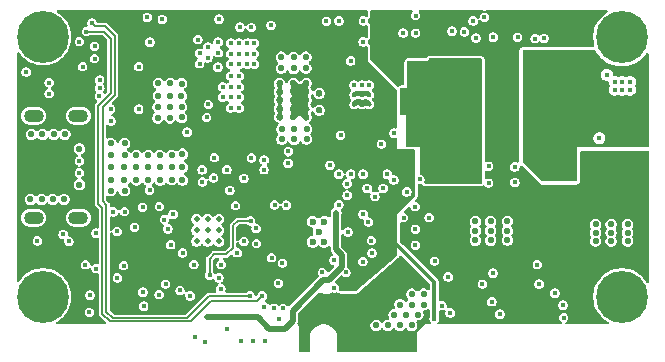
<source format=gbr>
%TF.GenerationSoftware,KiCad,Pcbnew,9.0.7*%
%TF.CreationDate,2026-02-05T11:34:20+01:00*%
%TF.ProjectId,PDNode-600,50444e6f-6465-42d3-9630-302e6b696361,rev?*%
%TF.SameCoordinates,Original*%
%TF.FileFunction,Copper,L4,Inr*%
%TF.FilePolarity,Positive*%
%FSLAX46Y46*%
G04 Gerber Fmt 4.6, Leading zero omitted, Abs format (unit mm)*
G04 Created by KiCad (PCBNEW 9.0.7) date 2026-02-05 11:34:20*
%MOMM*%
%LPD*%
G01*
G04 APERTURE LIST*
%TA.AperFunction,ComponentPad*%
%ADD10C,0.700000*%
%TD*%
%TA.AperFunction,ComponentPad*%
%ADD11C,4.400000*%
%TD*%
%TA.AperFunction,HeatsinkPad*%
%ADD12C,0.500000*%
%TD*%
%TA.AperFunction,HeatsinkPad*%
%ADD13O,1.700000X1.100000*%
%TD*%
%TA.AperFunction,ComponentPad*%
%ADD14C,0.600000*%
%TD*%
%TA.AperFunction,ViaPad*%
%ADD15C,0.400000*%
%TD*%
%TA.AperFunction,ViaPad*%
%ADD16C,0.550000*%
%TD*%
%TA.AperFunction,Conductor*%
%ADD17C,0.150000*%
%TD*%
%TA.AperFunction,Conductor*%
%ADD18C,0.800000*%
%TD*%
%TA.AperFunction,Conductor*%
%ADD19C,0.350000*%
%TD*%
%TA.AperFunction,Conductor*%
%ADD20C,0.200000*%
%TD*%
%TA.AperFunction,Conductor*%
%ADD21C,0.250000*%
%TD*%
%TA.AperFunction,Conductor*%
%ADD22C,0.500000*%
%TD*%
G04 APERTURE END LIST*
D10*
%TO.N,GND*%
%TO.C,H3*%
X51500000Y31375000D03*
X50333274Y31858274D03*
X52666726Y31858274D03*
X49850000Y33025000D03*
D11*
X51500000Y33025000D03*
D10*
X53150000Y33025000D03*
X50333274Y34191726D03*
X52666726Y34191726D03*
X51500000Y34675000D03*
%TD*%
%TO.N,GND*%
%TO.C,H1*%
X2500000Y31375000D03*
X1333274Y31858274D03*
X3666726Y31858274D03*
X850000Y33025000D03*
D11*
X2500000Y33025000D03*
D10*
X4150000Y33025000D03*
X1333274Y34191726D03*
X3666726Y34191726D03*
X2500000Y34675000D03*
%TD*%
D12*
%TO.N,GND*%
%TO.C,IC2*%
X15500000Y17600000D03*
X15500000Y16650000D03*
X15500000Y15700000D03*
X16450000Y17600000D03*
X16450000Y16650000D03*
X16450000Y15700000D03*
X17400000Y17600000D03*
X17400000Y16650000D03*
X17400000Y15700000D03*
%TD*%
D13*
%TO.N,SHIELD*%
%TO.C,J1*%
X5500000Y26345000D03*
X1700000Y26345000D03*
X5500000Y17705000D03*
X1700000Y17705000D03*
%TD*%
D10*
%TO.N,GND*%
%TO.C,H2*%
X2500000Y9375000D03*
X1333274Y9858274D03*
X3666726Y9858274D03*
X850000Y11025000D03*
D11*
X2500000Y11025000D03*
D10*
X4150000Y11025000D03*
X1333274Y12191726D03*
X3666726Y12191726D03*
X2500000Y12675000D03*
%TD*%
D14*
%TO.N,GND*%
%TO.C,IC6*%
X26305000Y15665000D03*
X26305000Y17385000D03*
X25825000Y16525000D03*
X25345000Y15665000D03*
X25345000Y17385000D03*
%TD*%
D10*
%TO.N,GND*%
%TO.C,H4*%
X51500000Y9375000D03*
X50333274Y9858274D03*
X52666726Y9858274D03*
X49850000Y11025000D03*
D11*
X51500000Y11025000D03*
D10*
X53150000Y11025000D03*
X50333274Y12191726D03*
X52666726Y12191726D03*
X51500000Y12675000D03*
%TD*%
D15*
%TO.N,GND*%
X10600000Y30500000D03*
X10600000Y26900000D03*
%TO.N,/Block Diagram/USB-PD Source Controller/V_SOURCE*%
X16350000Y26200000D03*
%TO.N,/Block Diagram/USB-PD Source Controller/T3T4DS*%
X17323211Y32581788D03*
X17323211Y31681788D03*
X16450000Y32150000D03*
X16450000Y31250000D03*
X15750000Y30750000D03*
X15750000Y31650000D03*
%TO.N,/Block Diagram/USB-PD Source Controller/DISCHARGE*%
X21800000Y34000000D03*
%TO.N,/Block Diagram/USB-PD Source Controller/T3T4DS*%
X12600000Y34500000D03*
%TO.N,/Block Diagram/USB-PD Source Controller/DISCHARGE*%
X16500000Y27300000D03*
%TO.N,/Block Diagram/USB-PD Source Controller/V_SOURCE*%
X18400000Y27000000D03*
X19100000Y27000000D03*
X17700000Y27900000D03*
X17700000Y28800000D03*
X19100000Y28800000D03*
X19100000Y29700000D03*
X19100000Y27900000D03*
X18400000Y29700000D03*
X18400000Y27900000D03*
X18400000Y28800000D03*
X20400000Y32500000D03*
X20400000Y30700000D03*
X20400000Y31600000D03*
X19800000Y32500000D03*
X19800000Y30700000D03*
X19800000Y31600000D03*
X19100000Y32500000D03*
X19100000Y30700000D03*
X19100000Y31600000D03*
X18400000Y30700000D03*
X18400000Y32500000D03*
X18400000Y31600000D03*
%TO.N,Net-(T3-G)*%
X15600000Y32800000D03*
X17300000Y30450000D03*
%TO.N,/Block Diagram/USB-PD Source Controller/1V8_INTERNAL*%
X20070000Y17450000D03*
X16600000Y12843585D03*
%TO.N,+24V*%
X31395000Y33375000D03*
X30800000Y33375000D03*
D16*
X52506041Y20093659D03*
X51174848Y20093659D03*
X49938066Y20093659D03*
X52506041Y18781348D03*
X50561178Y21481498D03*
X48606873Y20093659D03*
X28800000Y8600000D03*
X44205749Y16610000D03*
X49938066Y18837995D03*
D15*
X30800000Y32700000D03*
D16*
X50589501Y22954307D03*
X46879155Y17506802D03*
X51174848Y18781348D03*
X51920694Y22954307D03*
X24800000Y8600000D03*
X46860273Y15797966D03*
X44216770Y15797966D03*
D15*
X31400000Y34025000D03*
D16*
X45557403Y17506802D03*
X51930135Y21490939D03*
X46849252Y16610000D03*
X45527500Y16610000D03*
X29800000Y8600000D03*
D15*
X30800000Y34025000D03*
D16*
X48606873Y18837995D03*
X45538521Y15797966D03*
D15*
X31400000Y32700000D03*
D16*
X27800000Y8600000D03*
X44235652Y17506802D03*
%TO.N,GND*%
X3325000Y19275000D03*
D15*
X30300000Y15775000D03*
X20575000Y15525000D03*
X11550000Y32575000D03*
X29600000Y21400000D03*
X21225000Y22600000D03*
X6094810Y13732053D03*
D16*
X40400000Y17400000D03*
D15*
X34050000Y34825000D03*
X5850000Y30500000D03*
X7300000Y29350000D03*
X8250000Y25905000D03*
X15375000Y7650000D03*
D16*
X4350000Y24775000D03*
X33225000Y9500000D03*
D15*
X6425000Y9700000D03*
D16*
X40400000Y16600000D03*
D15*
X16000000Y20750000D03*
X26500000Y34350000D03*
X28550000Y21400000D03*
X23100000Y18775000D03*
X34400000Y20950000D03*
X9400000Y18225000D03*
X42450000Y20700000D03*
X26800000Y22150000D03*
D16*
X24811982Y24365727D03*
X33725000Y11250000D03*
X4275000Y19275000D03*
X41812016Y16610000D03*
D15*
X11330000Y34675000D03*
D16*
X50596492Y16441058D03*
D15*
X31150000Y23950000D03*
D16*
X23773463Y25211229D03*
D15*
X29600000Y18000000D03*
X8450000Y18205000D03*
X7000000Y16400000D03*
X34025000Y15375000D03*
D16*
X31700000Y8600000D03*
D15*
X19175000Y33850000D03*
X16250000Y7225000D03*
D16*
X32225000Y9500000D03*
X24759549Y31314736D03*
D15*
X30600000Y19500000D03*
D16*
X22724531Y25219797D03*
D15*
X40225000Y20650000D03*
X18950000Y14750000D03*
X27150000Y14125000D03*
D16*
X49296492Y17141058D03*
D15*
X11525000Y20025000D03*
X44500000Y12100000D03*
X20275000Y7275000D03*
X51525000Y28550000D03*
X40225000Y22075000D03*
X28150000Y13075000D03*
X7275000Y28025000D03*
X27550000Y18825000D03*
D16*
X3400000Y24775000D03*
X34725000Y11250000D03*
X32700000Y8600000D03*
X30700000Y8600000D03*
X22665804Y31306520D03*
D15*
X31650000Y21400000D03*
X28250000Y20600000D03*
D16*
X22718237Y24357511D03*
D15*
X32200000Y20900000D03*
D16*
X39100000Y17400000D03*
D15*
X8225000Y26900000D03*
X10925000Y18600000D03*
X10250000Y16900000D03*
D16*
X39100000Y16600000D03*
D15*
X32225000Y24875000D03*
D16*
X34250000Y9500000D03*
X49296492Y15741058D03*
X33700000Y8600000D03*
D15*
X29530000Y28942081D03*
X50900000Y29225000D03*
X41175000Y9550000D03*
X10950000Y11400000D03*
D16*
X52008508Y15751058D03*
X39100000Y15800000D03*
X34725000Y10350000D03*
D15*
X9325000Y13650000D03*
X27550000Y34375000D03*
X1075000Y30050000D03*
X22425000Y12150000D03*
X34045000Y33350000D03*
X36975000Y9650000D03*
D16*
X1500000Y24775000D03*
D15*
X30105000Y28942081D03*
X17550000Y11700000D03*
D16*
X52008508Y16451058D03*
D15*
X22100000Y18800000D03*
D16*
X2450000Y24775000D03*
X40400000Y15800000D03*
D15*
X4200000Y16300000D03*
D16*
X41812016Y15810000D03*
D15*
X29625000Y34375000D03*
X26150000Y13075000D03*
D16*
X33725000Y10350000D03*
D15*
X35650000Y14050000D03*
X28250000Y19600000D03*
X39700000Y12100000D03*
D16*
X50596492Y15741058D03*
X23714736Y31297952D03*
D15*
X31300000Y20200000D03*
D16*
X32725000Y10350000D03*
D15*
X51525000Y29225000D03*
X33000000Y33350000D03*
X33025000Y17725000D03*
D16*
X24763745Y30383216D03*
D15*
X19275000Y7275000D03*
X5575000Y32625000D03*
X21850000Y14325000D03*
D16*
X49296492Y16441058D03*
X41812016Y17410000D03*
D15*
X27550000Y21400000D03*
D16*
X23718932Y30366432D03*
X50596492Y17141058D03*
X2375000Y19275000D03*
D15*
X29950000Y20200000D03*
X29575000Y14000000D03*
X33300000Y19900000D03*
D16*
X52008508Y17151058D03*
D15*
X6475000Y11150000D03*
X4700000Y15700000D03*
X42450000Y22025000D03*
X38925000Y34375000D03*
X35200000Y17725000D03*
X21275000Y7275000D03*
D16*
X24818276Y25228013D03*
D15*
X39150000Y32925000D03*
D16*
X22670000Y30375000D03*
D15*
X30350000Y14725000D03*
X7300000Y28700000D03*
X50900000Y28550000D03*
X52200000Y29225000D03*
X20150000Y33825000D03*
D16*
X1425000Y19275000D03*
D15*
X28837404Y28925000D03*
X18100000Y8275000D03*
X52200000Y28550000D03*
X14950000Y11100000D03*
D16*
X23767169Y24348943D03*
D15*
X30050000Y17350000D03*
X27175000Y11775000D03*
%TO.N,/Block Diagram/USB-PD Source Controller/3V3_INTERNAL*%
X17400000Y12630000D03*
X15275000Y13750000D03*
D16*
%TO.N,/Block Diagram/Adjustable 5A Buck Converter/SW1*%
X52359219Y24068061D03*
X51882930Y26183158D03*
X50548711Y26190097D03*
X47826283Y26224069D03*
X45063193Y28829808D03*
X47830437Y24710726D03*
X47792673Y30347053D03*
X49251321Y26218847D03*
X45111405Y24729608D03*
X46397412Y28822869D03*
X49270203Y28937879D03*
X47794813Y27508057D03*
X51857633Y27545176D03*
X46441470Y26236012D03*
X51025000Y24075000D03*
X46410000Y27520000D03*
X46407860Y30358996D03*
X49258260Y27553066D03*
X50523414Y27552115D03*
X45107251Y26242951D03*
X47782225Y28810926D03*
X46445624Y24722669D03*
X45073641Y30365935D03*
X45075781Y27526939D03*
X52384219Y24943061D03*
X51050000Y24950000D03*
%TO.N,VBUS*%
X8250000Y20000000D03*
X8250000Y22000000D03*
X8250000Y24005000D03*
X13381726Y20939610D03*
X5580000Y20505000D03*
X14300000Y22000000D03*
X9400000Y23000000D03*
X5580000Y23545000D03*
X10400000Y23000000D03*
X9400000Y20000000D03*
X8251190Y20917749D03*
X11400000Y20900000D03*
X12400000Y23000000D03*
X12400000Y22000000D03*
X10400000Y22000000D03*
X14300000Y23100000D03*
X14300000Y20900000D03*
X8250000Y23000000D03*
X9388228Y21997887D03*
X11400000Y23000000D03*
X13400000Y22000000D03*
X12423286Y20899675D03*
X10406570Y20909659D03*
X13400000Y23000000D03*
X9408195Y24005000D03*
X11400000Y22000000D03*
X9388228Y20909659D03*
D15*
%TO.N,/Block Diagram/Adjustable 5A Buck Converter/SW2*%
X29530000Y28115000D03*
X30105000Y28115000D03*
D16*
X34985820Y24863435D03*
X34994279Y28751400D03*
X35000000Y30075000D03*
X37744279Y28751400D03*
X36364923Y23566860D03*
X35039103Y26223425D03*
X36395820Y24883435D03*
X36410000Y30095000D03*
X35000000Y27500000D03*
X36410000Y27520000D03*
X37774923Y23586860D03*
X37789103Y26223425D03*
D15*
X28830000Y28115000D03*
D16*
X35024923Y23586860D03*
X36379103Y26203425D03*
X36404279Y28771400D03*
X37750000Y30075000D03*
X37735820Y24863435D03*
X37750000Y27500000D03*
%TO.N,/Block Diagram/Adjustable 5A Buck Converter/VOUT*%
X22527966Y26937475D03*
X25878847Y28235409D03*
X23700000Y28400000D03*
X22527262Y27665107D03*
X24776284Y27666052D03*
X22527966Y26237475D03*
X23700000Y29100000D03*
X23700000Y27680000D03*
X24776988Y26938420D03*
X23700704Y26952368D03*
D15*
X30123672Y27313385D03*
X23275000Y23325000D03*
X29505000Y27300000D03*
D16*
X24776988Y26238420D03*
X23700704Y26252368D03*
X25878847Y26815409D03*
D15*
X28830000Y27300000D03*
D16*
X24776284Y28386052D03*
X24776284Y29086052D03*
X22527262Y29085107D03*
X22527262Y28385107D03*
D15*
%TO.N,+3.3VA*%
X14320000Y14730000D03*
%TO.N,+3.3V*%
X30750000Y16775000D03*
X28550000Y34350000D03*
X24200000Y14400000D03*
X16000000Y13640000D03*
X21075000Y12725000D03*
X20550000Y18725000D03*
X20200000Y12800000D03*
X23175000Y13075000D03*
X25125000Y13075000D03*
X11050000Y15300000D03*
X20500000Y19950000D03*
X11475000Y33375000D03*
X22350000Y15200000D03*
X9725000Y11450000D03*
X35625000Y9150000D03*
X24200000Y11800000D03*
X10100000Y13825000D03*
X8700000Y10225000D03*
X24350000Y15050000D03*
%TO.N,SHIELD*%
X3025000Y29150000D03*
X3025000Y28225000D03*
%TO.N,+5V*%
X27325000Y18150000D03*
X12325000Y11200000D03*
X27330699Y15044301D03*
X16350000Y9300000D03*
X12775000Y17551000D03*
%TO.N,Net-(D1-Pad2)*%
X46525000Y10300000D03*
X42675000Y33000000D03*
%TO.N,Net-(IC4-Y)*%
X39875000Y34700000D03*
X40600000Y13025000D03*
X36800000Y12700000D03*
%TO.N,Net-(D2-Pad2)*%
X46575000Y9250000D03*
X44900000Y32900000D03*
%TO.N,Net-(IC5-Y)*%
X44350000Y13750000D03*
X44150000Y32875000D03*
%TO.N,Net-(D3-Pad1)*%
X45830000Y11325000D03*
X40625000Y33000000D03*
%TO.N,/Block Diagram/USB-PD Source Controller/CC1*%
X5580000Y22525000D03*
X13075000Y16775000D03*
%TO.N,/Block Diagram/USB-PD Source Controller/CC2*%
X5580000Y21525000D03*
X13525000Y18000000D03*
%TO.N,PMIC_EN*%
X22850000Y10025000D03*
X29610000Y32600000D03*
X40500000Y10600000D03*
D16*
%TO.N,/Block Diagram/USB-PD Source Controller/CURR_MEA*%
X13250000Y27099581D03*
X14220361Y28028070D03*
X14250312Y26201044D03*
X13281889Y29086347D03*
X12263546Y28048037D03*
X13250000Y26161109D03*
X12243579Y27099581D03*
X12223611Y26161109D03*
X12273530Y29096330D03*
X14230344Y29066379D03*
X13250000Y28037500D03*
X14230344Y27100000D03*
D15*
%TO.N,PGOOD_COMBIMED*%
X21250000Y10175000D03*
X8800000Y12625000D03*
X2025000Y15750000D03*
%TO.N,/Block Diagram/Adjustable 5A Buck Converter/FEEDBACK*%
X15970000Y21775000D03*
X27700000Y24700000D03*
%TO.N,PGOOD_PMIC*%
X36275000Y10275000D03*
X28550000Y31000000D03*
X8775000Y16550000D03*
%TO.N,/Block Diagram/USB-PD Source Controller/SPI_CLK*%
X19510000Y15700000D03*
%TO.N,/Block Diagram/USB-PD Source Controller/PDO3*%
X19510000Y21040000D03*
X20145990Y22781289D03*
%TO.N,/Block Diagram/USB-PD Source Controller/PDO4*%
X18060000Y21775000D03*
%TO.N,/Block Diagram/USB-PD Source Controller/DISCHARGE*%
X20550000Y16800000D03*
%TO.N,/Block Diagram/USB-PD Source Controller/PD_IRQ*%
X18800000Y18730000D03*
%TO.N,/Block Diagram/USB-PD Source Controller/SPI_MOSI*%
X17587568Y13744585D03*
%TO.N,/Block Diagram/USB-PD Source Controller/VBUS_EN*%
X17400000Y34525000D03*
X18325000Y20025000D03*
%TO.N,Net-(IC3-A0)*%
X6860000Y32225000D03*
%TO.N,/Block Diagram/USB-PD Source Controller/VBUS_DET*%
X12350000Y18660000D03*
%TO.N,Net-(IC3-A1)*%
X6860000Y31185000D03*
%TO.N,/Block Diagram/USB-PD Source Controller/PD_ENABLE*%
X13310000Y15425000D03*
X22475000Y9150000D03*
X14100000Y11550000D03*
%TO.N,Net-(T1-G)*%
X49600000Y24450000D03*
X38175000Y33450000D03*
%TO.N,Net-(T2-G)*%
X37125000Y33500000D03*
X50250000Y29800000D03*
%TO.N,/Block Diagram/USB-PD Source Controller/PDO2*%
X21210000Y21775000D03*
%TO.N,/Block Diagram/USB-PD Source Controller/PDO5*%
X16941979Y21083021D03*
X17010000Y22795000D03*
%TO.N,/Block Diagram/Board Connector and Supplies/I2C_SDA*%
X6175000Y33475000D03*
X34025000Y16750000D03*
X21050000Y11090000D03*
%TO.N,/Block Diagram/Board Connector and Supplies/I2C_SCL*%
X6650000Y34200000D03*
X20025000Y11090000D03*
X34000000Y18650000D03*
%TO.N,PGOOD_3V3*%
X7000000Y13400000D03*
X22775000Y13875000D03*
X28325000Y16500000D03*
%TO.N,Net-(JP1-C)*%
X11025000Y10225000D03*
%TO.N,/Block Diagram/Board Connector and Supplies/PORT_EN*%
X22025000Y10050000D03*
X12875000Y12100000D03*
%TO.N,/Block Diagram/USB-PD Source Controller/V_SOURCE*%
X23260000Y22320000D03*
%TO.N,GND*%
X14700000Y24950000D03*
%TD*%
D17*
%TO.N,/Block Diagram/USB-PD Source Controller/1V8_INTERNAL*%
X18975000Y17450000D02*
X18600000Y17075000D01*
X20070000Y17450000D02*
X18975000Y17450000D01*
X18025000Y14600000D02*
X16950000Y14600000D01*
X16950000Y14600000D02*
X16600000Y14250000D01*
X16600000Y14250000D02*
X16600000Y12843585D01*
X18600000Y17075000D02*
X18600000Y15175000D01*
X18600000Y15175000D02*
X18025000Y14600000D01*
D18*
%TO.N,+24V*%
X39925000Y31800000D02*
X41300000Y30425000D01*
X31800000Y31800000D02*
X39925000Y31800000D01*
X44225000Y17750000D02*
X44225000Y15806196D01*
X41300000Y30425000D02*
X41300000Y20675000D01*
X31100000Y34025000D02*
X31100000Y32500000D01*
X44225000Y15806196D02*
X44216770Y15797966D01*
X30800000Y34025000D02*
X31100000Y34025000D01*
X41300000Y20675000D02*
X44225000Y17750000D01*
X31100000Y32500000D02*
X31800000Y31800000D01*
D19*
%TO.N,+3.3V*%
X32200000Y15675000D02*
X35625000Y12250000D01*
D20*
X28550000Y32300000D02*
X26850000Y30600000D01*
D21*
X17425000Y33750000D02*
X18650000Y34975000D01*
D19*
X35625000Y12250000D02*
X35625000Y9150000D01*
D20*
X26850000Y24350000D02*
X25700000Y23200000D01*
D21*
X28550000Y34600000D02*
X28550000Y34350000D01*
D20*
X26850000Y30600000D02*
X26850000Y24350000D01*
D21*
X11475000Y33375000D02*
X11850000Y33750000D01*
D20*
X25700000Y23200000D02*
X25700000Y20325000D01*
D19*
X31675000Y15675000D02*
X32200000Y15675000D01*
D21*
X28175000Y34975000D02*
X28550000Y34600000D01*
D20*
X28550000Y34350000D02*
X28550000Y32300000D01*
D19*
X30750000Y16775000D02*
X30750000Y16600000D01*
D20*
X25325000Y19950000D02*
X20500000Y19950000D01*
D19*
X30750000Y16600000D02*
X31675000Y15675000D01*
D21*
X18650000Y34975000D02*
X28175000Y34975000D01*
D20*
X25700000Y20325000D02*
X25325000Y19950000D01*
D21*
X11850000Y33750000D02*
X17425000Y33750000D01*
D22*
%TO.N,+5V*%
X26224943Y12449943D02*
X23625000Y9850000D01*
X27300000Y15075000D02*
X27300000Y18125000D01*
X27330699Y15044301D02*
X27375000Y15000000D01*
X22975000Y8300000D02*
X21675000Y8300000D01*
X23625000Y8950000D02*
X22975000Y8300000D01*
X27800000Y14525000D02*
X27800000Y13574943D01*
X27375000Y14950000D02*
X27800000Y14525000D01*
X27375000Y15000000D02*
X27375000Y14950000D01*
X23625000Y9850000D02*
X23625000Y8950000D01*
X20675000Y9300000D02*
X16350000Y9300000D01*
X27330699Y15044301D02*
X27300000Y15075000D01*
X27800000Y13574943D02*
X26675000Y12449943D01*
X21675000Y8300000D02*
X20675000Y9300000D01*
X26675000Y12449943D02*
X26224943Y12449943D01*
X27300000Y18125000D02*
X27325000Y18150000D01*
D17*
%TO.N,/Block Diagram/Board Connector and Supplies/I2C_SDA*%
X7625000Y33475000D02*
X6175000Y33475000D01*
X21050000Y11090000D02*
X20610000Y10650000D01*
X7175000Y27200000D02*
X8225000Y28250000D01*
X20610000Y10650000D02*
X16700000Y10650000D01*
X8175000Y8950000D02*
X7525000Y9600000D01*
X7525000Y9600000D02*
X7525000Y18550000D01*
X7525000Y18550000D02*
X7175000Y18900000D01*
X8225000Y32875000D02*
X7625000Y33475000D01*
X8225000Y28250000D02*
X8225000Y32875000D01*
X7175000Y18900000D02*
X7175000Y27200000D01*
X16700000Y10650000D02*
X15000000Y8950000D01*
X15000000Y8950000D02*
X8175000Y8950000D01*
%TO.N,/Block Diagram/Board Connector and Supplies/I2C_SCL*%
X7750000Y33950000D02*
X8600000Y33100000D01*
X16540000Y11090000D02*
X20025000Y11090000D01*
X7875000Y18825000D02*
X7875000Y9750000D01*
X14675000Y9225000D02*
X16540000Y11090000D01*
X7550000Y27075000D02*
X7550000Y19150000D01*
X8600000Y28125000D02*
X7550000Y27075000D01*
X6650000Y34200000D02*
X6900000Y33950000D01*
X7550000Y19150000D02*
X7875000Y18825000D01*
X7875000Y9750000D02*
X8400000Y9225000D01*
X8400000Y9225000D02*
X14675000Y9225000D01*
X6900000Y33950000D02*
X7750000Y33950000D01*
X8600000Y33100000D02*
X8600000Y28125000D01*
%TD*%
%TA.AperFunction,Conductor*%
%TO.N,/Block Diagram/Adjustable 5A Buck Converter/SW2*%
G36*
X39643039Y31176615D02*
G01*
X39688794Y31123811D01*
X39700000Y31072300D01*
X39700000Y20724000D01*
X39680315Y20656961D01*
X39627511Y20611206D01*
X39576000Y20600000D01*
X34878855Y20600000D01*
X34811816Y20619685D01*
X34766061Y20672489D01*
X34756117Y20741647D01*
X34771468Y20786000D01*
X34772910Y20788498D01*
X34776189Y20794177D01*
X34803700Y20896852D01*
X34803700Y21003148D01*
X34776189Y21105823D01*
X34723041Y21197878D01*
X34647878Y21273041D01*
X34560638Y21323409D01*
X34555825Y21326188D01*
X34555826Y21326188D01*
X34555823Y21326189D01*
X34491905Y21343316D01*
X34432246Y21379681D01*
X34401717Y21442528D01*
X34400000Y21463090D01*
X34400000Y23700000D01*
X33945379Y23700000D01*
X33927733Y23701262D01*
X33876000Y23708700D01*
X33324000Y23708700D01*
X33256961Y23728385D01*
X33211206Y23781189D01*
X33200000Y23832700D01*
X33200000Y26400000D01*
X32832700Y26400000D01*
X32765661Y26419685D01*
X32719906Y26472489D01*
X32708700Y26524000D01*
X32708700Y28448639D01*
X32708625Y28450033D01*
X32707504Y28470949D01*
X32704670Y28497307D01*
X32695891Y28525342D01*
X32691632Y28538945D01*
X32690384Y28608804D01*
X32727102Y28668247D01*
X32790129Y28698403D01*
X32809966Y28700000D01*
X33300000Y28700000D01*
X33300000Y30876000D01*
X33319685Y30943039D01*
X33372489Y30988794D01*
X33424000Y31000000D01*
X35000000Y31000000D01*
X35159981Y31159981D01*
X35221304Y31193466D01*
X35247662Y31196300D01*
X39576000Y31196300D01*
X39643039Y31176615D01*
G37*
%TD.AperFunction*%
%TA.AperFunction,Conductor*%
G36*
X30128198Y28380315D02*
G01*
X30164174Y28344341D01*
X30164234Y28344385D01*
X30164543Y28343972D01*
X30165473Y28343042D01*
X30166891Y28340836D01*
X30202479Y28293295D01*
X30202495Y28293277D01*
X30249495Y28246278D01*
X30269199Y28220601D01*
X30278545Y28204413D01*
X30278547Y28204411D01*
X30290935Y28174506D01*
X30294411Y28161532D01*
X30295775Y28156444D01*
X30300000Y28124350D01*
X30300000Y28105652D01*
X30295774Y28073556D01*
X30290935Y28055498D01*
X30278547Y28025593D01*
X30278545Y28025589D01*
X30269199Y28009403D01*
X30249499Y27983730D01*
X30224559Y27958790D01*
X30224544Y27958773D01*
X30223707Y27957733D01*
X30223452Y27957557D01*
X30222335Y27956312D01*
X30222040Y27956577D01*
X30166308Y27917895D01*
X30096482Y27915413D01*
X30095077Y27915781D01*
X30045502Y27929064D01*
X30015594Y27941452D01*
X29975680Y27964496D01*
X29975679Y27964497D01*
X29975673Y27964500D01*
X29947127Y27978207D01*
X29944199Y27979349D01*
X29938350Y27981629D01*
X29938346Y27981631D01*
X29938344Y27981631D01*
X29929052Y27984411D01*
X29905978Y27991315D01*
X29866837Y27999643D01*
X29774196Y27998330D01*
X29774194Y27998330D01*
X29706298Y27981859D01*
X29651154Y27959783D01*
X29619406Y27941452D01*
X29589503Y27929066D01*
X29589501Y27929065D01*
X29571443Y27924226D01*
X29539347Y27920000D01*
X29520652Y27920000D01*
X29488556Y27924226D01*
X29470498Y27929065D01*
X29440596Y27941451D01*
X29401319Y27964127D01*
X29401302Y27964136D01*
X29374549Y27977131D01*
X29374526Y27977141D01*
X29341770Y27990255D01*
X29319432Y27994012D01*
X29307915Y27996517D01*
X29288973Y28001592D01*
X29260093Y28005393D01*
X29234969Y28008700D01*
X29125031Y28008700D01*
X29125030Y28008700D01*
X29071020Y28001590D01*
X29071011Y28001588D01*
X29009019Y27984978D01*
X28958681Y27964128D01*
X28958677Y27964126D01*
X28919402Y27941451D01*
X28889501Y27929066D01*
X28840876Y27916036D01*
X28771026Y27917697D01*
X28721100Y27948128D01*
X28685503Y27983724D01*
X28665795Y28009408D01*
X28656451Y28025593D01*
X28644063Y28055502D01*
X28639224Y28073564D01*
X28635000Y28105653D01*
X28635000Y28124350D01*
X28639223Y28156435D01*
X28644061Y28174495D01*
X28656452Y28204411D01*
X28665800Y28220601D01*
X28685506Y28246280D01*
X28727668Y28288441D01*
X28727672Y28288445D01*
X28729316Y28290485D01*
X28755670Y28323187D01*
X28764387Y28336750D01*
X28768432Y28343043D01*
X28821237Y28388796D01*
X28872745Y28400000D01*
X30061159Y28400000D01*
X30128198Y28380315D01*
G37*
%TD.AperFunction*%
%TD*%
%TA.AperFunction,Conductor*%
%TO.N,/Block Diagram/Adjustable 5A Buck Converter/VOUT*%
G36*
X23751309Y29365777D02*
G01*
X23788451Y29355825D01*
X23818352Y29343439D01*
X23838665Y29331712D01*
X23851645Y29324218D01*
X23877326Y29304512D01*
X23904509Y29277329D01*
X23924212Y29251652D01*
X23954039Y29199992D01*
X23954042Y29199987D01*
X23954048Y29199979D01*
X23977047Y29167680D01*
X23977053Y29167672D01*
X24007821Y29132163D01*
X24010930Y29128672D01*
X24011566Y29127958D01*
X24045597Y29104416D01*
X24087948Y29075118D01*
X24087949Y29075118D01*
X24087950Y29075117D01*
X24152815Y29049149D01*
X24177051Y29041128D01*
X24230095Y29039324D01*
X24269875Y29037971D01*
X24269878Y29037971D01*
X24338485Y29051194D01*
X24363211Y29057549D01*
X24363213Y29057551D01*
X24363215Y29057551D01*
X24408314Y29084414D01*
X24443008Y29105079D01*
X24493575Y29153295D01*
X24530295Y29199989D01*
X24552066Y29237701D01*
X24571765Y29263375D01*
X24598963Y29290572D01*
X24624632Y29310268D01*
X24657930Y29329493D01*
X24687828Y29341876D01*
X24724973Y29351829D01*
X24757063Y29356052D01*
X24795505Y29356052D01*
X24827597Y29351827D01*
X24864733Y29341877D01*
X24894637Y29329491D01*
X24927928Y29310271D01*
X24953606Y29290569D01*
X24980797Y29263377D01*
X25000500Y29237699D01*
X25019720Y29204408D01*
X25032106Y29174506D01*
X25042058Y29137369D01*
X25046284Y29105272D01*
X25046284Y29066833D01*
X25042058Y29034737D01*
X25032107Y28997603D01*
X25019722Y28967702D01*
X24982020Y28902398D01*
X24982018Y28902394D01*
X24962522Y28856869D01*
X24962515Y28856849D01*
X24959748Y28847426D01*
X24959678Y28847187D01*
X24958070Y28841709D01*
X24957851Y28841232D01*
X24948625Y28817436D01*
X24947688Y28806354D01*
X24946042Y28800745D01*
X24944787Y28795794D01*
X24944782Y28795775D01*
X24942210Y28785622D01*
X24942643Y28753699D01*
X24942726Y28747630D01*
X24940805Y28724886D01*
X24941576Y28719419D01*
X24943106Y28719635D01*
X24943380Y28699532D01*
X24943379Y28699530D01*
X24943471Y28692756D01*
X24943472Y28692751D01*
X24946493Y28680297D01*
X24948771Y28668390D01*
X24950560Y28655708D01*
X24950563Y28655694D01*
X24967143Y28598661D01*
X24969529Y28593399D01*
X24969651Y28593131D01*
X24978984Y28574967D01*
X25019143Y28505409D01*
X25019722Y28504406D01*
X25030243Y28480793D01*
X25031257Y28477677D01*
X25040195Y28444323D01*
X25051709Y28412157D01*
X25054825Y28405285D01*
X25056957Y28398736D01*
X25057782Y28370421D01*
X25061737Y28342365D01*
X25058798Y28335529D01*
X25058992Y28328896D01*
X25048360Y28311243D01*
X25036526Y28283708D01*
X25032134Y28278122D01*
X25032126Y28278112D01*
X25008085Y28247543D01*
X25008081Y28247537D01*
X24976252Y28192407D01*
X24976240Y28192384D01*
X24963242Y28165628D01*
X24950122Y28132856D01*
X24947978Y28120111D01*
X24947977Y28120112D01*
X24945187Y28103524D01*
X24944113Y28103838D01*
X24940270Y28090750D01*
X24936436Y28075620D01*
X24936739Y28053283D01*
X24935407Y28045361D01*
X24935407Y28045353D01*
X24937292Y28005762D01*
X24937414Y28003628D01*
X24937699Y27982748D01*
X24938559Y27979201D01*
X24938733Y27975562D01*
X24939366Y27969762D01*
X24939367Y27969752D01*
X24941129Y27953621D01*
X24941504Y27950189D01*
X24941695Y27949731D01*
X24947584Y27935581D01*
X24949565Y27930510D01*
X24951962Y27923951D01*
X24954175Y27914835D01*
X24967065Y27882638D01*
X24967710Y27880875D01*
X24968177Y27873684D01*
X24974028Y27863550D01*
X24974041Y27863525D01*
X24974042Y27863525D01*
X24974950Y27861952D01*
X25019720Y27784408D01*
X25032107Y27754504D01*
X25042058Y27717369D01*
X25046284Y27685273D01*
X25046284Y27646834D01*
X25042058Y27614739D01*
X25032106Y27577600D01*
X25019720Y27547697D01*
X24974539Y27469440D01*
X24955876Y27426692D01*
X24954480Y27421071D01*
X24950587Y27408359D01*
X24949812Y27406242D01*
X24948373Y27402709D01*
X24948185Y27401798D01*
X24947700Y27400474D01*
X24947589Y27400213D01*
X24946612Y27397500D01*
X24946542Y27397307D01*
X24938952Y27376216D01*
X24938949Y27376204D01*
X24937827Y27357491D01*
X24935528Y27340035D01*
X24934340Y27334240D01*
X24930760Y27308995D01*
X24930760Y27308984D01*
X24931955Y27300778D01*
X24933704Y27288764D01*
X24933389Y27283494D01*
X24935497Y27270795D01*
X24936302Y27270929D01*
X24941244Y27236996D01*
X24941113Y27236974D01*
X24942208Y27230377D01*
X24942400Y27229060D01*
X24942407Y27229017D01*
X24944146Y27217075D01*
X24944675Y27215061D01*
X24962172Y27159934D01*
X24962174Y27159929D01*
X24962805Y27157942D01*
X24969413Y27144267D01*
X24969417Y27144261D01*
X24970228Y27142889D01*
X24974992Y27135466D01*
X25020426Y27056772D01*
X25029481Y27037401D01*
X25031381Y27032209D01*
X25036013Y27014926D01*
X25049694Y26978131D01*
X25054789Y26967588D01*
X25055383Y26966648D01*
X25057937Y26959673D01*
X25059832Y26930712D01*
X25064588Y26902077D01*
X25062097Y26896083D01*
X25062499Y26889953D01*
X25050716Y26868682D01*
X25038967Y26840395D01*
X25013371Y26807846D01*
X25013363Y26807834D01*
X24982722Y26754763D01*
X24969710Y26727976D01*
X24969709Y26727974D01*
X24956595Y26695212D01*
X24956593Y26695205D01*
X24954452Y26682477D01*
X24954453Y26682476D01*
X24951664Y26665888D01*
X24950590Y26666203D01*
X24946747Y26653114D01*
X24942913Y26637986D01*
X24943216Y26615650D01*
X24941885Y26607728D01*
X24941884Y26607716D01*
X24943768Y26568174D01*
X24943893Y26565994D01*
X24944178Y26545114D01*
X24945036Y26541577D01*
X24945210Y26537930D01*
X24945844Y26532128D01*
X24945845Y26532111D01*
X24947624Y26515834D01*
X24947983Y26512552D01*
X24947985Y26512548D01*
X24954067Y26497933D01*
X24960086Y26479536D01*
X24960646Y26477227D01*
X24981454Y26425252D01*
X24982727Y26422071D01*
X24989655Y26410072D01*
X25020424Y26356777D01*
X25032810Y26326875D01*
X25042762Y26289738D01*
X25046988Y26257641D01*
X25046988Y26219201D01*
X25042762Y26187105D01*
X25032811Y26149970D01*
X25020424Y26120066D01*
X25001201Y26086771D01*
X24981495Y26061090D01*
X24940768Y26020363D01*
X24931558Y26012187D01*
X24931561Y26012184D01*
X24931315Y26011972D01*
X24929754Y26010585D01*
X24929337Y26010258D01*
X24893817Y25979480D01*
X24889619Y25975742D01*
X24889611Y25975734D01*
X24887025Y25971994D01*
X24832694Y25928063D01*
X24763238Y25920479D01*
X24700707Y25951650D01*
X24695310Y25956974D01*
X24694044Y25958302D01*
X24680312Y25972704D01*
X24680301Y25972713D01*
X24633624Y26009421D01*
X24633615Y26009427D01*
X24625333Y26014209D01*
X24599663Y26033907D01*
X24572471Y26061098D01*
X24552771Y26086772D01*
X24522945Y26138433D01*
X24499930Y26170753D01*
X24499926Y26170758D01*
X24499919Y26170767D01*
X24469217Y26206198D01*
X24465418Y26210465D01*
X24465415Y26210468D01*
X24389036Y26263303D01*
X24389037Y26263303D01*
X24389032Y26263306D01*
X24324167Y26289273D01*
X24324166Y26289274D01*
X24324157Y26289277D01*
X24299933Y26297294D01*
X24299927Y26297295D01*
X24207106Y26300451D01*
X24207105Y26300451D01*
X24138507Y26287229D01*
X24138494Y26287226D01*
X24113776Y26280872D01*
X24113772Y26280871D01*
X24033978Y26233342D01*
X24033977Y26233341D01*
X23983413Y26185129D01*
X23946695Y26138439D01*
X23946688Y26138428D01*
X23924916Y26100718D01*
X23905212Y26075039D01*
X23870073Y26039900D01*
X23854326Y26026578D01*
X23842156Y26017912D01*
X23842140Y26017899D01*
X23806706Y25987194D01*
X23796937Y25978493D01*
X23795412Y25980205D01*
X23745710Y25948993D01*
X23675844Y25949724D01*
X23635373Y25970857D01*
X23599685Y25998922D01*
X23577082Y26011972D01*
X23549054Y26028154D01*
X23523373Y26047860D01*
X23496194Y26075039D01*
X23476488Y26100720D01*
X23457740Y26133192D01*
X23457264Y26134016D01*
X23444877Y26163924D01*
X23437695Y26190727D01*
X23437694Y26190728D01*
X23437692Y26190738D01*
X23431196Y26208807D01*
X23427042Y26278550D01*
X23432373Y26294887D01*
X23432256Y26294927D01*
X23433699Y26299101D01*
X23433703Y26299108D01*
X23444878Y26340819D01*
X23457261Y26370717D01*
X23494965Y26436019D01*
X23514029Y26480086D01*
X23530399Y26534343D01*
X23534032Y26548054D01*
X23534033Y26550141D01*
X23534776Y26552799D01*
X23534068Y26604811D01*
X23534092Y26640935D01*
X23534091Y26640936D01*
X23534092Y26641087D01*
X23534053Y26641397D01*
X23533844Y26643151D01*
X23533604Y26645294D01*
X23533513Y26645670D01*
X23526039Y26676474D01*
X23525627Y26678232D01*
X23525464Y26678949D01*
X23518661Y26708941D01*
X23511504Y26733436D01*
X23511408Y26733586D01*
X23500693Y26754404D01*
X23494965Y26768716D01*
X23457264Y26834017D01*
X23446090Y26859698D01*
X23445450Y26861786D01*
X23437693Y26890737D01*
X23430189Y26911610D01*
X23429323Y26914438D01*
X23428950Y26946512D01*
X23427040Y26978545D01*
X23428525Y26983095D01*
X23428511Y26984303D01*
X23429363Y26985665D01*
X23432372Y26994883D01*
X23432254Y26994923D01*
X23433701Y26999105D01*
X23433703Y26999109D01*
X23444879Y27040826D01*
X23457264Y27070725D01*
X23502450Y27148985D01*
X23521125Y27191774D01*
X23521125Y27191783D01*
X23522450Y27197117D01*
X23524423Y27204173D01*
X23526718Y27211536D01*
X23528605Y27215685D01*
X23529741Y27221232D01*
X23531586Y27227146D01*
X23532243Y27228133D01*
X23533197Y27231440D01*
X23533118Y27231464D01*
X23533120Y27231472D01*
X23533066Y27231490D01*
X23533668Y27233258D01*
X23533670Y27233268D01*
X23533676Y27233281D01*
X23541174Y27257704D01*
X23541291Y27267333D01*
X23542514Y27283253D01*
X23542636Y27284109D01*
X23546228Y27309405D01*
X23542146Y27337441D01*
X23542307Y27350577D01*
X23540217Y27360278D01*
X23538864Y27359987D01*
X23532848Y27401316D01*
X23532846Y27401322D01*
X23532513Y27402593D01*
X23528191Y27417046D01*
X23528059Y27417013D01*
X23527601Y27418863D01*
X23527585Y27418922D01*
X23520712Y27443439D01*
X23516187Y27450674D01*
X23502825Y27479886D01*
X23501747Y27483382D01*
X23488120Y27506985D01*
X23456559Y27561650D01*
X23445241Y27587802D01*
X23444687Y27589636D01*
X23436988Y27618371D01*
X23429329Y27640500D01*
X23428615Y27642864D01*
X23428366Y27675427D01*
X23426817Y27707942D01*
X23428088Y27711762D01*
X23428081Y27712732D01*
X23428779Y27713838D01*
X23431667Y27722512D01*
X23431550Y27722552D01*
X23432999Y27726739D01*
X23436233Y27738811D01*
X23444176Y27768458D01*
X23456563Y27798362D01*
X23500033Y27873650D01*
X23518955Y27917246D01*
X23533610Y27965409D01*
X23535283Y27970905D01*
X23535288Y27970922D01*
X23538813Y27984019D01*
X23538829Y27986783D01*
X23539848Y27990432D01*
X23539155Y28041289D01*
X23539369Y28076898D01*
X23539368Y28076901D01*
X23539180Y28078666D01*
X23539173Y28078781D01*
X23539105Y28079365D01*
X23538918Y28081118D01*
X23538704Y28082349D01*
X23538584Y28083292D01*
X23538584Y28083303D01*
X23531903Y28110838D01*
X23531397Y28112925D01*
X23530852Y28115273D01*
X23528662Y28125128D01*
X23527984Y28128187D01*
X23527984Y28128189D01*
X23527982Y28128195D01*
X23524228Y28145110D01*
X23517204Y28169587D01*
X23516675Y28170421D01*
X23506290Y28190721D01*
X23500033Y28206349D01*
X23456561Y28281643D01*
X23445386Y28307328D01*
X23444743Y28309428D01*
X23436988Y28338370D01*
X23429488Y28359233D01*
X23428619Y28362071D01*
X23428246Y28394152D01*
X23426338Y28426182D01*
X23427821Y28430726D01*
X23427807Y28431936D01*
X23428660Y28433300D01*
X23431669Y28442519D01*
X23431552Y28442559D01*
X23432997Y28446736D01*
X23432999Y28446740D01*
X23444174Y28488451D01*
X23456559Y28518351D01*
X23494261Y28583651D01*
X23513768Y28629206D01*
X23530239Y28685304D01*
X23534071Y28700426D01*
X23532810Y28793298D01*
X23516339Y28861198D01*
X23494261Y28916348D01*
X23461615Y28972894D01*
X23456562Y28981646D01*
X23445245Y29007797D01*
X23444675Y29009683D01*
X23436989Y29038369D01*
X23429330Y29060497D01*
X23428616Y29062861D01*
X23428365Y29095422D01*
X23426816Y29127940D01*
X23428086Y29131757D01*
X23428079Y29132728D01*
X23428778Y29133835D01*
X23431667Y29142515D01*
X23431550Y29142555D01*
X23432997Y29146736D01*
X23432999Y29146741D01*
X23444173Y29188450D01*
X23456560Y29218354D01*
X23458834Y29222293D01*
X23475783Y29251650D01*
X23495485Y29277326D01*
X23522675Y29304516D01*
X23548348Y29324216D01*
X23581646Y29343441D01*
X23611544Y29355824D01*
X23648689Y29365777D01*
X23680779Y29370000D01*
X23719221Y29370000D01*
X23751309Y29365777D01*
G37*
%TD.AperFunction*%
%TA.AperFunction,Conductor*%
G36*
X22578575Y29350882D02*
G01*
X22615711Y29340932D01*
X22645615Y29328546D01*
X22678906Y29309326D01*
X22704584Y29289624D01*
X22731776Y29262431D01*
X22751476Y29236757D01*
X22751477Y29236756D01*
X22770700Y29203460D01*
X22783086Y29173558D01*
X22790272Y29146738D01*
X22790273Y29146736D01*
X22796767Y29128672D01*
X22800922Y29058926D01*
X22795598Y29042601D01*
X22795713Y29042561D01*
X22794266Y29038381D01*
X22783087Y28996661D01*
X22770702Y28966761D01*
X22733005Y28901465D01*
X22732999Y28901454D01*
X22713499Y28855919D01*
X22713493Y28855902D01*
X22711029Y28847514D01*
X22711030Y28847513D01*
X22709374Y28841873D01*
X22709351Y28841823D01*
X22700018Y28818105D01*
X22698974Y28806459D01*
X22697016Y28799786D01*
X22696172Y28796456D01*
X22696159Y28796410D01*
X22693189Y28784685D01*
X22693188Y28784676D01*
X22693693Y28747519D01*
X22691729Y28725596D01*
X22692508Y28719862D01*
X22694066Y28720074D01*
X22694345Y28699555D01*
X22694344Y28699552D01*
X22694449Y28691809D01*
X22694450Y28691804D01*
X22697204Y28680454D01*
X22699568Y28667935D01*
X22701144Y28656346D01*
X22701149Y28656325D01*
X22717435Y28599240D01*
X22720046Y28593403D01*
X22720047Y28593399D01*
X22729459Y28574971D01*
X22729808Y28574288D01*
X22770701Y28503460D01*
X22782373Y28476110D01*
X22782746Y28474828D01*
X22792829Y28437197D01*
X22797631Y28423678D01*
X22798641Y28420207D01*
X22798564Y28388738D01*
X22800317Y28357300D01*
X22798475Y28351690D01*
X22798472Y28350338D01*
X22797576Y28348953D01*
X22795500Y28342626D01*
X22795711Y28342553D01*
X22794264Y28338372D01*
X22794263Y28338368D01*
X22784055Y28300270D01*
X22783088Y28296663D01*
X22770701Y28266759D01*
X22732638Y28200829D01*
X22732638Y28200828D01*
X22729563Y28195504D01*
X22729561Y28195500D01*
X22727776Y28192407D01*
X22726666Y28190484D01*
X22726664Y28190483D01*
X22716663Y28173161D01*
X22716483Y28167556D01*
X22712689Y28157512D01*
X22707724Y28145917D01*
X22707724Y28145915D01*
X22697651Y28111612D01*
X22696182Y28106611D01*
X22695777Y28105510D01*
X22688445Y28081074D01*
X22688430Y28078691D01*
X22687414Y28074677D01*
X22687420Y28074231D01*
X22687420Y28074230D01*
X22688088Y28024995D01*
X22688087Y28024995D01*
X22688104Y28023714D01*
X22687895Y27988196D01*
X22688141Y27987088D01*
X22688603Y27987191D01*
X22688676Y27981805D01*
X22688676Y27981804D01*
X22695863Y27952180D01*
X22696411Y27949823D01*
X22701589Y27926501D01*
X22703033Y27919995D01*
X22708289Y27901681D01*
X22710058Y27895520D01*
X22712301Y27890526D01*
X22714364Y27886746D01*
X22726518Y27860525D01*
X22727223Y27858765D01*
X22727784Y27857793D01*
X22727787Y27857787D01*
X22731691Y27851025D01*
X22731703Y27851005D01*
X22770258Y27784224D01*
X22770701Y27783458D01*
X22781876Y27757774D01*
X22782518Y27755677D01*
X22790272Y27726741D01*
X22797766Y27705894D01*
X22798641Y27703038D01*
X22799013Y27670951D01*
X22800921Y27638923D01*
X22799438Y27634378D01*
X22799453Y27633173D01*
X22798604Y27631819D01*
X22795593Y27622583D01*
X22795708Y27622543D01*
X22794259Y27618358D01*
X22783085Y27576657D01*
X22770700Y27546756D01*
X22725517Y27468493D01*
X22725513Y27468485D01*
X22706854Y27425746D01*
X22705460Y27420134D01*
X22703473Y27413043D01*
X22701916Y27408062D01*
X22699351Y27401765D01*
X22698211Y27396208D01*
X22696345Y27390234D01*
X22695708Y27389281D01*
X22694773Y27386032D01*
X22694899Y27385989D01*
X22694283Y27384183D01*
X22686794Y27359788D01*
X22686676Y27350148D01*
X22685457Y27334265D01*
X22681738Y27308045D01*
X22681738Y27308038D01*
X22684410Y27289687D01*
X22685815Y27280034D01*
X22685655Y27266913D01*
X22687746Y27257204D01*
X22689098Y27257496D01*
X22692659Y27233048D01*
X22692660Y27233043D01*
X22695122Y27216141D01*
X22695458Y27214864D01*
X22699784Y27200411D01*
X22699854Y27200430D01*
X22699855Y27200423D01*
X22699913Y27200437D01*
X22700373Y27198577D01*
X22707251Y27174041D01*
X22707253Y27174037D01*
X22710472Y27168889D01*
X22711779Y27166800D01*
X22725134Y27137608D01*
X22726218Y27134094D01*
X22771404Y27055828D01*
X22782579Y27030144D01*
X22783228Y27028026D01*
X22790976Y26999109D01*
X22798470Y26978262D01*
X22799345Y26975406D01*
X22799717Y26943319D01*
X22801625Y26911291D01*
X22800142Y26906747D01*
X22800157Y26905541D01*
X22799307Y26904186D01*
X22796301Y26894966D01*
X22796417Y26894926D01*
X22794969Y26890744D01*
X22783791Y26849029D01*
X22771406Y26819129D01*
X22733705Y26753826D01*
X22714196Y26708269D01*
X22702916Y26669856D01*
X22702902Y26669805D01*
X22701961Y26666600D01*
X22701888Y26666397D01*
X22694681Y26641980D01*
X22694678Y26640149D01*
X22693891Y26637041D01*
X22694075Y26623509D01*
X22694578Y26586554D01*
X22694577Y26586554D01*
X22694590Y26585539D01*
X22694533Y26549100D01*
X22694724Y26548257D01*
X22695098Y26548343D01*
X22695155Y26544172D01*
X22702417Y26514234D01*
X22702814Y26512548D01*
X22706082Y26498204D01*
X22706079Y26498172D01*
X22706105Y26498101D01*
X22710008Y26480902D01*
X22717165Y26456406D01*
X22717168Y26456401D01*
X22717262Y26456254D01*
X22727974Y26435443D01*
X22732305Y26424624D01*
X22733707Y26421121D01*
X22771402Y26355833D01*
X22782578Y26330148D01*
X22783227Y26328027D01*
X22790976Y26299109D01*
X22798470Y26278262D01*
X22799345Y26275406D01*
X22799717Y26243326D01*
X22801625Y26211289D01*
X22800143Y26206745D01*
X22800157Y26205541D01*
X22799308Y26204187D01*
X22796301Y26194966D01*
X22796417Y26194926D01*
X22794968Y26190741D01*
X22783791Y26149029D01*
X22771404Y26119124D01*
X22752179Y26085826D01*
X22732476Y26060148D01*
X22695951Y26023622D01*
X22670694Y25993032D01*
X22670692Y25993029D01*
X22663477Y25982369D01*
X22661087Y25980397D01*
X22660003Y25977495D01*
X22634325Y25958302D01*
X22609597Y25937886D01*
X22606520Y25937519D01*
X22604040Y25935664D01*
X22572060Y25933401D01*
X22540221Y25929595D01*
X22536504Y25930883D01*
X22534344Y25930730D01*
X22517715Y25937394D01*
X22501285Y25943088D01*
X22498716Y25944493D01*
X22461999Y25966874D01*
X22442658Y25975156D01*
X22437427Y25978017D01*
X22437121Y25978324D01*
X22434932Y25979419D01*
X22376319Y26013259D01*
X22350638Y26032965D01*
X22323456Y26060147D01*
X22303753Y26085822D01*
X22284524Y26119128D01*
X22272141Y26149025D01*
X22262189Y26186167D01*
X22257966Y26218255D01*
X22257966Y26256698D01*
X22262191Y26288791D01*
X22262870Y26291323D01*
X22272141Y26325926D01*
X22284529Y26355832D01*
X22303812Y26389231D01*
X22322227Y26421127D01*
X22341734Y26466681D01*
X22358205Y26522779D01*
X22362037Y26537901D01*
X22360776Y26630773D01*
X22344305Y26698673D01*
X22330389Y26733436D01*
X22322231Y26753816D01*
X22322226Y26753825D01*
X22284524Y26819127D01*
X22272140Y26849026D01*
X22262189Y26886166D01*
X22257966Y26918254D01*
X22257966Y26956698D01*
X22262190Y26988788D01*
X22262740Y26990839D01*
X22272142Y27025931D01*
X22284523Y27055823D01*
X22329713Y27134093D01*
X22348396Y27176909D01*
X22348396Y27176915D01*
X22349759Y27182405D01*
X22355258Y27199293D01*
X22355866Y27200788D01*
X22369896Y27269208D01*
X22369896Y27269213D01*
X22369901Y27269233D01*
X22373490Y27294511D01*
X22360110Y27386422D01*
X22358953Y27389413D01*
X22333058Y27456385D01*
X22333058Y27456384D01*
X22331499Y27460415D01*
X22329009Y27468489D01*
X22283822Y27546756D01*
X22271437Y27576657D01*
X22261485Y27613799D01*
X22257262Y27645886D01*
X22257262Y27684330D01*
X22261486Y27716419D01*
X22262905Y27721714D01*
X22271439Y27753566D01*
X22283824Y27783466D01*
X22327295Y27858757D01*
X22346801Y27904307D01*
X22363274Y27960405D01*
X22367110Y27975539D01*
X22365846Y28068411D01*
X22349373Y28136311D01*
X22327295Y28191456D01*
X22283824Y28266750D01*
X22271440Y28296647D01*
X22261485Y28333800D01*
X22257262Y28365887D01*
X22257262Y28404330D01*
X22261487Y28436423D01*
X22261695Y28437197D01*
X22271437Y28473558D01*
X22283825Y28503464D01*
X22292422Y28518355D01*
X22321523Y28568759D01*
X22341030Y28614313D01*
X22357501Y28670411D01*
X22361333Y28685533D01*
X22360072Y28778405D01*
X22343601Y28846305D01*
X22321523Y28901455D01*
X22283822Y28966756D01*
X22271436Y28996662D01*
X22261487Y29033795D01*
X22257262Y29065886D01*
X22257262Y29104331D01*
X22261485Y29136418D01*
X22271437Y29173560D01*
X22283823Y29203462D01*
X22283825Y29203464D01*
X22295920Y29224416D01*
X22303046Y29236757D01*
X22322752Y29262438D01*
X22335046Y29274732D01*
X22349936Y29289622D01*
X22375610Y29309323D01*
X22408908Y29328548D01*
X22438806Y29340931D01*
X22475951Y29350884D01*
X22508041Y29355107D01*
X22546483Y29355107D01*
X22578575Y29350882D01*
G37*
%TD.AperFunction*%
%TA.AperFunction,Conductor*%
G36*
X25930160Y27081184D02*
G01*
X25967296Y27071234D01*
X25997200Y27058848D01*
X26030491Y27039628D01*
X26056169Y27019926D01*
X26083360Y26992734D01*
X26103063Y26967056D01*
X26122283Y26933765D01*
X26134669Y26903863D01*
X26144621Y26866726D01*
X26148847Y26834629D01*
X26148847Y26796190D01*
X26144621Y26764094D01*
X26134670Y26726959D01*
X26122283Y26697055D01*
X26103060Y26663760D01*
X26083354Y26638079D01*
X26056177Y26610902D01*
X26030496Y26591196D01*
X25997201Y26571973D01*
X25967297Y26559586D01*
X25930163Y26549635D01*
X25898067Y26545409D01*
X25859627Y26545409D01*
X25827532Y26549635D01*
X25790396Y26559586D01*
X25760492Y26571972D01*
X25727201Y26591192D01*
X25701519Y26610899D01*
X25674339Y26638079D01*
X25654633Y26663760D01*
X25635409Y26697057D01*
X25623193Y26726546D01*
X25623157Y26726535D01*
X25623063Y26726861D01*
X25623021Y26726963D01*
X25622839Y26727640D01*
X25620806Y26734720D01*
X25618791Y26741292D01*
X25618205Y26743204D01*
X25600651Y26778803D01*
X25588657Y26847636D01*
X25614392Y26910293D01*
X25642472Y26945999D01*
X25654628Y26967056D01*
X25674335Y26992738D01*
X25685748Y27004151D01*
X25701521Y27019924D01*
X25727195Y27039625D01*
X25760493Y27058850D01*
X25790391Y27071233D01*
X25827536Y27081186D01*
X25859626Y27085409D01*
X25898068Y27085409D01*
X25930160Y27081184D01*
G37*
%TD.AperFunction*%
%TA.AperFunction,Conductor*%
G36*
X29250456Y27795851D02*
G01*
X29264203Y27796505D01*
X29296969Y27783387D01*
X29374177Y27738811D01*
X29476852Y27711300D01*
X29476854Y27711300D01*
X29583146Y27711300D01*
X29583148Y27711300D01*
X29685823Y27738811D01*
X29755503Y27779042D01*
X29823399Y27795513D01*
X29862540Y27787184D01*
X29871323Y27783760D01*
X29949177Y27738811D01*
X30051852Y27711300D01*
X30057190Y27711300D01*
X30073886Y27704791D01*
X30090112Y27692267D01*
X30108864Y27683987D01*
X30117209Y27671354D01*
X30129197Y27662101D01*
X30136077Y27642791D01*
X30147374Y27625689D01*
X30148149Y27623065D01*
X30155472Y27597151D01*
X30188957Y27535828D01*
X30188958Y27535826D01*
X30224548Y27488283D01*
X30224552Y27488278D01*
X30224555Y27488275D01*
X30224564Y27488266D01*
X30268167Y27444663D01*
X30287872Y27418984D01*
X30293765Y27408777D01*
X30297219Y27402796D01*
X30309607Y27372891D01*
X30313733Y27357491D01*
X30314447Y27354829D01*
X30318672Y27322735D01*
X30318672Y27304037D01*
X30314447Y27271945D01*
X30312797Y27265784D01*
X30309608Y27253884D01*
X30297219Y27223976D01*
X30287873Y27207789D01*
X30268168Y27182110D01*
X30254947Y27168889D01*
X30229268Y27149184D01*
X30213081Y27139838D01*
X30183173Y27127450D01*
X30165112Y27122610D01*
X30133020Y27118385D01*
X30114325Y27118385D01*
X30082229Y27122611D01*
X30064171Y27127450D01*
X30034268Y27139836D01*
X29991690Y27164418D01*
X29990683Y27164987D01*
X29988436Y27166258D01*
X29984567Y27168400D01*
X29939924Y27184895D01*
X29925399Y27190262D01*
X29856962Y27204294D01*
X29856945Y27204297D01*
X29831684Y27207883D01*
X29831681Y27207883D01*
X29739775Y27194505D01*
X29739769Y27194504D01*
X29657316Y27162623D01*
X29657300Y27162617D01*
X29656817Y27162431D01*
X29656787Y27162418D01*
X29656105Y27162155D01*
X29654111Y27160923D01*
X29646423Y27156484D01*
X29646398Y27156469D01*
X29594405Y27126452D01*
X29564507Y27114067D01*
X29546448Y27109227D01*
X29514348Y27105000D01*
X29495651Y27105000D01*
X29463559Y27109225D01*
X29445497Y27114065D01*
X29415591Y27126452D01*
X29415589Y27126453D01*
X29378957Y27147603D01*
X29373926Y27150670D01*
X29370026Y27153176D01*
X29370008Y27153187D01*
X29368033Y27154457D01*
X29368030Y27154459D01*
X29364413Y27156784D01*
X29364412Y27156784D01*
X29323800Y27182890D01*
X29314568Y27188496D01*
X29314565Y27188497D01*
X29225723Y27215569D01*
X29156035Y27220553D01*
X29134151Y27220777D01*
X29130505Y27220814D01*
X29130504Y27220814D01*
X29041123Y27195558D01*
X29041119Y27195556D01*
X29026845Y27187762D01*
X29026755Y27187713D01*
X29015850Y27181771D01*
X29014849Y27181555D01*
X29005414Y27176107D01*
X29002872Y27174679D01*
X28982225Y27163398D01*
X28982196Y27163383D01*
X28953198Y27147550D01*
X28941398Y27139149D01*
X28919408Y27126453D01*
X28889507Y27114067D01*
X28871447Y27109227D01*
X28839348Y27105000D01*
X28820651Y27105000D01*
X28788559Y27109225D01*
X28770497Y27114065D01*
X28740593Y27126451D01*
X28740590Y27126453D01*
X28724403Y27135799D01*
X28698723Y27155504D01*
X28685502Y27168725D01*
X28665795Y27194408D01*
X28656451Y27210593D01*
X28644063Y27240502D01*
X28639224Y27258564D01*
X28635000Y27290653D01*
X28635000Y27309349D01*
X28639223Y27341435D01*
X28641901Y27351431D01*
X28644062Y27359499D01*
X28656451Y27389410D01*
X28665800Y27405601D01*
X28685506Y27431280D01*
X28726466Y27472239D01*
X28726470Y27472243D01*
X28726472Y27472245D01*
X28754468Y27506985D01*
X28758347Y27513020D01*
X28782961Y27551319D01*
X28788495Y27560432D01*
X28788497Y27560436D01*
X28810083Y27631276D01*
X28848453Y27689666D01*
X28896601Y27714905D01*
X28985823Y27738811D01*
X29063031Y27783387D01*
X29125031Y27800000D01*
X29234969Y27800000D01*
X29250456Y27795851D01*
G37*
%TD.AperFunction*%
%TA.AperFunction,Conductor*%
G36*
X25930160Y28501184D02*
G01*
X25967296Y28491234D01*
X25997200Y28478848D01*
X26030491Y28459628D01*
X26056169Y28439926D01*
X26083360Y28412734D01*
X26103063Y28387056D01*
X26122283Y28353765D01*
X26134669Y28323863D01*
X26144621Y28286726D01*
X26148847Y28254629D01*
X26148847Y28216190D01*
X26144621Y28184095D01*
X26134671Y28146963D01*
X26122284Y28117058D01*
X26103059Y28083759D01*
X26083353Y28058078D01*
X26056177Y28030902D01*
X26030496Y28011196D01*
X25997201Y27991973D01*
X25967297Y27979586D01*
X25930163Y27969635D01*
X25898067Y27965409D01*
X25859627Y27965409D01*
X25827532Y27969635D01*
X25790396Y27979586D01*
X25760492Y27991972D01*
X25727201Y28011192D01*
X25701519Y28030899D01*
X25674338Y28058080D01*
X25654632Y28083761D01*
X25635408Y28117058D01*
X25623020Y28146965D01*
X25620882Y28154942D01*
X25617570Y28167304D01*
X25615520Y28174445D01*
X25615388Y28174875D01*
X25612928Y28182902D01*
X25612927Y28182905D01*
X25602739Y28203567D01*
X25600302Y28217553D01*
X25593276Y28229891D01*
X25594423Y28251290D01*
X25590745Y28272399D01*
X25596329Y28286844D01*
X25597017Y28299661D01*
X25611390Y28325799D01*
X25613376Y28330934D01*
X25614869Y28333005D01*
X25647049Y28373925D01*
X25657771Y28392499D01*
X25661441Y28397587D01*
X25664582Y28400028D01*
X25674337Y28412740D01*
X25687779Y28426182D01*
X25701521Y28439924D01*
X25727195Y28459625D01*
X25760493Y28478850D01*
X25790391Y28491233D01*
X25827536Y28501186D01*
X25859626Y28505409D01*
X25898068Y28505409D01*
X25930160Y28501184D01*
G37*
%TD.AperFunction*%
%TD*%
%TA.AperFunction,Conductor*%
%TO.N,/Block Diagram/Adjustable 5A Buck Converter/SW1*%
G36*
X49255550Y31880315D02*
G01*
X49300230Y31829804D01*
X49308056Y31813553D01*
X49308057Y31813551D01*
X49331652Y31776000D01*
X49457477Y31575752D01*
X49632584Y31356175D01*
X49831175Y31157584D01*
X50050752Y30982477D01*
X50288555Y30833055D01*
X50541592Y30711199D01*
X50740680Y30641535D01*
X50806670Y30618444D01*
X50806682Y30618440D01*
X51080491Y30555945D01*
X51080497Y30555945D01*
X51080505Y30555943D01*
X51266547Y30534982D01*
X51359569Y30524501D01*
X51359572Y30524500D01*
X51359575Y30524500D01*
X51640428Y30524500D01*
X51640429Y30524501D01*
X51783055Y30540571D01*
X51919494Y30555943D01*
X51919499Y30555944D01*
X51919509Y30555945D01*
X52193318Y30618440D01*
X52458408Y30711199D01*
X52711445Y30833055D01*
X52949248Y30982477D01*
X53168825Y31157584D01*
X53367416Y31356175D01*
X53542523Y31575752D01*
X53570506Y31620288D01*
X53622840Y31666578D01*
X53691894Y31677227D01*
X53755742Y31648852D01*
X53794114Y31590462D01*
X53799500Y31554315D01*
X53799500Y23824000D01*
X53779815Y23756961D01*
X53727011Y23711206D01*
X53675500Y23700000D01*
X47700000Y23700000D01*
X47700000Y20924000D01*
X47680315Y20856961D01*
X47627511Y20811206D01*
X47576000Y20800000D01*
X44851362Y20800000D01*
X44784323Y20819685D01*
X44763681Y20836319D01*
X43136319Y22463681D01*
X43102834Y22525004D01*
X43100000Y22551362D01*
X43100000Y24515892D01*
X49099500Y24515892D01*
X49099500Y24384109D01*
X49133608Y24256813D01*
X49166554Y24199750D01*
X49199500Y24142686D01*
X49292686Y24049500D01*
X49406814Y23983608D01*
X49534108Y23949500D01*
X49534110Y23949500D01*
X49665890Y23949500D01*
X49665892Y23949500D01*
X49793186Y23983608D01*
X49907314Y24049500D01*
X50000500Y24142686D01*
X50066392Y24256814D01*
X50100500Y24384108D01*
X50100500Y24515892D01*
X50066392Y24643186D01*
X50000500Y24757314D01*
X49907314Y24850500D01*
X49850250Y24883446D01*
X49793187Y24916392D01*
X49729539Y24933446D01*
X49665892Y24950500D01*
X49534108Y24950500D01*
X49406812Y24916392D01*
X49292686Y24850500D01*
X49292683Y24850498D01*
X49199502Y24757317D01*
X49199500Y24757314D01*
X49133608Y24643188D01*
X49099500Y24515892D01*
X43100000Y24515892D01*
X43100000Y29865892D01*
X49749500Y29865892D01*
X49749500Y29734108D01*
X49758452Y29700699D01*
X49783608Y29606813D01*
X49816554Y29549750D01*
X49849500Y29492686D01*
X49942686Y29399500D01*
X50056814Y29333608D01*
X50184108Y29299500D01*
X50184110Y29299500D01*
X50275500Y29299500D01*
X50342539Y29279815D01*
X50388294Y29227011D01*
X50399500Y29175500D01*
X50399500Y29159109D01*
X50433609Y29031812D01*
X50433609Y29031811D01*
X50481131Y28949500D01*
X50497604Y28881599D01*
X50481131Y28825500D01*
X50433609Y28743190D01*
X50433609Y28743189D01*
X50399500Y28615892D01*
X50399500Y28484109D01*
X50433608Y28356813D01*
X50466554Y28299750D01*
X50499500Y28242686D01*
X50592686Y28149500D01*
X50706814Y28083608D01*
X50834108Y28049500D01*
X50834110Y28049500D01*
X50965890Y28049500D01*
X50965892Y28049500D01*
X51093186Y28083608D01*
X51150500Y28116699D01*
X51218398Y28133172D01*
X51274499Y28116699D01*
X51304723Y28099249D01*
X51331811Y28083609D01*
X51331813Y28083609D01*
X51331814Y28083608D01*
X51459108Y28049500D01*
X51459110Y28049500D01*
X51590890Y28049500D01*
X51590892Y28049500D01*
X51718186Y28083608D01*
X51800500Y28131133D01*
X51868400Y28147605D01*
X51924499Y28131133D01*
X52006814Y28083608D01*
X52134108Y28049500D01*
X52134110Y28049500D01*
X52265890Y28049500D01*
X52265892Y28049500D01*
X52393186Y28083608D01*
X52507314Y28149500D01*
X52600500Y28242686D01*
X52666392Y28356814D01*
X52700500Y28484108D01*
X52700500Y28615892D01*
X52666392Y28743186D01*
X52618867Y28825501D01*
X52602395Y28893400D01*
X52618868Y28949501D01*
X52666391Y29031812D01*
X52666392Y29031814D01*
X52700500Y29159108D01*
X52700500Y29290892D01*
X52666392Y29418186D01*
X52600500Y29532314D01*
X52507314Y29625500D01*
X52450250Y29658446D01*
X52393187Y29691392D01*
X52329539Y29708446D01*
X52265892Y29725500D01*
X52134108Y29725500D01*
X52006814Y29691392D01*
X52006813Y29691392D01*
X52006811Y29691391D01*
X52006810Y29691391D01*
X51924500Y29643869D01*
X51856599Y29627396D01*
X51800500Y29643869D01*
X51718189Y29691391D01*
X51718186Y29691392D01*
X51590892Y29725500D01*
X51459108Y29725500D01*
X51331814Y29691392D01*
X51331813Y29691392D01*
X51331811Y29691391D01*
X51331810Y29691391D01*
X51274500Y29658302D01*
X51206600Y29641829D01*
X51150500Y29658302D01*
X51093188Y29691391D01*
X51093187Y29691392D01*
X51093186Y29691392D01*
X50965892Y29725500D01*
X50874500Y29725500D01*
X50807461Y29745185D01*
X50761706Y29797989D01*
X50750500Y29849500D01*
X50750500Y29865890D01*
X50750500Y29865892D01*
X50716392Y29993186D01*
X50650500Y30107314D01*
X50557314Y30200500D01*
X50500250Y30233446D01*
X50443187Y30266392D01*
X50379539Y30283446D01*
X50315892Y30300500D01*
X50184108Y30300500D01*
X50056812Y30266392D01*
X49942686Y30200500D01*
X49942683Y30200498D01*
X49849502Y30107317D01*
X49849500Y30107314D01*
X49783608Y29993188D01*
X49749500Y29865892D01*
X43100000Y29865892D01*
X43100000Y31776000D01*
X43119685Y31843039D01*
X43172489Y31888794D01*
X43224000Y31900000D01*
X49188511Y31900000D01*
X49255550Y31880315D01*
G37*
%TD.AperFunction*%
%TD*%
%TA.AperFunction,Conductor*%
%TO.N,+24V*%
G36*
X32864867Y14472819D02*
G01*
X32878106Y14461332D01*
X35209981Y12129457D01*
X35243466Y12068134D01*
X35246300Y12041776D01*
X35246300Y11705047D01*
X35226615Y11638008D01*
X35173811Y11592253D01*
X35104653Y11582309D01*
X35041097Y11611334D01*
X35034619Y11617366D01*
X35018930Y11633055D01*
X35018925Y11633059D01*
X34909773Y11696077D01*
X34909772Y11696078D01*
X34909771Y11696078D01*
X34788022Y11728700D01*
X34661978Y11728700D01*
X34540229Y11696078D01*
X34540226Y11696077D01*
X34431074Y11633059D01*
X34431069Y11633055D01*
X34341945Y11543931D01*
X34341943Y11543928D01*
X34332387Y11527376D01*
X34281819Y11479161D01*
X34213212Y11465939D01*
X34148347Y11491907D01*
X34117613Y11527376D01*
X34115324Y11531340D01*
X34108056Y11543929D01*
X34018929Y11633056D01*
X34018928Y11633057D01*
X34018925Y11633059D01*
X33909773Y11696077D01*
X33909772Y11696078D01*
X33909771Y11696078D01*
X33788022Y11728700D01*
X33661978Y11728700D01*
X33540229Y11696078D01*
X33540226Y11696077D01*
X33431074Y11633059D01*
X33431069Y11633055D01*
X33341945Y11543931D01*
X33341941Y11543926D01*
X33278923Y11434774D01*
X33278922Y11434771D01*
X33246300Y11313022D01*
X33246300Y11186978D01*
X33276485Y11074327D01*
X33278922Y11065230D01*
X33278923Y11065227D01*
X33341941Y10956075D01*
X33341945Y10956070D01*
X33410334Y10887681D01*
X33412802Y10883161D01*
X33417110Y10880336D01*
X33429377Y10852806D01*
X33443819Y10826358D01*
X33443451Y10821221D01*
X33445548Y10816516D01*
X33440984Y10786730D01*
X33438835Y10756666D01*
X33435536Y10751166D01*
X33434968Y10747452D01*
X33423525Y10731133D01*
X33415614Y10717938D01*
X33413061Y10715047D01*
X33341944Y10643929D01*
X33326181Y10616628D01*
X33317961Y10607315D01*
X33298481Y10595048D01*
X33281819Y10579161D01*
X33269476Y10576783D01*
X33258838Y10570083D01*
X33235815Y10570296D01*
X33213212Y10565939D01*
X33201541Y10570612D01*
X33188971Y10570727D01*
X33169720Y10583351D01*
X33148347Y10591907D01*
X33137391Y10604550D01*
X33130543Y10609041D01*
X33127412Y10616068D01*
X33117613Y10627376D01*
X33115324Y10631340D01*
X33108056Y10643929D01*
X33018929Y10733056D01*
X33018928Y10733057D01*
X33018925Y10733059D01*
X32909773Y10796077D01*
X32909772Y10796078D01*
X32909771Y10796078D01*
X32788022Y10828700D01*
X32661978Y10828700D01*
X32540229Y10796078D01*
X32540226Y10796077D01*
X32431074Y10733059D01*
X32431069Y10733055D01*
X32341945Y10643931D01*
X32341941Y10643926D01*
X32278923Y10534774D01*
X32278922Y10534771D01*
X32246300Y10413022D01*
X32246300Y10286978D01*
X32274686Y10181041D01*
X32278922Y10165230D01*
X32278922Y10165229D01*
X32279230Y10164696D01*
X32279352Y10164191D01*
X32282033Y10157719D01*
X32281023Y10157301D01*
X32295699Y10096795D01*
X32272845Y10030769D01*
X32217922Y9987581D01*
X32171840Y9978700D01*
X32161978Y9978700D01*
X32040229Y9946078D01*
X32040226Y9946077D01*
X31931074Y9883059D01*
X31931069Y9883055D01*
X31841945Y9793931D01*
X31841941Y9793926D01*
X31778923Y9684774D01*
X31778922Y9684771D01*
X31746300Y9563022D01*
X31746300Y9436978D01*
X31778922Y9315229D01*
X31802833Y9273813D01*
X31808095Y9264700D01*
X31824568Y9196800D01*
X31801716Y9130773D01*
X31746794Y9087582D01*
X31700708Y9078700D01*
X31636978Y9078700D01*
X31515229Y9046078D01*
X31515226Y9046077D01*
X31406074Y8983059D01*
X31406069Y8983055D01*
X31316945Y8893931D01*
X31316943Y8893928D01*
X31307387Y8877376D01*
X31256819Y8829161D01*
X31188212Y8815939D01*
X31123347Y8841907D01*
X31092613Y8877376D01*
X31086952Y8887181D01*
X31083056Y8893929D01*
X30993929Y8983056D01*
X30993928Y8983057D01*
X30993925Y8983059D01*
X30884773Y9046077D01*
X30884772Y9046078D01*
X30884771Y9046078D01*
X30763022Y9078700D01*
X30636978Y9078700D01*
X30515229Y9046078D01*
X30515226Y9046077D01*
X30406074Y8983059D01*
X30406069Y8983055D01*
X30316945Y8893931D01*
X30316941Y8893926D01*
X30253923Y8784774D01*
X30253922Y8784771D01*
X30221300Y8663022D01*
X30221300Y8536978D01*
X30249687Y8431037D01*
X30253922Y8415230D01*
X30253923Y8415227D01*
X30316941Y8306075D01*
X30316943Y8306073D01*
X30316944Y8306071D01*
X30406071Y8216944D01*
X30515229Y8153922D01*
X30636978Y8121300D01*
X30636980Y8121300D01*
X30763020Y8121300D01*
X30763022Y8121300D01*
X30884771Y8153922D01*
X30993929Y8216944D01*
X31083056Y8306071D01*
X31092612Y8322624D01*
X31143179Y8370839D01*
X31211786Y8384063D01*
X31276651Y8358095D01*
X31307387Y8322624D01*
X31316944Y8306071D01*
X31406071Y8216944D01*
X31515229Y8153922D01*
X31636978Y8121300D01*
X31636980Y8121300D01*
X31763020Y8121300D01*
X31763022Y8121300D01*
X31884771Y8153922D01*
X31993929Y8216944D01*
X32083056Y8306071D01*
X32092612Y8322624D01*
X32143179Y8370839D01*
X32211786Y8384063D01*
X32276651Y8358095D01*
X32307387Y8322624D01*
X32316944Y8306071D01*
X32406071Y8216944D01*
X32515229Y8153922D01*
X32636978Y8121300D01*
X32636980Y8121300D01*
X32763020Y8121300D01*
X32763022Y8121300D01*
X32884771Y8153922D01*
X32993929Y8216944D01*
X33083056Y8306071D01*
X33092612Y8322624D01*
X33143179Y8370839D01*
X33211786Y8384063D01*
X33276651Y8358095D01*
X33307387Y8322624D01*
X33316944Y8306071D01*
X33406071Y8216944D01*
X33515229Y8153922D01*
X33636978Y8121300D01*
X33636980Y8121300D01*
X33763020Y8121300D01*
X33763022Y8121300D01*
X33884771Y8153922D01*
X33993929Y8216944D01*
X34083056Y8306071D01*
X34146078Y8415229D01*
X34178700Y8536978D01*
X34178700Y8663022D01*
X34146078Y8784771D01*
X34116904Y8835301D01*
X34100432Y8903200D01*
X34123284Y8969227D01*
X34178206Y9012418D01*
X34224292Y9021300D01*
X34313020Y9021300D01*
X34313022Y9021300D01*
X34434771Y9053922D01*
X34543929Y9116944D01*
X34633056Y9206071D01*
X34696078Y9315229D01*
X34728700Y9436978D01*
X34728700Y9563022D01*
X34696078Y9684771D01*
X34695277Y9686158D01*
X34694958Y9687473D01*
X34692967Y9692281D01*
X34693716Y9692592D01*
X34678804Y9754055D01*
X34701655Y9820083D01*
X34756575Y9863275D01*
X34786479Y9871097D01*
X34788020Y9871300D01*
X34788022Y9871300D01*
X34909771Y9903922D01*
X35018929Y9966944D01*
X35034619Y9982634D01*
X35095942Y10016119D01*
X35165634Y10011135D01*
X35221567Y9969263D01*
X35245984Y9903799D01*
X35246300Y9894953D01*
X35246300Y9312777D01*
X35242075Y9280685D01*
X35221300Y9203150D01*
X35221300Y9203148D01*
X35221300Y9096852D01*
X35248811Y8994177D01*
X35248812Y8994176D01*
X35248812Y8994175D01*
X35264271Y8967400D01*
X35301959Y8902122D01*
X35301961Y8902120D01*
X35316900Y8887181D01*
X35350385Y8825858D01*
X35345401Y8756166D01*
X35303529Y8700233D01*
X35238065Y8675816D01*
X35229219Y8675500D01*
X34860116Y8675500D01*
X34786425Y8644976D01*
X34230024Y8088575D01*
X34199500Y8014884D01*
X34199500Y6424000D01*
X34179815Y6356961D01*
X34127011Y6311206D01*
X34075500Y6300000D01*
X27524500Y6300000D01*
X27457461Y6319685D01*
X27411706Y6372489D01*
X27400500Y6424000D01*
X27400500Y7625654D01*
X27400499Y7625659D01*
X27391680Y7675674D01*
X27365543Y7823909D01*
X27296690Y8013080D01*
X27196035Y8187421D01*
X27066634Y8341634D01*
X26956350Y8434174D01*
X26912425Y8471032D01*
X26912421Y8471035D01*
X26738084Y8571688D01*
X26738081Y8571689D01*
X26738080Y8571690D01*
X26696033Y8586994D01*
X26548908Y8640544D01*
X26350658Y8675500D01*
X26350656Y8675500D01*
X26289882Y8675500D01*
X26250000Y8675500D01*
X26149344Y8675500D01*
X26149341Y8675500D01*
X25951091Y8640544D01*
X25761922Y8571691D01*
X25761915Y8571688D01*
X25587578Y8471035D01*
X25587574Y8471032D01*
X25433366Y8341634D01*
X25303968Y8187426D01*
X25303965Y8187422D01*
X25203312Y8013085D01*
X25203309Y8013078D01*
X25134456Y7823909D01*
X25099500Y7625659D01*
X25099500Y6424000D01*
X25079815Y6356961D01*
X25027011Y6311206D01*
X24975500Y6300000D01*
X24332700Y6300000D01*
X24265661Y6319685D01*
X24219906Y6372489D01*
X24208700Y6424000D01*
X24208700Y8384015D01*
X24208687Y8384692D01*
X24208567Y8391460D01*
X24208251Y8400306D01*
X24195225Y8465789D01*
X24178622Y8510303D01*
X24170812Y8531243D01*
X24168774Y8535829D01*
X24160442Y8554579D01*
X24160440Y8554582D01*
X24112281Y8611319D01*
X24100338Y8625390D01*
X24100336Y8625392D01*
X24100334Y8625394D01*
X24090066Y8633080D01*
X24048196Y8689014D01*
X24043213Y8758706D01*
X24045808Y8766991D01*
X24045677Y8767026D01*
X24050432Y8784771D01*
X24078700Y8890269D01*
X24078700Y9527339D01*
X24098385Y9594378D01*
X24115014Y9615015D01*
X25850553Y11350554D01*
X25911872Y11384036D01*
X25981564Y11379052D01*
X26000926Y11368350D01*
X26001352Y11369111D01*
X26034528Y11350554D01*
X26090153Y11319439D01*
X26157192Y11299754D01*
X26157196Y11299754D01*
X26157198Y11299753D01*
X26166699Y11298388D01*
X26215991Y11291300D01*
X26215994Y11291300D01*
X26669149Y11291300D01*
X26671130Y11291360D01*
X26681557Y11291669D01*
X26696277Y11292546D01*
X26766019Y11309027D01*
X26830248Y11336531D01*
X26853056Y11347996D01*
X26883430Y11376372D01*
X26945854Y11407752D01*
X27011302Y11400829D01*
X27011326Y11400915D01*
X27011873Y11400769D01*
X27015336Y11400402D01*
X27015531Y11400322D01*
X27019169Y11398816D01*
X27019177Y11398811D01*
X27121852Y11371300D01*
X27121854Y11371300D01*
X27228146Y11371300D01*
X27228148Y11371300D01*
X27330823Y11398811D01*
X27330834Y11398818D01*
X27331515Y11399099D01*
X27332152Y11399168D01*
X27338674Y11400915D01*
X27338946Y11399899D01*
X27400983Y11406572D01*
X27463465Y11375302D01*
X27467547Y11371323D01*
X27473953Y11364785D01*
X27473960Y11364779D01*
X27509321Y11345000D01*
X27555017Y11319439D01*
X27622056Y11299754D01*
X27622060Y11299754D01*
X27622062Y11299753D01*
X27631563Y11298388D01*
X27680855Y11291300D01*
X27680858Y11291300D01*
X28954130Y11291300D01*
X28954777Y11291323D01*
X28968457Y11291792D01*
X28985444Y11292961D01*
X29056792Y11310866D01*
X29120503Y11339549D01*
X29170647Y11371395D01*
X32592518Y14304427D01*
X32614058Y14325794D01*
X32637675Y14352903D01*
X32680561Y14431194D01*
X32680561Y14431196D01*
X32681672Y14433223D01*
X32731143Y14482562D01*
X32799436Y14497323D01*
X32864867Y14472819D01*
G37*
%TD.AperFunction*%
%TA.AperFunction,Conductor*%
G36*
X33746258Y35304815D02*
G01*
X33792013Y35252011D01*
X33801957Y35182853D01*
X33772932Y35119297D01*
X33766900Y35112819D01*
X33726961Y35072881D01*
X33726957Y35072875D01*
X33673812Y34980826D01*
X33673812Y34980825D01*
X33673811Y34980823D01*
X33646300Y34878148D01*
X33646300Y34771852D01*
X33673811Y34669177D01*
X33726959Y34577122D01*
X33802122Y34501959D01*
X33894177Y34448811D01*
X33996852Y34421300D01*
X33996854Y34421300D01*
X34103146Y34421300D01*
X34103148Y34421300D01*
X34205823Y34448811D01*
X34297878Y34501959D01*
X34373041Y34577122D01*
X34426189Y34669177D01*
X34453700Y34771852D01*
X34453700Y34878148D01*
X34426189Y34980823D01*
X34373041Y35072878D01*
X34333100Y35112819D01*
X34299615Y35174142D01*
X34304599Y35243834D01*
X34346471Y35299767D01*
X34411935Y35324184D01*
X34420781Y35324500D01*
X39704015Y35324500D01*
X39771054Y35304815D01*
X39816809Y35252011D01*
X39826753Y35182853D01*
X39797728Y35119297D01*
X39738950Y35081523D01*
X39736149Y35080737D01*
X39719177Y35076189D01*
X39719175Y35076188D01*
X39719174Y35076188D01*
X39627125Y35023043D01*
X39627119Y35023039D01*
X39551961Y34947881D01*
X39551957Y34947875D01*
X39498812Y34855826D01*
X39498812Y34855825D01*
X39498811Y34855823D01*
X39476312Y34771854D01*
X39471300Y34753148D01*
X39471300Y34697214D01*
X39451615Y34630175D01*
X39398811Y34584420D01*
X39329653Y34574476D01*
X39266097Y34603501D01*
X39248929Y34621721D01*
X39248041Y34622878D01*
X39172880Y34698039D01*
X39172878Y34698041D01*
X39080823Y34751189D01*
X38978148Y34778700D01*
X38871852Y34778700D01*
X38769177Y34751189D01*
X38769175Y34751188D01*
X38769174Y34751188D01*
X38677125Y34698043D01*
X38677119Y34698039D01*
X38601961Y34622881D01*
X38601957Y34622875D01*
X38548812Y34530826D01*
X38548812Y34530825D01*
X38548811Y34530823D01*
X38521300Y34428148D01*
X38521300Y34321852D01*
X38548811Y34219177D01*
X38601959Y34127122D01*
X38677122Y34051959D01*
X38769177Y33998811D01*
X38871852Y33971300D01*
X38871854Y33971300D01*
X38978146Y33971300D01*
X38978148Y33971300D01*
X39080823Y33998811D01*
X39172878Y34051959D01*
X39248041Y34127122D01*
X39301189Y34219177D01*
X39328700Y34321852D01*
X39328700Y34377787D01*
X39348385Y34444826D01*
X39401189Y34490581D01*
X39470347Y34500525D01*
X39533903Y34471500D01*
X39551075Y34453274D01*
X39551958Y34452123D01*
X39551959Y34452122D01*
X39627122Y34376959D01*
X39719177Y34323811D01*
X39821852Y34296300D01*
X39821854Y34296300D01*
X39928146Y34296300D01*
X39928148Y34296300D01*
X40030823Y34323811D01*
X40122878Y34376959D01*
X40198041Y34452122D01*
X40251189Y34544177D01*
X40278700Y34646852D01*
X40278700Y34753148D01*
X40251189Y34855823D01*
X40198041Y34947878D01*
X40122878Y35023041D01*
X40030823Y35076189D01*
X40013890Y35080726D01*
X39954231Y35117090D01*
X39923702Y35179937D01*
X39931997Y35249312D01*
X39976482Y35303190D01*
X40043034Y35324465D01*
X40045985Y35324500D01*
X50211260Y35324500D01*
X50278299Y35304815D01*
X50324054Y35252011D01*
X50333998Y35182853D01*
X50304973Y35119297D01*
X50277233Y35095508D01*
X50197761Y35045572D01*
X50106857Y34988453D01*
X49895779Y34820125D01*
X49704875Y34629221D01*
X49536547Y34418143D01*
X49392909Y34189545D01*
X49275775Y33946313D01*
X49275769Y33946299D01*
X49186607Y33691490D01*
X49186603Y33691478D01*
X49126528Y33428269D01*
X49126526Y33428257D01*
X49096300Y33159994D01*
X49096300Y32890007D01*
X49126526Y32621744D01*
X49126527Y32621735D01*
X49126528Y32621731D01*
X49148877Y32523813D01*
X49186930Y32357093D01*
X49182657Y32287354D01*
X49141358Y32230996D01*
X49076146Y32205913D01*
X49066039Y32205500D01*
X43224000Y32205500D01*
X43223991Y32205500D01*
X43223990Y32205499D01*
X43159064Y32198519D01*
X43159052Y32198517D01*
X43107546Y32187312D01*
X43069345Y32176356D01*
X43069341Y32176354D01*
X42972431Y32119677D01*
X42972428Y32119675D01*
X42919623Y32073919D01*
X42919612Y32073909D01*
X42877451Y32029193D01*
X42877445Y32029184D01*
X42826560Y31929110D01*
X42806877Y31862079D01*
X42806876Y31862072D01*
X42795779Y31784890D01*
X42794500Y31775998D01*
X42794500Y22551362D01*
X42796250Y22518719D01*
X42796386Y22517030D01*
X42795907Y22516992D01*
X42783800Y22450065D01*
X42736166Y22398950D01*
X42668459Y22381702D01*
X42610945Y22398232D01*
X42605825Y22401188D01*
X42605824Y22401189D01*
X42605823Y22401189D01*
X42503148Y22428700D01*
X42396852Y22428700D01*
X42294177Y22401189D01*
X42294175Y22401188D01*
X42294174Y22401188D01*
X42202125Y22348043D01*
X42202119Y22348039D01*
X42126961Y22272881D01*
X42126957Y22272875D01*
X42073812Y22180826D01*
X42073812Y22180825D01*
X42073811Y22180823D01*
X42046300Y22078148D01*
X42046300Y21971852D01*
X42073811Y21869177D01*
X42126959Y21777122D01*
X42202122Y21701959D01*
X42294177Y21648811D01*
X42396852Y21621300D01*
X42396854Y21621300D01*
X42503146Y21621300D01*
X42503148Y21621300D01*
X42605823Y21648811D01*
X42697878Y21701959D01*
X42773041Y21777122D01*
X42826189Y21869177D01*
X42853700Y21971852D01*
X42853700Y22014896D01*
X42873385Y22081935D01*
X42926189Y22127690D01*
X42995347Y22137634D01*
X43058903Y22108609D01*
X43065381Y22102577D01*
X44547660Y20620298D01*
X44561587Y20607788D01*
X44571993Y20598441D01*
X44592674Y20581776D01*
X44598172Y20577449D01*
X44598175Y20577447D01*
X44698251Y20526561D01*
X44765290Y20506876D01*
X44851362Y20494500D01*
X44851365Y20494500D01*
X47575990Y20494500D01*
X47576000Y20494500D01*
X47640941Y20501482D01*
X47692452Y20512688D01*
X47730658Y20523646D01*
X47827571Y20580325D01*
X47880375Y20626080D01*
X47880382Y20626088D01*
X47880387Y20626092D01*
X47911214Y20658787D01*
X47922553Y20670813D01*
X47973439Y20770889D01*
X47993124Y20837928D01*
X48005500Y20924000D01*
X48005500Y23270500D01*
X48025185Y23337539D01*
X48077989Y23383294D01*
X48129500Y23394500D01*
X53675500Y23394500D01*
X53742539Y23374815D01*
X53788294Y23322011D01*
X53799500Y23270500D01*
X53799500Y12313741D01*
X53779815Y12246702D01*
X53727011Y12200947D01*
X53657853Y12191003D01*
X53594297Y12220028D01*
X53570506Y12247769D01*
X53517761Y12331712D01*
X53463452Y12418144D01*
X53295124Y12629221D01*
X53104221Y12820124D01*
X53090659Y12830939D01*
X53021043Y12886456D01*
X52893144Y12988452D01*
X52664547Y13132089D01*
X52664544Y13132091D01*
X52421312Y13249225D01*
X52421298Y13249231D01*
X52166489Y13338393D01*
X52166477Y13338397D01*
X51963344Y13384761D01*
X51903269Y13398472D01*
X51903265Y13398473D01*
X51903256Y13398474D01*
X51634993Y13428700D01*
X51634989Y13428700D01*
X51365011Y13428700D01*
X51365006Y13428700D01*
X51096743Y13398474D01*
X51096731Y13398472D01*
X50833522Y13338397D01*
X50833510Y13338393D01*
X50578701Y13249231D01*
X50578687Y13249225D01*
X50335455Y13132091D01*
X50106857Y12988453D01*
X49895779Y12820125D01*
X49704875Y12629221D01*
X49536547Y12418143D01*
X49392909Y12189545D01*
X49275775Y11946313D01*
X49275769Y11946299D01*
X49186607Y11691490D01*
X49186603Y11691478D01*
X49126528Y11428269D01*
X49126526Y11428257D01*
X49096300Y11159994D01*
X49096300Y10890007D01*
X49126526Y10621744D01*
X49126527Y10621735D01*
X49126528Y10621731D01*
X49131935Y10598043D01*
X49186603Y10358523D01*
X49186607Y10358511D01*
X49275769Y10103702D01*
X49275775Y10103688D01*
X49392909Y9860456D01*
X49416063Y9823607D01*
X49536548Y9631856D01*
X49704876Y9420779D01*
X49895779Y9229876D01*
X50106856Y9061548D01*
X50335453Y8917911D01*
X50349028Y8911374D01*
X50349347Y8911220D01*
X50401206Y8864396D01*
X50419518Y8796969D01*
X50398469Y8730345D01*
X50344743Y8685678D01*
X50295544Y8675500D01*
X46850112Y8675500D01*
X46783073Y8695185D01*
X46737318Y8747989D01*
X46727374Y8817147D01*
X46756399Y8880703D01*
X46788112Y8906887D01*
X46795617Y8911220D01*
X46822878Y8926959D01*
X46898041Y9002122D01*
X46951189Y9094177D01*
X46978700Y9196852D01*
X46978700Y9303148D01*
X46951189Y9405823D01*
X46898041Y9497878D01*
X46822878Y9573041D01*
X46738508Y9621752D01*
X46730825Y9626188D01*
X46730824Y9626189D01*
X46730823Y9626189D01*
X46628148Y9653700D01*
X46521852Y9653700D01*
X46419177Y9626189D01*
X46419175Y9626188D01*
X46419174Y9626188D01*
X46327125Y9573043D01*
X46327119Y9573039D01*
X46251961Y9497881D01*
X46251957Y9497875D01*
X46198812Y9405826D01*
X46198812Y9405825D01*
X46198811Y9405823D01*
X46171300Y9303148D01*
X46171300Y9196852D01*
X46198811Y9094177D01*
X46251959Y9002122D01*
X46327122Y8926959D01*
X46342794Y8917911D01*
X46361888Y8906887D01*
X46410103Y8856320D01*
X46423327Y8787713D01*
X46397359Y8722849D01*
X46340445Y8682320D01*
X46299888Y8675500D01*
X36020781Y8675500D01*
X35953742Y8695185D01*
X35907987Y8747989D01*
X35898043Y8817147D01*
X35927068Y8880703D01*
X35933100Y8887181D01*
X35939905Y8893986D01*
X35948041Y8902122D01*
X36001189Y8994177D01*
X36028700Y9096852D01*
X36028700Y9203148D01*
X36010858Y9269738D01*
X36007925Y9280685D01*
X36003700Y9312777D01*
X36003700Y9768154D01*
X36023385Y9835193D01*
X36076189Y9880948D01*
X36145347Y9890892D01*
X36159780Y9887932D01*
X36221852Y9871300D01*
X36221854Y9871300D01*
X36328146Y9871300D01*
X36328148Y9871300D01*
X36430823Y9898811D01*
X36430825Y9898813D01*
X36431193Y9898911D01*
X36501043Y9897248D01*
X36558905Y9858085D01*
X36586409Y9793857D01*
X36583061Y9747045D01*
X36571300Y9703153D01*
X36571300Y9703148D01*
X36571300Y9596852D01*
X36598811Y9494177D01*
X36651959Y9402122D01*
X36727122Y9326959D01*
X36819177Y9273811D01*
X36921852Y9246300D01*
X36921854Y9246300D01*
X37028146Y9246300D01*
X37028148Y9246300D01*
X37130823Y9273811D01*
X37222878Y9326959D01*
X37298041Y9402122D01*
X37351189Y9494177D01*
X37378700Y9596852D01*
X37378700Y9603148D01*
X40771300Y9603148D01*
X40771300Y9496852D01*
X40798811Y9394177D01*
X40851959Y9302122D01*
X40927122Y9226959D01*
X41019177Y9173811D01*
X41121852Y9146300D01*
X41121854Y9146300D01*
X41228146Y9146300D01*
X41228148Y9146300D01*
X41330823Y9173811D01*
X41422878Y9226959D01*
X41498041Y9302122D01*
X41551189Y9394177D01*
X41578700Y9496852D01*
X41578700Y9603148D01*
X41551189Y9705823D01*
X41498041Y9797878D01*
X41422878Y9873041D01*
X41334942Y9923811D01*
X41330825Y9926188D01*
X41330824Y9926189D01*
X41330823Y9926189D01*
X41228148Y9953700D01*
X41121852Y9953700D01*
X41019177Y9926189D01*
X41019175Y9926188D01*
X41019174Y9926188D01*
X40927125Y9873043D01*
X40927119Y9873039D01*
X40851961Y9797881D01*
X40851957Y9797875D01*
X40798812Y9705826D01*
X40798812Y9705825D01*
X40798811Y9705823D01*
X40771300Y9603148D01*
X37378700Y9603148D01*
X37378700Y9703148D01*
X37351189Y9805823D01*
X37298041Y9897878D01*
X37222878Y9973041D01*
X37156897Y10011135D01*
X37130825Y10026188D01*
X37130824Y10026189D01*
X37130823Y10026189D01*
X37028148Y10053700D01*
X36921852Y10053700D01*
X36921850Y10053700D01*
X36818805Y10026090D01*
X36748955Y10027753D01*
X36691093Y10066917D01*
X36663590Y10131145D01*
X36666937Y10177953D01*
X36678700Y10221852D01*
X36678700Y10328148D01*
X36651189Y10430823D01*
X36598041Y10522878D01*
X36522878Y10598041D01*
X36443403Y10643926D01*
X36430825Y10651188D01*
X36430824Y10651189D01*
X36430823Y10651189D01*
X36423512Y10653148D01*
X40096300Y10653148D01*
X40096300Y10546852D01*
X40123811Y10444177D01*
X40176959Y10352122D01*
X40252122Y10276959D01*
X40344177Y10223811D01*
X40446852Y10196300D01*
X40446854Y10196300D01*
X40553146Y10196300D01*
X40553148Y10196300D01*
X40655823Y10223811D01*
X40747878Y10276959D01*
X40823041Y10352122D01*
X40823633Y10353148D01*
X46121300Y10353148D01*
X46121300Y10246852D01*
X46148811Y10144177D01*
X46148812Y10144176D01*
X46148812Y10144175D01*
X46156335Y10131145D01*
X46201959Y10052122D01*
X46277122Y9976959D01*
X46369177Y9923811D01*
X46471852Y9896300D01*
X46471854Y9896300D01*
X46482784Y9896300D01*
X46578148Y9896300D01*
X46680823Y9923811D01*
X46772878Y9976959D01*
X46848041Y10052122D01*
X46901189Y10144177D01*
X46928700Y10246852D01*
X46928700Y10353148D01*
X46901189Y10455823D01*
X46848041Y10547878D01*
X46772878Y10623041D01*
X46680823Y10676189D01*
X46578148Y10703700D01*
X46471852Y10703700D01*
X46369177Y10676189D01*
X46369175Y10676188D01*
X46369174Y10676188D01*
X46277125Y10623043D01*
X46277119Y10623039D01*
X46201961Y10547881D01*
X46201957Y10547875D01*
X46148812Y10455826D01*
X46148812Y10455825D01*
X46148811Y10455823D01*
X46121300Y10353148D01*
X40823633Y10353148D01*
X40876189Y10444177D01*
X40903700Y10546852D01*
X40903700Y10653148D01*
X40876189Y10755823D01*
X40823041Y10847878D01*
X40747878Y10923041D01*
X40669506Y10968289D01*
X40655825Y10976188D01*
X40655824Y10976189D01*
X40655823Y10976189D01*
X40553148Y11003700D01*
X40446852Y11003700D01*
X40344177Y10976189D01*
X40344175Y10976188D01*
X40344174Y10976188D01*
X40252125Y10923043D01*
X40252119Y10923039D01*
X40176961Y10847881D01*
X40176957Y10847875D01*
X40123812Y10755826D01*
X40123812Y10755825D01*
X40123811Y10755823D01*
X40096300Y10653148D01*
X36423512Y10653148D01*
X36328148Y10678700D01*
X36221852Y10678700D01*
X36221850Y10678700D01*
X36159792Y10662072D01*
X36089942Y10663735D01*
X36032080Y10702899D01*
X36004577Y10767128D01*
X36003700Y10781847D01*
X36003700Y11378148D01*
X45426300Y11378148D01*
X45426300Y11271852D01*
X45453811Y11169177D01*
X45453812Y11169176D01*
X45453812Y11169175D01*
X45458170Y11161627D01*
X45506959Y11077122D01*
X45582122Y11001959D01*
X45674177Y10948811D01*
X45776852Y10921300D01*
X45776854Y10921300D01*
X45883146Y10921300D01*
X45883148Y10921300D01*
X45985823Y10948811D01*
X46077878Y11001959D01*
X46153041Y11077122D01*
X46206189Y11169177D01*
X46233700Y11271852D01*
X46233700Y11378148D01*
X46206189Y11480823D01*
X46153041Y11572878D01*
X46077878Y11648041D01*
X45985823Y11701189D01*
X45883148Y11728700D01*
X45776852Y11728700D01*
X45674177Y11701189D01*
X45674175Y11701188D01*
X45674174Y11701188D01*
X45582125Y11648043D01*
X45582119Y11648039D01*
X45506961Y11572881D01*
X45506957Y11572875D01*
X45453812Y11480826D01*
X45453812Y11480825D01*
X45453811Y11480823D01*
X45426300Y11378148D01*
X36003700Y11378148D01*
X36003700Y12153148D01*
X39296300Y12153148D01*
X39296300Y12046852D01*
X39323811Y11944177D01*
X39376959Y11852122D01*
X39452122Y11776959D01*
X39544177Y11723811D01*
X39646852Y11696300D01*
X39646854Y11696300D01*
X39753146Y11696300D01*
X39753148Y11696300D01*
X39855823Y11723811D01*
X39947878Y11776959D01*
X40023041Y11852122D01*
X40076189Y11944177D01*
X40103700Y12046852D01*
X40103700Y12153148D01*
X44096300Y12153148D01*
X44096300Y12046852D01*
X44123811Y11944177D01*
X44176959Y11852122D01*
X44252122Y11776959D01*
X44344177Y11723811D01*
X44446852Y11696300D01*
X44446854Y11696300D01*
X44553146Y11696300D01*
X44553148Y11696300D01*
X44655823Y11723811D01*
X44747878Y11776959D01*
X44823041Y11852122D01*
X44876189Y11944177D01*
X44903700Y12046852D01*
X44903700Y12153148D01*
X44876189Y12255823D01*
X44823041Y12347878D01*
X44747878Y12423041D01*
X44655823Y12476189D01*
X44553148Y12503700D01*
X44446852Y12503700D01*
X44344177Y12476189D01*
X44344175Y12476188D01*
X44344174Y12476188D01*
X44252125Y12423043D01*
X44252119Y12423039D01*
X44176961Y12347881D01*
X44176957Y12347875D01*
X44123812Y12255826D01*
X44123812Y12255825D01*
X44123811Y12255823D01*
X44096300Y12153148D01*
X40103700Y12153148D01*
X40076189Y12255823D01*
X40023041Y12347878D01*
X39947878Y12423041D01*
X39855823Y12476189D01*
X39753148Y12503700D01*
X39646852Y12503700D01*
X39544177Y12476189D01*
X39544175Y12476188D01*
X39544174Y12476188D01*
X39452125Y12423043D01*
X39452119Y12423039D01*
X39376961Y12347881D01*
X39376957Y12347875D01*
X39323812Y12255826D01*
X39323812Y12255825D01*
X39323811Y12255823D01*
X39296300Y12153148D01*
X36003700Y12153148D01*
X36003700Y12157886D01*
X36003700Y12299857D01*
X35997281Y12323811D01*
X35977892Y12396173D01*
X35960820Y12425743D01*
X35928036Y12482527D01*
X35857527Y12553036D01*
X35857526Y12553037D01*
X35853196Y12557367D01*
X35853185Y12557377D01*
X35736968Y12673594D01*
X35657414Y12753148D01*
X36396300Y12753148D01*
X36396300Y12646852D01*
X36423811Y12544177D01*
X36476959Y12452122D01*
X36552122Y12376959D01*
X36644177Y12323811D01*
X36746852Y12296300D01*
X36746854Y12296300D01*
X36853146Y12296300D01*
X36853148Y12296300D01*
X36955823Y12323811D01*
X37047878Y12376959D01*
X37123041Y12452122D01*
X37176189Y12544177D01*
X37203700Y12646852D01*
X37203700Y12753148D01*
X37176189Y12855823D01*
X37123041Y12947878D01*
X37047878Y13023041D01*
X36955823Y13076189D01*
X36948512Y13078148D01*
X40196300Y13078148D01*
X40196300Y12971852D01*
X40223811Y12869177D01*
X40276959Y12777122D01*
X40352122Y12701959D01*
X40444177Y12648811D01*
X40546852Y12621300D01*
X40546854Y12621300D01*
X40653146Y12621300D01*
X40653148Y12621300D01*
X40755823Y12648811D01*
X40847878Y12701959D01*
X40923041Y12777122D01*
X40976189Y12869177D01*
X41003700Y12971852D01*
X41003700Y13078148D01*
X40976189Y13180823D01*
X40923041Y13272878D01*
X40847878Y13348041D01*
X40755823Y13401189D01*
X40653148Y13428700D01*
X40546852Y13428700D01*
X40444177Y13401189D01*
X40444175Y13401188D01*
X40444174Y13401188D01*
X40352125Y13348043D01*
X40352119Y13348039D01*
X40276961Y13272881D01*
X40276957Y13272875D01*
X40223812Y13180826D01*
X40223812Y13180825D01*
X40223811Y13180823D01*
X40196300Y13078148D01*
X36948512Y13078148D01*
X36853148Y13103700D01*
X36746852Y13103700D01*
X36644177Y13076189D01*
X36644175Y13076188D01*
X36644174Y13076188D01*
X36552125Y13023043D01*
X36552119Y13023039D01*
X36476961Y12947881D01*
X36476957Y12947875D01*
X36423812Y12855826D01*
X36423812Y12855825D01*
X36423811Y12855823D01*
X36396300Y12753148D01*
X35657414Y12753148D01*
X34386969Y14023594D01*
X34307415Y14103148D01*
X35246300Y14103148D01*
X35246300Y13996852D01*
X35273811Y13894177D01*
X35326959Y13802122D01*
X35402122Y13726959D01*
X35494177Y13673811D01*
X35596852Y13646300D01*
X35596854Y13646300D01*
X35703146Y13646300D01*
X35703148Y13646300D01*
X35805823Y13673811D01*
X35897878Y13726959D01*
X35973041Y13802122D01*
X35973633Y13803148D01*
X43946300Y13803148D01*
X43946300Y13696852D01*
X43973811Y13594177D01*
X44026959Y13502122D01*
X44102122Y13426959D01*
X44194177Y13373811D01*
X44296852Y13346300D01*
X44296854Y13346300D01*
X44403146Y13346300D01*
X44403148Y13346300D01*
X44505823Y13373811D01*
X44597878Y13426959D01*
X44673041Y13502122D01*
X44726189Y13594177D01*
X44753700Y13696852D01*
X44753700Y13803148D01*
X44726189Y13905823D01*
X44673041Y13997878D01*
X44597878Y14073041D01*
X44505823Y14126189D01*
X44403148Y14153700D01*
X44296852Y14153700D01*
X44194177Y14126189D01*
X44194175Y14126188D01*
X44194174Y14126188D01*
X44102125Y14073043D01*
X44102119Y14073039D01*
X44026961Y13997881D01*
X44026957Y13997875D01*
X43973812Y13905826D01*
X43973812Y13905825D01*
X43973811Y13905823D01*
X43946300Y13803148D01*
X35973633Y13803148D01*
X36026189Y13894177D01*
X36053700Y13996852D01*
X36053700Y14103148D01*
X36026189Y14205823D01*
X35973041Y14297878D01*
X35897878Y14373041D01*
X35805823Y14426189D01*
X35703148Y14453700D01*
X35596852Y14453700D01*
X35494177Y14426189D01*
X35494175Y14426188D01*
X35494174Y14426188D01*
X35402125Y14373043D01*
X35402119Y14373039D01*
X35326961Y14297881D01*
X35326957Y14297875D01*
X35273812Y14205826D01*
X35273812Y14205825D01*
X35273811Y14205823D01*
X35246300Y14103148D01*
X34307415Y14103148D01*
X32982415Y15428148D01*
X33621300Y15428148D01*
X33621300Y15321852D01*
X33648811Y15219177D01*
X33701959Y15127122D01*
X33777122Y15051959D01*
X33869177Y14998811D01*
X33971852Y14971300D01*
X33971854Y14971300D01*
X34078146Y14971300D01*
X34078148Y14971300D01*
X34180823Y14998811D01*
X34272878Y15051959D01*
X34348041Y15127122D01*
X34401189Y15219177D01*
X34428700Y15321852D01*
X34428700Y15428148D01*
X34401189Y15530823D01*
X34348041Y15622878D01*
X34272878Y15698041D01*
X34180823Y15751189D01*
X34078148Y15778700D01*
X33971852Y15778700D01*
X33869177Y15751189D01*
X33869175Y15751188D01*
X33869174Y15751188D01*
X33777125Y15698043D01*
X33777119Y15698039D01*
X33701961Y15622881D01*
X33701957Y15622875D01*
X33648812Y15530826D01*
X33648812Y15530825D01*
X33648811Y15530823D01*
X33621300Y15428148D01*
X32982415Y15428148D01*
X32745019Y15665544D01*
X32711534Y15726867D01*
X32708700Y15753225D01*
X32708700Y16803148D01*
X33621300Y16803148D01*
X33621300Y16696852D01*
X33648811Y16594177D01*
X33701959Y16502122D01*
X33777122Y16426959D01*
X33869177Y16373811D01*
X33971852Y16346300D01*
X33971854Y16346300D01*
X34078146Y16346300D01*
X34078148Y16346300D01*
X34180823Y16373811D01*
X34272878Y16426959D01*
X34348041Y16502122D01*
X34401189Y16594177D01*
X34428700Y16696852D01*
X34428700Y16803148D01*
X34401189Y16905823D01*
X34348041Y16997878D01*
X34272878Y17073041D01*
X34180823Y17126189D01*
X34078148Y17153700D01*
X33971852Y17153700D01*
X33869177Y17126189D01*
X33869175Y17126188D01*
X33869174Y17126188D01*
X33777125Y17073043D01*
X33777119Y17073039D01*
X33701961Y16997881D01*
X33701957Y16997875D01*
X33648812Y16905826D01*
X33648812Y16905825D01*
X33648811Y16905823D01*
X33621300Y16803148D01*
X32708700Y16803148D01*
X32708700Y17230212D01*
X32728385Y17297251D01*
X32781189Y17343006D01*
X32850347Y17352950D01*
X32864794Y17349987D01*
X32869171Y17348814D01*
X32869177Y17348811D01*
X32971852Y17321300D01*
X32971855Y17321300D01*
X33078146Y17321300D01*
X33078148Y17321300D01*
X33180823Y17348811D01*
X33272878Y17401959D01*
X33348041Y17477122D01*
X33401189Y17569177D01*
X33428700Y17671852D01*
X33428700Y17778148D01*
X34796300Y17778148D01*
X34796300Y17671852D01*
X34823811Y17569177D01*
X34823812Y17569176D01*
X34823812Y17569175D01*
X34839962Y17541203D01*
X34876959Y17477122D01*
X34952122Y17401959D01*
X35044177Y17348811D01*
X35146852Y17321300D01*
X35146854Y17321300D01*
X35253146Y17321300D01*
X35253148Y17321300D01*
X35355823Y17348811D01*
X35447878Y17401959D01*
X35508941Y17463022D01*
X38621300Y17463022D01*
X38621300Y17336978D01*
X38651243Y17225230D01*
X38653922Y17215230D01*
X38653923Y17215227D01*
X38716941Y17106075D01*
X38716945Y17106070D01*
X38735334Y17087681D01*
X38768819Y17026358D01*
X38763835Y16956666D01*
X38735334Y16912319D01*
X38716945Y16893931D01*
X38716941Y16893926D01*
X38653923Y16784774D01*
X38653922Y16784771D01*
X38621300Y16663022D01*
X38621300Y16536978D01*
X38652715Y16419736D01*
X38653922Y16415230D01*
X38653923Y16415227D01*
X38716941Y16306075D01*
X38716945Y16306070D01*
X38735334Y16287681D01*
X38768819Y16226358D01*
X38763835Y16156666D01*
X38735334Y16112319D01*
X38716945Y16093931D01*
X38716941Y16093926D01*
X38653923Y15984774D01*
X38653922Y15984771D01*
X38621300Y15863022D01*
X38621300Y15736978D01*
X38651874Y15622875D01*
X38653922Y15615230D01*
X38653923Y15615227D01*
X38716941Y15506075D01*
X38716943Y15506072D01*
X38716944Y15506071D01*
X38806071Y15416944D01*
X38806072Y15416943D01*
X38806074Y15416942D01*
X38836585Y15399327D01*
X38915229Y15353922D01*
X39036978Y15321300D01*
X39036980Y15321300D01*
X39163020Y15321300D01*
X39163022Y15321300D01*
X39284771Y15353922D01*
X39393929Y15416944D01*
X39483056Y15506071D01*
X39546078Y15615229D01*
X39578700Y15736978D01*
X39578700Y15863022D01*
X39546078Y15984771D01*
X39512805Y16042402D01*
X39483058Y16093926D01*
X39483054Y16093931D01*
X39464666Y16112319D01*
X39431181Y16173642D01*
X39436165Y16243334D01*
X39464666Y16287681D01*
X39473025Y16296040D01*
X39483056Y16306071D01*
X39546078Y16415229D01*
X39578700Y16536978D01*
X39578700Y16663022D01*
X39546078Y16784771D01*
X39485164Y16890278D01*
X39483058Y16893926D01*
X39483054Y16893931D01*
X39464666Y16912319D01*
X39431181Y16973642D01*
X39436165Y17043334D01*
X39464666Y17087681D01*
X39471985Y17095000D01*
X39483056Y17106071D01*
X39546078Y17215229D01*
X39578700Y17336978D01*
X39578700Y17463022D01*
X39921300Y17463022D01*
X39921300Y17336978D01*
X39951243Y17225230D01*
X39953922Y17215230D01*
X39953923Y17215227D01*
X40016941Y17106075D01*
X40016945Y17106070D01*
X40035334Y17087681D01*
X40068819Y17026358D01*
X40063835Y16956666D01*
X40035334Y16912319D01*
X40016945Y16893931D01*
X40016941Y16893926D01*
X39953923Y16784774D01*
X39953922Y16784771D01*
X39921300Y16663022D01*
X39921300Y16536978D01*
X39952715Y16419736D01*
X39953922Y16415230D01*
X39953923Y16415227D01*
X40016941Y16306075D01*
X40016945Y16306070D01*
X40035334Y16287681D01*
X40068819Y16226358D01*
X40063835Y16156666D01*
X40035334Y16112319D01*
X40016945Y16093931D01*
X40016941Y16093926D01*
X39953923Y15984774D01*
X39953922Y15984771D01*
X39921300Y15863022D01*
X39921300Y15736978D01*
X39951874Y15622875D01*
X39953922Y15615230D01*
X39953923Y15615227D01*
X40016941Y15506075D01*
X40016943Y15506072D01*
X40016944Y15506071D01*
X40106071Y15416944D01*
X40106072Y15416943D01*
X40106074Y15416942D01*
X40136585Y15399327D01*
X40215229Y15353922D01*
X40336978Y15321300D01*
X40336980Y15321300D01*
X40463020Y15321300D01*
X40463022Y15321300D01*
X40584771Y15353922D01*
X40693929Y15416944D01*
X40783056Y15506071D01*
X40846078Y15615229D01*
X40878700Y15736978D01*
X40878700Y15863022D01*
X40846078Y15984771D01*
X40812805Y16042402D01*
X40783058Y16093926D01*
X40783054Y16093931D01*
X40764666Y16112319D01*
X40731181Y16173642D01*
X40736165Y16243334D01*
X40764666Y16287681D01*
X40773025Y16296040D01*
X40783056Y16306071D01*
X40846078Y16415229D01*
X40878700Y16536978D01*
X40878700Y16663022D01*
X40846078Y16784771D01*
X40785164Y16890278D01*
X40783058Y16893926D01*
X40783054Y16893931D01*
X40764666Y16912319D01*
X40731181Y16973642D01*
X40736165Y17043334D01*
X40764666Y17087681D01*
X40771985Y17095000D01*
X40783056Y17106071D01*
X40846078Y17215229D01*
X40878700Y17336978D01*
X40878700Y17463022D01*
X40876021Y17473022D01*
X41333316Y17473022D01*
X41333316Y17346978D01*
X41360243Y17246486D01*
X41365938Y17225230D01*
X41365939Y17225227D01*
X41428957Y17116075D01*
X41428961Y17116070D01*
X41447350Y17097681D01*
X41480835Y17036358D01*
X41475851Y16966666D01*
X41447350Y16922319D01*
X41428961Y16903931D01*
X41428957Y16903926D01*
X41365939Y16794774D01*
X41365938Y16794771D01*
X41333316Y16673022D01*
X41333316Y16546978D01*
X41365475Y16426959D01*
X41365938Y16425230D01*
X41365939Y16425227D01*
X41428957Y16316075D01*
X41428961Y16316070D01*
X41447350Y16297681D01*
X41480835Y16236358D01*
X41475851Y16166666D01*
X41447350Y16122319D01*
X41428961Y16103931D01*
X41428957Y16103926D01*
X41365939Y15994774D01*
X41365938Y15994771D01*
X41333316Y15873022D01*
X41333316Y15746978D01*
X41361832Y15640555D01*
X41365938Y15625230D01*
X41365939Y15625227D01*
X41428957Y15516075D01*
X41428959Y15516072D01*
X41428960Y15516071D01*
X41518087Y15426944D01*
X41518088Y15426943D01*
X41518090Y15426942D01*
X41535411Y15416942D01*
X41627245Y15363922D01*
X41748994Y15331300D01*
X41748996Y15331300D01*
X41875036Y15331300D01*
X41875038Y15331300D01*
X41996787Y15363922D01*
X42105945Y15426944D01*
X42195072Y15516071D01*
X42258094Y15625229D01*
X42290716Y15746978D01*
X42290716Y15873022D01*
X42258094Y15994771D01*
X42223927Y16053951D01*
X42195074Y16103926D01*
X42195070Y16103931D01*
X42176682Y16122319D01*
X42143197Y16183642D01*
X42148181Y16253334D01*
X42176682Y16297681D01*
X42185076Y16306075D01*
X42195072Y16316071D01*
X42258094Y16425229D01*
X42290716Y16546978D01*
X42290716Y16673022D01*
X42258094Y16794771D01*
X42222092Y16857129D01*
X42195074Y16903926D01*
X42195070Y16903931D01*
X42176682Y16922319D01*
X42143197Y16983642D01*
X42148181Y17053334D01*
X42157407Y17072741D01*
X42165445Y17086445D01*
X42195072Y17116071D01*
X42245884Y17204080D01*
X48817792Y17204080D01*
X48817792Y17078036D01*
X48850313Y16956666D01*
X48850414Y16956288D01*
X48850414Y16956287D01*
X48910013Y16853057D01*
X48926484Y16785157D01*
X48910013Y16729059D01*
X48850414Y16625830D01*
X48850414Y16625829D01*
X48817792Y16504080D01*
X48817792Y16378036D01*
X48847735Y16266288D01*
X48850414Y16256288D01*
X48850414Y16256287D01*
X48910013Y16153057D01*
X48926484Y16085157D01*
X48910013Y16029059D01*
X48850414Y15925830D01*
X48850414Y15925829D01*
X48817792Y15804080D01*
X48817792Y15678036D01*
X48848048Y15565120D01*
X48850414Y15556288D01*
X48850415Y15556285D01*
X48913433Y15447133D01*
X48913435Y15447130D01*
X48913436Y15447129D01*
X49002563Y15358002D01*
X49002564Y15358001D01*
X49002566Y15358000D01*
X49051064Y15330000D01*
X49111721Y15294980D01*
X49233470Y15262358D01*
X49233472Y15262358D01*
X49359512Y15262358D01*
X49359514Y15262358D01*
X49481263Y15294980D01*
X49590421Y15358002D01*
X49679548Y15447129D01*
X49742570Y15556287D01*
X49775192Y15678036D01*
X49775192Y15804080D01*
X49742570Y15925829D01*
X49682970Y16029059D01*
X49666498Y16096958D01*
X49682971Y16153058D01*
X49688744Y16163057D01*
X49742570Y16256287D01*
X49775192Y16378036D01*
X49775192Y16504080D01*
X49742570Y16625829D01*
X49682970Y16729059D01*
X49666498Y16796958D01*
X49682971Y16853058D01*
X49688744Y16863057D01*
X49742570Y16956287D01*
X49775192Y17078036D01*
X49775192Y17204080D01*
X50117792Y17204080D01*
X50117792Y17078036D01*
X50150313Y16956666D01*
X50150414Y16956288D01*
X50150414Y16956287D01*
X50210013Y16853057D01*
X50226484Y16785157D01*
X50210013Y16729059D01*
X50150414Y16625830D01*
X50150414Y16625829D01*
X50117792Y16504080D01*
X50117792Y16378036D01*
X50147735Y16266288D01*
X50150414Y16256288D01*
X50150414Y16256287D01*
X50210013Y16153057D01*
X50226484Y16085157D01*
X50210013Y16029059D01*
X50150414Y15925830D01*
X50150414Y15925829D01*
X50117792Y15804080D01*
X50117792Y15678036D01*
X50148048Y15565120D01*
X50150414Y15556288D01*
X50150415Y15556285D01*
X50213433Y15447133D01*
X50213435Y15447130D01*
X50213436Y15447129D01*
X50302563Y15358002D01*
X50302564Y15358001D01*
X50302566Y15358000D01*
X50351064Y15330000D01*
X50411721Y15294980D01*
X50533470Y15262358D01*
X50533472Y15262358D01*
X50659512Y15262358D01*
X50659514Y15262358D01*
X50781263Y15294980D01*
X50890421Y15358002D01*
X50979548Y15447129D01*
X51042570Y15556287D01*
X51075192Y15678036D01*
X51075192Y15804080D01*
X51042570Y15925829D01*
X50982970Y16029059D01*
X50966498Y16096958D01*
X50982971Y16153058D01*
X50988744Y16163057D01*
X51042570Y16256287D01*
X51075192Y16378036D01*
X51075192Y16504080D01*
X51042570Y16625829D01*
X50982970Y16729059D01*
X50966498Y16796958D01*
X50982971Y16853058D01*
X50988744Y16863057D01*
X51042570Y16956287D01*
X51075192Y17078036D01*
X51075192Y17204080D01*
X51072513Y17214080D01*
X51529808Y17214080D01*
X51529808Y17088036D01*
X51562329Y16966666D01*
X51562430Y16966288D01*
X51562430Y16966287D01*
X51622029Y16863057D01*
X51638500Y16795157D01*
X51622029Y16739059D01*
X51562430Y16635830D01*
X51562430Y16635829D01*
X51529808Y16514080D01*
X51529808Y16388036D01*
X51561084Y16271313D01*
X51562430Y16266288D01*
X51562430Y16266287D01*
X51622029Y16163057D01*
X51638500Y16095157D01*
X51622029Y16039059D01*
X51562430Y15935830D01*
X51562430Y15935829D01*
X51529808Y15814080D01*
X51529808Y15688036D01*
X51553325Y15600270D01*
X51562430Y15566288D01*
X51562431Y15566285D01*
X51625449Y15457133D01*
X51625451Y15457130D01*
X51625452Y15457129D01*
X51714579Y15368002D01*
X51714580Y15368001D01*
X51714582Y15368000D01*
X51757383Y15343289D01*
X51823737Y15304980D01*
X51945486Y15272358D01*
X51945488Y15272358D01*
X52071528Y15272358D01*
X52071530Y15272358D01*
X52193279Y15304980D01*
X52302437Y15368002D01*
X52391564Y15457129D01*
X52454586Y15566287D01*
X52487208Y15688036D01*
X52487208Y15814080D01*
X52454586Y15935829D01*
X52394986Y16039059D01*
X52378514Y16106958D01*
X52394987Y16163058D01*
X52416315Y16200000D01*
X52454586Y16266287D01*
X52487208Y16388036D01*
X52487208Y16514080D01*
X52454586Y16635829D01*
X52394986Y16739059D01*
X52378514Y16806958D01*
X52394987Y16863058D01*
X52401493Y16874327D01*
X52454586Y16966287D01*
X52487208Y17088036D01*
X52487208Y17214080D01*
X52454586Y17335829D01*
X52397339Y17434984D01*
X52391566Y17444984D01*
X52391562Y17444989D01*
X52302438Y17534113D01*
X52302433Y17534117D01*
X52193281Y17597135D01*
X52193280Y17597136D01*
X52193279Y17597136D01*
X52071530Y17629758D01*
X51945486Y17629758D01*
X51823737Y17597136D01*
X51823734Y17597135D01*
X51714582Y17534117D01*
X51714577Y17534113D01*
X51625453Y17444989D01*
X51625449Y17444984D01*
X51562431Y17335832D01*
X51562430Y17335829D01*
X51529808Y17214080D01*
X51072513Y17214080D01*
X51042570Y17325829D01*
X51011059Y17380408D01*
X50979550Y17434984D01*
X50979546Y17434989D01*
X50890422Y17524113D01*
X50890417Y17524117D01*
X50781265Y17587135D01*
X50781264Y17587136D01*
X50781263Y17587136D01*
X50659514Y17619758D01*
X50533470Y17619758D01*
X50411721Y17587136D01*
X50411718Y17587135D01*
X50302566Y17524117D01*
X50302561Y17524113D01*
X50213437Y17434989D01*
X50213433Y17434984D01*
X50150415Y17325832D01*
X50150414Y17325829D01*
X50117792Y17204080D01*
X49775192Y17204080D01*
X49742570Y17325829D01*
X49711059Y17380408D01*
X49679550Y17434984D01*
X49679546Y17434989D01*
X49590422Y17524113D01*
X49590417Y17524117D01*
X49481265Y17587135D01*
X49481264Y17587136D01*
X49481263Y17587136D01*
X49359514Y17619758D01*
X49233470Y17619758D01*
X49111721Y17587136D01*
X49111718Y17587135D01*
X49002566Y17524117D01*
X49002561Y17524113D01*
X48913437Y17434989D01*
X48913433Y17434984D01*
X48850415Y17325832D01*
X48850414Y17325829D01*
X48817792Y17204080D01*
X42245884Y17204080D01*
X42258094Y17225229D01*
X42290716Y17346978D01*
X42290716Y17473022D01*
X42258094Y17594771D01*
X42213591Y17671853D01*
X42195074Y17703926D01*
X42195070Y17703931D01*
X42105946Y17793055D01*
X42105941Y17793059D01*
X41996789Y17856077D01*
X41996788Y17856078D01*
X41996787Y17856078D01*
X41875038Y17888700D01*
X41748994Y17888700D01*
X41627245Y17856078D01*
X41627242Y17856077D01*
X41518090Y17793059D01*
X41518085Y17793055D01*
X41428961Y17703931D01*
X41428957Y17703926D01*
X41365939Y17594774D01*
X41365938Y17594771D01*
X41333316Y17473022D01*
X40876021Y17473022D01*
X40846078Y17584771D01*
X40807654Y17651323D01*
X40783058Y17693926D01*
X40783054Y17693931D01*
X40693930Y17783055D01*
X40693925Y17783059D01*
X40584773Y17846077D01*
X40584772Y17846078D01*
X40584771Y17846078D01*
X40463022Y17878700D01*
X40336978Y17878700D01*
X40215229Y17846078D01*
X40215226Y17846077D01*
X40106074Y17783059D01*
X40106069Y17783055D01*
X40016945Y17693931D01*
X40016941Y17693926D01*
X39953923Y17584774D01*
X39953922Y17584771D01*
X39921300Y17463022D01*
X39578700Y17463022D01*
X39546078Y17584771D01*
X39507654Y17651323D01*
X39483058Y17693926D01*
X39483054Y17693931D01*
X39393930Y17783055D01*
X39393925Y17783059D01*
X39284773Y17846077D01*
X39284772Y17846078D01*
X39284771Y17846078D01*
X39163022Y17878700D01*
X39036978Y17878700D01*
X38915229Y17846078D01*
X38915226Y17846077D01*
X38806074Y17783059D01*
X38806069Y17783055D01*
X38716945Y17693931D01*
X38716941Y17693926D01*
X38653923Y17584774D01*
X38653922Y17584771D01*
X38621300Y17463022D01*
X35508941Y17463022D01*
X35523041Y17477122D01*
X35576189Y17569177D01*
X35603700Y17671852D01*
X35603700Y17778148D01*
X35576189Y17880823D01*
X35523041Y17972878D01*
X35447878Y18048041D01*
X35355823Y18101189D01*
X35253148Y18128700D01*
X35146852Y18128700D01*
X35044177Y18101189D01*
X35044175Y18101188D01*
X35044174Y18101188D01*
X34952125Y18048043D01*
X34952119Y18048039D01*
X34876961Y17972881D01*
X34876957Y17972875D01*
X34823812Y17880826D01*
X34823812Y17880825D01*
X34823811Y17880823D01*
X34796300Y17778148D01*
X33428700Y17778148D01*
X33401189Y17880823D01*
X33348041Y17972878D01*
X33272878Y18048041D01*
X33180823Y18101189D01*
X33171458Y18103699D01*
X33163906Y18105722D01*
X33104246Y18142088D01*
X33073718Y18204935D01*
X33082015Y18274311D01*
X33108318Y18313174D01*
X33401259Y18606115D01*
X33462580Y18639598D01*
X33532272Y18634614D01*
X33588205Y18592742D01*
X33608712Y18550528D01*
X33623811Y18494177D01*
X33676959Y18402122D01*
X33752122Y18326959D01*
X33844177Y18273811D01*
X33946852Y18246300D01*
X33946854Y18246300D01*
X34053146Y18246300D01*
X34053148Y18246300D01*
X34155823Y18273811D01*
X34247878Y18326959D01*
X34323041Y18402122D01*
X34376189Y18494177D01*
X34403700Y18596852D01*
X34403700Y18703148D01*
X34376189Y18805823D01*
X34323041Y18897878D01*
X34247878Y18973041D01*
X34155825Y19026188D01*
X34155826Y19026188D01*
X34155823Y19026189D01*
X34099474Y19041288D01*
X34039814Y19077653D01*
X34009286Y19140500D01*
X34017581Y19209875D01*
X34043885Y19248740D01*
X34111254Y19316108D01*
X34126185Y19332730D01*
X34142819Y19353372D01*
X34180561Y19425524D01*
X34200246Y19492563D01*
X34208700Y19551362D01*
X34208700Y20423094D01*
X34228385Y20490133D01*
X34281189Y20535888D01*
X34323173Y20546727D01*
X34340325Y20548049D01*
X34346852Y20546300D01*
X34453148Y20546300D01*
X34507853Y20560958D01*
X34519314Y20561841D01*
X34542698Y20556889D01*
X34566597Y20556320D01*
X34576627Y20549705D01*
X34587668Y20547366D01*
X34602674Y20532524D01*
X34622553Y20519412D01*
X34654091Y20483015D01*
X34654098Y20483008D01*
X34654106Y20482999D01*
X34671953Y20464785D01*
X34671960Y20464779D01*
X34694592Y20452120D01*
X34753017Y20419439D01*
X34820056Y20399754D01*
X34820060Y20399754D01*
X34820062Y20399753D01*
X34829563Y20398388D01*
X34878855Y20391300D01*
X34878858Y20391300D01*
X39575991Y20391300D01*
X39576000Y20391300D01*
X39620364Y20396070D01*
X39671875Y20407276D01*
X39682212Y20409802D01*
X39741276Y20441276D01*
X39809694Y20455431D01*
X39874906Y20430348D01*
X39897965Y20407328D01*
X39901957Y20402125D01*
X39901959Y20402122D01*
X39977122Y20326959D01*
X40069177Y20273811D01*
X40171852Y20246300D01*
X40171854Y20246300D01*
X40278146Y20246300D01*
X40278148Y20246300D01*
X40380823Y20273811D01*
X40472878Y20326959D01*
X40548041Y20402122D01*
X40601189Y20494177D01*
X40628700Y20596852D01*
X40628700Y20703148D01*
X40615303Y20753148D01*
X42046300Y20753148D01*
X42046300Y20646852D01*
X42073811Y20544177D01*
X42126959Y20452122D01*
X42202122Y20376959D01*
X42294177Y20323811D01*
X42396852Y20296300D01*
X42396854Y20296300D01*
X42503146Y20296300D01*
X42503148Y20296300D01*
X42605823Y20323811D01*
X42697878Y20376959D01*
X42773041Y20452122D01*
X42826189Y20544177D01*
X42853700Y20646852D01*
X42853700Y20753148D01*
X42826189Y20855823D01*
X42773041Y20947878D01*
X42697878Y21023041D01*
X42636508Y21058473D01*
X42605825Y21076188D01*
X42605824Y21076189D01*
X42605823Y21076189D01*
X42503148Y21103700D01*
X42396852Y21103700D01*
X42294177Y21076189D01*
X42294175Y21076188D01*
X42294174Y21076188D01*
X42202125Y21023043D01*
X42202119Y21023039D01*
X42126961Y20947881D01*
X42126957Y20947875D01*
X42073812Y20855826D01*
X42073812Y20855825D01*
X42073811Y20855823D01*
X42046300Y20753148D01*
X40615303Y20753148D01*
X40601189Y20805823D01*
X40548041Y20897878D01*
X40472878Y20973041D01*
X40386279Y21023039D01*
X40380825Y21026188D01*
X40380824Y21026189D01*
X40380823Y21026189D01*
X40278148Y21053700D01*
X40171852Y21053700D01*
X40069177Y21026189D01*
X40069175Y21026189D01*
X40064793Y21025014D01*
X39994943Y21026677D01*
X39937081Y21065840D01*
X39909577Y21130069D01*
X39908700Y21144789D01*
X39908700Y21580212D01*
X39928385Y21647251D01*
X39981189Y21693006D01*
X40050347Y21702950D01*
X40064794Y21699987D01*
X40069171Y21698814D01*
X40069177Y21698811D01*
X40171852Y21671300D01*
X40171855Y21671300D01*
X40278146Y21671300D01*
X40278148Y21671300D01*
X40380823Y21698811D01*
X40472878Y21751959D01*
X40548041Y21827122D01*
X40601189Y21919177D01*
X40628700Y22021852D01*
X40628700Y22128148D01*
X40601189Y22230823D01*
X40548041Y22322878D01*
X40472878Y22398041D01*
X40395703Y22442598D01*
X40380825Y22451188D01*
X40380824Y22451189D01*
X40380823Y22451189D01*
X40278148Y22478700D01*
X40171852Y22478700D01*
X40069177Y22451189D01*
X40069175Y22451189D01*
X40064793Y22450014D01*
X39994943Y22451677D01*
X39937081Y22490840D01*
X39909577Y22555069D01*
X39908700Y22569789D01*
X39908700Y31072292D01*
X39908699Y31072308D01*
X39907868Y31080033D01*
X39903930Y31116664D01*
X39892724Y31168175D01*
X39890198Y31178512D01*
X39846519Y31260481D01*
X39800764Y31313285D01*
X39800755Y31313294D01*
X39800748Y31313302D01*
X39782901Y31331516D01*
X39782894Y31331522D01*
X39702238Y31376637D01*
X39701838Y31376861D01*
X39676248Y31384375D01*
X39634800Y31396546D01*
X39634792Y31396548D01*
X39576001Y31405000D01*
X39576000Y31405000D01*
X35247662Y31405000D01*
X35247661Y31405000D01*
X35225366Y31403805D01*
X35225357Y31403805D01*
X35225351Y31403804D01*
X35225345Y31403804D01*
X35225314Y31403801D01*
X35198997Y31400971D01*
X35198986Y31400969D01*
X35121286Y31376638D01*
X35121285Y31376638D01*
X35059961Y31343153D01*
X35059958Y31343151D01*
X35012415Y31307561D01*
X35012405Y31307552D01*
X34989280Y31284426D01*
X34949871Y31245018D01*
X34888551Y31211534D01*
X34862192Y31208700D01*
X33423992Y31208700D01*
X33379637Y31203931D01*
X33328118Y31192723D01*
X33320432Y31190845D01*
X33317788Y31190198D01*
X33276803Y31168359D01*
X33235818Y31146519D01*
X33183018Y31100767D01*
X33182998Y31100749D01*
X33164784Y31082902D01*
X33164778Y31082895D01*
X33119441Y31001842D01*
X33119438Y31001835D01*
X33099754Y30934801D01*
X33099752Y30934793D01*
X33091300Y30876002D01*
X33091300Y29032700D01*
X33071615Y28965661D01*
X33018811Y28919906D01*
X32967300Y28908700D01*
X32809966Y28908700D01*
X32793212Y28908027D01*
X32773387Y28906431D01*
X32773386Y28906431D01*
X32773382Y28906431D01*
X32773382Y28906430D01*
X32700053Y28886664D01*
X32700051Y28886664D01*
X32700047Y28886662D01*
X32637038Y28856515D01*
X32637027Y28856510D01*
X32614713Y28844101D01*
X32607932Y28838943D01*
X32542655Y28814028D01*
X32474271Y28828359D01*
X32445186Y28849960D01*
X30245019Y31050127D01*
X30211534Y31111450D01*
X30208700Y31137808D01*
X30208700Y32144244D01*
X30205633Y32176356D01*
X30204928Y32183738D01*
X30196045Y32229826D01*
X30194895Y32235387D01*
X30155164Y32319340D01*
X30111973Y32374260D01*
X30094996Y32393323D01*
X30094995Y32393324D01*
X30068023Y32410144D01*
X30021553Y32462320D01*
X30009637Y32515717D01*
X30009683Y32531862D01*
X30013700Y32546852D01*
X30013700Y32653148D01*
X30010069Y32666697D01*
X30010117Y32683201D01*
X30015548Y32701506D01*
X30016002Y32720596D01*
X30025282Y32734310D01*
X30029993Y32750184D01*
X30044459Y32762648D01*
X30055161Y32778460D01*
X30063929Y32785070D01*
X30064168Y32785236D01*
X30064181Y32785242D01*
X30116985Y32830997D01*
X30135218Y32848862D01*
X30180561Y32929923D01*
X30200246Y32996962D01*
X30208700Y33055761D01*
X30208700Y33403148D01*
X32596300Y33403148D01*
X32596300Y33296852D01*
X32623811Y33194177D01*
X32623812Y33194176D01*
X32623812Y33194175D01*
X32641527Y33163492D01*
X32676959Y33102122D01*
X32752122Y33026959D01*
X32844177Y32973811D01*
X32946852Y32946300D01*
X32946854Y32946300D01*
X33053146Y32946300D01*
X33053148Y32946300D01*
X33155823Y32973811D01*
X33247878Y33026959D01*
X33323041Y33102122D01*
X33376189Y33194177D01*
X33403700Y33296852D01*
X33403700Y33403148D01*
X33641300Y33403148D01*
X33641300Y33296852D01*
X33668811Y33194177D01*
X33668812Y33194175D01*
X33686527Y33163492D01*
X33721959Y33102122D01*
X33797122Y33026959D01*
X33889177Y32973811D01*
X33991852Y32946300D01*
X33991854Y32946300D01*
X34098146Y32946300D01*
X34098148Y32946300D01*
X34200823Y32973811D01*
X34208335Y32978148D01*
X38746300Y32978148D01*
X38746300Y32871852D01*
X38773811Y32769177D01*
X38773812Y32769176D01*
X38773812Y32769175D01*
X38780919Y32756866D01*
X38826959Y32677122D01*
X38902122Y32601959D01*
X38994177Y32548811D01*
X39096852Y32521300D01*
X39096854Y32521300D01*
X39203146Y32521300D01*
X39203148Y32521300D01*
X39305823Y32548811D01*
X39397878Y32601959D01*
X39473041Y32677122D01*
X39526189Y32769177D01*
X39553700Y32871852D01*
X39553700Y32978148D01*
X39533604Y33053148D01*
X40221300Y33053148D01*
X40221300Y32946852D01*
X40248811Y32844177D01*
X40301959Y32752122D01*
X40377122Y32676959D01*
X40469177Y32623811D01*
X40571852Y32596300D01*
X40571854Y32596300D01*
X40678146Y32596300D01*
X40678148Y32596300D01*
X40780823Y32623811D01*
X40872878Y32676959D01*
X40948041Y32752122D01*
X41001189Y32844177D01*
X41028700Y32946852D01*
X41028700Y33053148D01*
X42271300Y33053148D01*
X42271300Y32946852D01*
X42298811Y32844177D01*
X42351959Y32752122D01*
X42427122Y32676959D01*
X42519177Y32623811D01*
X42621852Y32596300D01*
X42621854Y32596300D01*
X42728146Y32596300D01*
X42728148Y32596300D01*
X42830823Y32623811D01*
X42922878Y32676959D01*
X42998041Y32752122D01*
X43051189Y32844177D01*
X43073688Y32928148D01*
X43746300Y32928148D01*
X43746300Y32821852D01*
X43773811Y32719177D01*
X43826959Y32627122D01*
X43902122Y32551959D01*
X43994177Y32498811D01*
X44096852Y32471300D01*
X44096854Y32471300D01*
X44203146Y32471300D01*
X44203148Y32471300D01*
X44305823Y32498811D01*
X44397878Y32551959D01*
X44449819Y32603900D01*
X44511142Y32637385D01*
X44580834Y32632401D01*
X44625181Y32603900D01*
X44652122Y32576959D01*
X44744177Y32523811D01*
X44846852Y32496300D01*
X44846854Y32496300D01*
X44953146Y32496300D01*
X44953148Y32496300D01*
X45055823Y32523811D01*
X45147878Y32576959D01*
X45223041Y32652122D01*
X45276189Y32744177D01*
X45303700Y32846852D01*
X45303700Y32953148D01*
X45276189Y33055823D01*
X45223041Y33147878D01*
X45147878Y33223041D01*
X45055823Y33276189D01*
X44953148Y33303700D01*
X44846852Y33303700D01*
X44744177Y33276189D01*
X44744175Y33276188D01*
X44744174Y33276188D01*
X44652125Y33223043D01*
X44652119Y33223039D01*
X44600181Y33171100D01*
X44538858Y33137615D01*
X44469166Y33142599D01*
X44424819Y33171100D01*
X44397880Y33198039D01*
X44397878Y33198041D01*
X44311279Y33248039D01*
X44305825Y33251188D01*
X44305824Y33251189D01*
X44305823Y33251189D01*
X44203148Y33278700D01*
X44096852Y33278700D01*
X43994177Y33251189D01*
X43994175Y33251188D01*
X43994174Y33251188D01*
X43902125Y33198043D01*
X43902119Y33198039D01*
X43826961Y33122881D01*
X43826957Y33122875D01*
X43773812Y33030826D01*
X43773812Y33030825D01*
X43773811Y33030823D01*
X43746300Y32928148D01*
X43073688Y32928148D01*
X43078700Y32946852D01*
X43078700Y33053148D01*
X43051189Y33155823D01*
X42998041Y33247878D01*
X42922878Y33323041D01*
X42830823Y33376189D01*
X42728148Y33403700D01*
X42621852Y33403700D01*
X42519177Y33376189D01*
X42519175Y33376188D01*
X42519174Y33376188D01*
X42427125Y33323043D01*
X42427119Y33323039D01*
X42351961Y33247881D01*
X42351957Y33247875D01*
X42298812Y33155826D01*
X42298812Y33155825D01*
X42298811Y33155823D01*
X42271300Y33053148D01*
X41028700Y33053148D01*
X41001189Y33155823D01*
X40948041Y33247878D01*
X40872878Y33323041D01*
X40780823Y33376189D01*
X40678148Y33403700D01*
X40571852Y33403700D01*
X40469177Y33376189D01*
X40469175Y33376188D01*
X40469174Y33376188D01*
X40377125Y33323043D01*
X40377119Y33323039D01*
X40301961Y33247881D01*
X40301957Y33247875D01*
X40248812Y33155826D01*
X40248812Y33155825D01*
X40248811Y33155823D01*
X40221300Y33053148D01*
X39533604Y33053148D01*
X39526189Y33080823D01*
X39473041Y33172878D01*
X39397878Y33248041D01*
X39313333Y33296853D01*
X39305825Y33301188D01*
X39305824Y33301189D01*
X39305823Y33301189D01*
X39203148Y33328700D01*
X39096852Y33328700D01*
X38994177Y33301189D01*
X38994175Y33301188D01*
X38994174Y33301188D01*
X38902125Y33248043D01*
X38902119Y33248039D01*
X38826961Y33172881D01*
X38826957Y33172875D01*
X38773812Y33080826D01*
X38773812Y33080825D01*
X38773811Y33080823D01*
X38746300Y32978148D01*
X34208335Y32978148D01*
X34292878Y33026959D01*
X34368041Y33102122D01*
X34421189Y33194177D01*
X34448700Y33296852D01*
X34448700Y33403148D01*
X34421189Y33505823D01*
X34393866Y33553148D01*
X36721300Y33553148D01*
X36721300Y33446852D01*
X36748811Y33344177D01*
X36801959Y33252122D01*
X36877122Y33176959D01*
X36969177Y33123811D01*
X37071852Y33096300D01*
X37071854Y33096300D01*
X37178146Y33096300D01*
X37178148Y33096300D01*
X37280823Y33123811D01*
X37372878Y33176959D01*
X37448041Y33252122D01*
X37501189Y33344177D01*
X37528700Y33446852D01*
X37528700Y33503148D01*
X37771300Y33503148D01*
X37771300Y33396852D01*
X37798811Y33294177D01*
X37851959Y33202122D01*
X37927122Y33126959D01*
X38019177Y33073811D01*
X38121852Y33046300D01*
X38121854Y33046300D01*
X38228146Y33046300D01*
X38228148Y33046300D01*
X38330823Y33073811D01*
X38422878Y33126959D01*
X38498041Y33202122D01*
X38551189Y33294177D01*
X38578700Y33396852D01*
X38578700Y33503148D01*
X38551189Y33605823D01*
X38498041Y33697878D01*
X38422878Y33773041D01*
X38336279Y33823039D01*
X38330825Y33826188D01*
X38330824Y33826189D01*
X38330823Y33826189D01*
X38228148Y33853700D01*
X38121852Y33853700D01*
X38019177Y33826189D01*
X38019175Y33826188D01*
X38019174Y33826188D01*
X37927125Y33773043D01*
X37927119Y33773039D01*
X37851961Y33697881D01*
X37851957Y33697875D01*
X37798812Y33605826D01*
X37798812Y33605825D01*
X37798811Y33605823D01*
X37771300Y33503148D01*
X37528700Y33503148D01*
X37528700Y33553148D01*
X37501189Y33655823D01*
X37448041Y33747878D01*
X37372878Y33823041D01*
X37311508Y33858473D01*
X37280825Y33876188D01*
X37280824Y33876189D01*
X37280823Y33876189D01*
X37178148Y33903700D01*
X37071852Y33903700D01*
X36969177Y33876189D01*
X36969175Y33876188D01*
X36969174Y33876188D01*
X36877125Y33823043D01*
X36877119Y33823039D01*
X36801961Y33747881D01*
X36801957Y33747875D01*
X36748812Y33655826D01*
X36748812Y33655825D01*
X36748811Y33655823D01*
X36721300Y33553148D01*
X34393866Y33553148D01*
X34368041Y33597878D01*
X34292878Y33673041D01*
X34200823Y33726189D01*
X34098148Y33753700D01*
X33991852Y33753700D01*
X33889177Y33726189D01*
X33889175Y33726188D01*
X33889174Y33726188D01*
X33797125Y33673043D01*
X33797119Y33673039D01*
X33721961Y33597881D01*
X33721957Y33597875D01*
X33668812Y33505826D01*
X33668812Y33505825D01*
X33668811Y33505823D01*
X33641300Y33403148D01*
X33403700Y33403148D01*
X33376189Y33505823D01*
X33323041Y33597878D01*
X33247878Y33673041D01*
X33155823Y33726189D01*
X33053148Y33753700D01*
X32946852Y33753700D01*
X32844177Y33726189D01*
X32844175Y33726188D01*
X32844174Y33726188D01*
X32752125Y33673043D01*
X32752119Y33673039D01*
X32676961Y33597881D01*
X32676957Y33597875D01*
X32623812Y33505826D01*
X32623812Y33505825D01*
X32623811Y33505823D01*
X32596300Y33403148D01*
X30208700Y33403148D01*
X30208700Y33910579D01*
X30208690Y33910681D01*
X30204930Y33950062D01*
X30204928Y33950070D01*
X30204928Y33950078D01*
X30196045Y33996165D01*
X30194896Y34001721D01*
X30155167Y34085675D01*
X30128384Y34119733D01*
X30111983Y34140589D01*
X30111974Y34140599D01*
X30098224Y34156037D01*
X30094997Y34159661D01*
X30094996Y34159662D01*
X30094995Y34159663D01*
X30078883Y34169711D01*
X30032415Y34221889D01*
X30020500Y34275015D01*
X30020511Y34291292D01*
X30028700Y34321852D01*
X30028700Y34428148D01*
X30020629Y34458269D01*
X30020641Y34474635D01*
X30026070Y34493080D01*
X30026528Y34512302D01*
X30035923Y34526546D01*
X30040373Y34541660D01*
X30053233Y34552788D01*
X30063439Y34568260D01*
X30073671Y34577126D01*
X30116985Y34614658D01*
X30135218Y34632523D01*
X30180561Y34713584D01*
X30200246Y34780623D01*
X30208700Y34839422D01*
X30208700Y35200500D01*
X30228385Y35267539D01*
X30281189Y35313294D01*
X30332700Y35324500D01*
X33679219Y35324500D01*
X33746258Y35304815D01*
G37*
%TD.AperFunction*%
%TD*%
%TA.AperFunction,Conductor*%
%TO.N,+3.3V*%
G36*
X29943039Y35304815D02*
G01*
X29988794Y35252011D01*
X30000000Y35200500D01*
X30000000Y34839422D01*
X29980315Y34772383D01*
X29927511Y34726628D01*
X29858353Y34716684D01*
X29814001Y34732034D01*
X29780824Y34751189D01*
X29729485Y34764945D01*
X29678148Y34778700D01*
X29571852Y34778700D01*
X29469177Y34751189D01*
X29469175Y34751188D01*
X29469174Y34751188D01*
X29377125Y34698043D01*
X29377119Y34698039D01*
X29301961Y34622881D01*
X29301957Y34622875D01*
X29248812Y34530826D01*
X29248812Y34530825D01*
X29248811Y34530823D01*
X29221300Y34428148D01*
X29221300Y34321852D01*
X29248811Y34219177D01*
X29248812Y34219176D01*
X29248812Y34219175D01*
X29258750Y34201962D01*
X29301959Y34127122D01*
X29377122Y34051959D01*
X29469177Y33998811D01*
X29571852Y33971300D01*
X29571854Y33971300D01*
X29678146Y33971300D01*
X29678148Y33971300D01*
X29780823Y33998811D01*
X29814001Y34017967D01*
X29881900Y34034439D01*
X29947927Y34011587D01*
X29991117Y33956666D01*
X30000000Y33910579D01*
X30000000Y33055761D01*
X29980315Y32988722D01*
X29927511Y32942967D01*
X29858353Y32933023D01*
X29814000Y32948374D01*
X29765825Y32976188D01*
X29765824Y32976189D01*
X29765823Y32976189D01*
X29663148Y33003700D01*
X29556852Y33003700D01*
X29454177Y32976189D01*
X29454175Y32976188D01*
X29454174Y32976188D01*
X29362125Y32923043D01*
X29362119Y32923039D01*
X29286961Y32847881D01*
X29286957Y32847875D01*
X29233812Y32755826D01*
X29233812Y32755825D01*
X29233811Y32755823D01*
X29206300Y32653148D01*
X29206300Y32546852D01*
X29233811Y32444177D01*
X29286959Y32352122D01*
X29362122Y32276959D01*
X29454177Y32223811D01*
X29556852Y32196300D01*
X29556854Y32196300D01*
X29663146Y32196300D01*
X29663148Y32196300D01*
X29765823Y32223811D01*
X29814000Y32251627D01*
X29881898Y32268100D01*
X29947926Y32245248D01*
X29991117Y32190328D01*
X30000000Y32144240D01*
X30000000Y31000000D01*
X32463681Y28536319D01*
X32497166Y28474996D01*
X32500000Y28448638D01*
X32500000Y25380855D01*
X32480315Y25313816D01*
X32427511Y25268061D01*
X32358353Y25258117D01*
X32343912Y25261079D01*
X32278148Y25278700D01*
X32171852Y25278700D01*
X32069177Y25251189D01*
X32069175Y25251188D01*
X32069174Y25251188D01*
X31977125Y25198043D01*
X31977119Y25198039D01*
X31901961Y25122881D01*
X31901957Y25122875D01*
X31848812Y25030826D01*
X31848812Y25030825D01*
X31848811Y25030823D01*
X31821300Y24928148D01*
X31821300Y24821852D01*
X31848811Y24719177D01*
X31848812Y24719176D01*
X31848812Y24719175D01*
X31856394Y24706042D01*
X31901959Y24627122D01*
X31977122Y24551959D01*
X32069177Y24498811D01*
X32171852Y24471300D01*
X32171854Y24471300D01*
X32278145Y24471300D01*
X32278148Y24471300D01*
X32343911Y24488921D01*
X32413756Y24487258D01*
X32471618Y24448096D01*
X32499123Y24383868D01*
X32500000Y24369146D01*
X32500000Y23500000D01*
X33876000Y23500000D01*
X33943039Y23480315D01*
X33988794Y23427511D01*
X34000000Y23376000D01*
X34000000Y21016957D01*
X33996300Y21003148D01*
X33996300Y20896852D01*
X34000000Y20883044D01*
X34000000Y19551362D01*
X33980315Y19484323D01*
X33963681Y19463681D01*
X32500000Y18000001D01*
X32500000Y14557032D01*
X32480315Y14489993D01*
X32456698Y14462884D01*
X29034827Y11529852D01*
X28971116Y11501169D01*
X28954129Y11500000D01*
X27680855Y11500000D01*
X27613816Y11519685D01*
X27568061Y11572489D01*
X27558117Y11641647D01*
X27561080Y11656093D01*
X27578700Y11721852D01*
X27578700Y11828148D01*
X27551189Y11930823D01*
X27498041Y12022878D01*
X27422878Y12098041D01*
X27330825Y12151188D01*
X27330826Y12151188D01*
X27330823Y12151189D01*
X27291460Y12161736D01*
X27231802Y12198100D01*
X27201273Y12260947D01*
X27209568Y12330323D01*
X27235872Y12369188D01*
X27672702Y12806017D01*
X27734025Y12839502D01*
X27803717Y12834518D01*
X27848064Y12806017D01*
X27902122Y12751959D01*
X27994177Y12698811D01*
X28096852Y12671300D01*
X28096854Y12671300D01*
X28203146Y12671300D01*
X28203148Y12671300D01*
X28305823Y12698811D01*
X28397878Y12751959D01*
X28473041Y12827122D01*
X28526189Y12919177D01*
X28553700Y13021852D01*
X28553700Y13128148D01*
X28526189Y13230823D01*
X28473041Y13322878D01*
X28397878Y13398041D01*
X28397875Y13398043D01*
X28397871Y13398046D01*
X28315699Y13445489D01*
X28267484Y13496056D01*
X28253700Y13552875D01*
X28253700Y14053148D01*
X29171300Y14053148D01*
X29171300Y13946852D01*
X29198811Y13844177D01*
X29251959Y13752122D01*
X29327122Y13676959D01*
X29419177Y13623811D01*
X29521852Y13596300D01*
X29521854Y13596300D01*
X29628146Y13596300D01*
X29628148Y13596300D01*
X29730823Y13623811D01*
X29822878Y13676959D01*
X29898041Y13752122D01*
X29951189Y13844177D01*
X29978700Y13946852D01*
X29978700Y14053148D01*
X29951189Y14155823D01*
X29898041Y14247878D01*
X29822878Y14323041D01*
X29734942Y14373811D01*
X29730825Y14376188D01*
X29730824Y14376189D01*
X29730823Y14376189D01*
X29628148Y14403700D01*
X29521852Y14403700D01*
X29419177Y14376189D01*
X29419175Y14376188D01*
X29419174Y14376188D01*
X29327125Y14323043D01*
X29327119Y14323039D01*
X29251961Y14247881D01*
X29251957Y14247875D01*
X29198812Y14155826D01*
X29198812Y14155825D01*
X29198811Y14155823D01*
X29171300Y14053148D01*
X28253700Y14053148D01*
X28253700Y14584729D01*
X28253700Y14584731D01*
X28222781Y14700122D01*
X28199410Y14740601D01*
X28177733Y14778148D01*
X29946300Y14778148D01*
X29946300Y14671852D01*
X29973811Y14569177D01*
X30026959Y14477122D01*
X30102122Y14401959D01*
X30194177Y14348811D01*
X30296852Y14321300D01*
X30296854Y14321300D01*
X30403146Y14321300D01*
X30403148Y14321300D01*
X30505823Y14348811D01*
X30597878Y14401959D01*
X30673041Y14477122D01*
X30726189Y14569177D01*
X30753700Y14671852D01*
X30753700Y14778148D01*
X30726189Y14880823D01*
X30673041Y14972878D01*
X30597878Y15048041D01*
X30505823Y15101189D01*
X30403148Y15128700D01*
X30296852Y15128700D01*
X30194177Y15101189D01*
X30194175Y15101188D01*
X30194174Y15101188D01*
X30102125Y15048043D01*
X30102119Y15048039D01*
X30026961Y14972881D01*
X30026957Y14972875D01*
X29973812Y14880826D01*
X29973812Y14880825D01*
X29973811Y14880823D01*
X29946300Y14778148D01*
X28177733Y14778148D01*
X28163051Y14803578D01*
X27817895Y15148734D01*
X27798189Y15174415D01*
X27770313Y15222698D01*
X27753700Y15284698D01*
X27753700Y15828148D01*
X29896300Y15828148D01*
X29896300Y15721852D01*
X29923811Y15619177D01*
X29976959Y15527122D01*
X30052122Y15451959D01*
X30144177Y15398811D01*
X30246852Y15371300D01*
X30246854Y15371300D01*
X30257784Y15371300D01*
X30353148Y15371300D01*
X30455823Y15398811D01*
X30547878Y15451959D01*
X30623041Y15527122D01*
X30676189Y15619177D01*
X30703700Y15721852D01*
X30703700Y15828148D01*
X30676189Y15930823D01*
X30623041Y16022878D01*
X30547878Y16098041D01*
X30455823Y16151189D01*
X30353148Y16178700D01*
X30246852Y16178700D01*
X30144177Y16151189D01*
X30144175Y16151188D01*
X30144174Y16151188D01*
X30052125Y16098043D01*
X30052119Y16098039D01*
X29976961Y16022881D01*
X29976957Y16022875D01*
X29923812Y15930826D01*
X29923812Y15930825D01*
X29923811Y15930823D01*
X29896300Y15828148D01*
X27753700Y15828148D01*
X27753700Y16219346D01*
X27773385Y16286385D01*
X27826189Y16332140D01*
X27895347Y16342084D01*
X27958903Y16313059D01*
X27985084Y16281349D01*
X28001959Y16252122D01*
X28077122Y16176959D01*
X28169177Y16123811D01*
X28271852Y16096300D01*
X28271854Y16096300D01*
X28378146Y16096300D01*
X28378148Y16096300D01*
X28480823Y16123811D01*
X28572878Y16176959D01*
X28648041Y16252122D01*
X28701189Y16344177D01*
X28728700Y16446852D01*
X28728700Y16553148D01*
X28701189Y16655823D01*
X28648041Y16747878D01*
X28572878Y16823041D01*
X28510185Y16859237D01*
X28480825Y16876188D01*
X28480824Y16876189D01*
X28480823Y16876189D01*
X28378148Y16903700D01*
X28271852Y16903700D01*
X28169177Y16876189D01*
X28169175Y16876188D01*
X28169174Y16876188D01*
X28077125Y16823043D01*
X28077119Y16823039D01*
X28001961Y16747881D01*
X28001957Y16747875D01*
X27985087Y16718655D01*
X27934520Y16670439D01*
X27865913Y16657217D01*
X27801048Y16683185D01*
X27760520Y16740099D01*
X27753700Y16780655D01*
X27753700Y17980645D01*
X27757925Y18012738D01*
X27767384Y18048041D01*
X27768752Y18053148D01*
X29196300Y18053148D01*
X29196300Y17946852D01*
X29223811Y17844177D01*
X29223812Y17844176D01*
X29223812Y17844175D01*
X29233387Y17827591D01*
X29276959Y17752122D01*
X29352122Y17676959D01*
X29444177Y17623811D01*
X29546852Y17596300D01*
X29546853Y17596300D01*
X29552717Y17595528D01*
X29616614Y17567262D01*
X29655085Y17508937D01*
X29656307Y17440497D01*
X29646300Y17403150D01*
X29646300Y17403148D01*
X29646300Y17296852D01*
X29673811Y17194177D01*
X29726959Y17102122D01*
X29802122Y17026959D01*
X29894177Y16973811D01*
X29996852Y16946300D01*
X29996854Y16946300D01*
X30103146Y16946300D01*
X30103148Y16946300D01*
X30205823Y16973811D01*
X30297878Y17026959D01*
X30373041Y17102122D01*
X30426189Y17194177D01*
X30453700Y17296852D01*
X30453700Y17403148D01*
X30426189Y17505823D01*
X30373041Y17597878D01*
X30297878Y17673041D01*
X30205823Y17726189D01*
X30103148Y17753700D01*
X30103147Y17753700D01*
X30103143Y17753701D01*
X30097274Y17754474D01*
X30033379Y17782744D01*
X29994912Y17841071D01*
X29993693Y17909505D01*
X30003700Y17946852D01*
X30003700Y18053148D01*
X29976189Y18155823D01*
X29923041Y18247878D01*
X29847878Y18323041D01*
X29755823Y18376189D01*
X29653148Y18403700D01*
X29546852Y18403700D01*
X29444177Y18376189D01*
X29444175Y18376188D01*
X29444174Y18376188D01*
X29352125Y18323043D01*
X29352119Y18323039D01*
X29276961Y18247881D01*
X29276957Y18247875D01*
X29223812Y18155826D01*
X29223812Y18155825D01*
X29223811Y18155823D01*
X29196300Y18053148D01*
X27768752Y18053148D01*
X27778699Y18090269D01*
X27778699Y18209730D01*
X27757075Y18290435D01*
X27747782Y18325120D01*
X27745732Y18328670D01*
X27744913Y18332045D01*
X27744672Y18332627D01*
X27744762Y18332665D01*
X27729259Y18396570D01*
X27752112Y18462597D01*
X27791121Y18498058D01*
X27797878Y18501959D01*
X27873041Y18577122D01*
X27926189Y18669177D01*
X27953700Y18771852D01*
X27953700Y18878148D01*
X27926189Y18980823D01*
X27873041Y19072878D01*
X27797878Y19148041D01*
X27760490Y19169627D01*
X27760488Y19169629D01*
X27705825Y19201188D01*
X27705824Y19201189D01*
X27705823Y19201189D01*
X27603148Y19228700D01*
X27496852Y19228700D01*
X27394177Y19201189D01*
X27394175Y19201188D01*
X27394174Y19201188D01*
X27302125Y19148043D01*
X27302119Y19148039D01*
X27226961Y19072881D01*
X27226957Y19072875D01*
X27173812Y18980826D01*
X27173812Y18980825D01*
X27173811Y18980823D01*
X27151587Y18897878D01*
X27146300Y18878148D01*
X27146300Y18771851D01*
X27168347Y18689567D01*
X27166684Y18619717D01*
X27127520Y18561855D01*
X27110573Y18550089D01*
X27046428Y18513054D01*
X27046423Y18513051D01*
X26936947Y18403576D01*
X26914903Y18365393D01*
X26903880Y18346300D01*
X26877219Y18300122D01*
X26846300Y18184731D01*
X26846300Y18184729D01*
X26846300Y17855401D01*
X26826615Y17788362D01*
X26773811Y17742607D01*
X26704653Y17732663D01*
X26641097Y17761688D01*
X26634619Y17767720D01*
X26614280Y17788059D01*
X26614275Y17788063D01*
X26499423Y17854372D01*
X26499422Y17854373D01*
X26467394Y17862955D01*
X26371313Y17888700D01*
X26238687Y17888700D01*
X26161822Y17868104D01*
X26110577Y17854373D01*
X26110576Y17854372D01*
X25995724Y17788063D01*
X25995719Y17788059D01*
X25912681Y17705020D01*
X25851358Y17671535D01*
X25781666Y17676519D01*
X25737319Y17705020D01*
X25654280Y17788059D01*
X25654275Y17788063D01*
X25539423Y17854372D01*
X25539422Y17854373D01*
X25507394Y17862955D01*
X25411313Y17888700D01*
X25278687Y17888700D01*
X25201822Y17868104D01*
X25150577Y17854373D01*
X25150576Y17854372D01*
X25035724Y17788063D01*
X25035719Y17788059D01*
X24941941Y17694281D01*
X24941937Y17694276D01*
X24875628Y17579424D01*
X24875627Y17579423D01*
X24872882Y17569177D01*
X24841300Y17451313D01*
X24841300Y17451311D01*
X24841300Y17318690D01*
X24841299Y17318690D01*
X24875627Y17190578D01*
X24875628Y17190577D01*
X24941937Y17075725D01*
X24941939Y17075722D01*
X24941940Y17075721D01*
X25035721Y16981940D01*
X25035722Y16981939D01*
X25035724Y16981938D01*
X25049797Y16973813D01*
X25150579Y16915627D01*
X25271719Y16883167D01*
X25331378Y16846803D01*
X25361907Y16783955D01*
X25355541Y16727858D01*
X25357731Y16727271D01*
X25355628Y16719423D01*
X25355627Y16719421D01*
X25321300Y16591313D01*
X25321300Y16591311D01*
X25321300Y16458690D01*
X25321299Y16458690D01*
X25322067Y16455825D01*
X25355627Y16330579D01*
X25355627Y16330578D01*
X25357731Y16322729D01*
X25355468Y16322123D01*
X25361654Y16264590D01*
X25330378Y16202111D01*
X25271719Y16166834D01*
X25150583Y16134375D01*
X25150576Y16134372D01*
X25035724Y16068063D01*
X25035719Y16068059D01*
X24941941Y15974281D01*
X24941937Y15974276D01*
X24875628Y15859424D01*
X24875627Y15859423D01*
X24860023Y15801188D01*
X24841300Y15731313D01*
X24841300Y15731311D01*
X24841300Y15598690D01*
X24841299Y15598690D01*
X24875627Y15470578D01*
X24875628Y15470577D01*
X24941937Y15355725D01*
X24941939Y15355722D01*
X24941940Y15355721D01*
X25035721Y15261940D01*
X25150579Y15195627D01*
X25278687Y15161300D01*
X25278690Y15161300D01*
X25411310Y15161300D01*
X25411313Y15161300D01*
X25539421Y15195627D01*
X25654279Y15261940D01*
X25737319Y15344980D01*
X25798642Y15378465D01*
X25868334Y15373481D01*
X25912681Y15344980D01*
X25995721Y15261940D01*
X26110579Y15195627D01*
X26238687Y15161300D01*
X26238690Y15161300D01*
X26371310Y15161300D01*
X26371313Y15161300D01*
X26499421Y15195627D01*
X26614279Y15261940D01*
X26634619Y15282280D01*
X26695942Y15315765D01*
X26765634Y15310781D01*
X26821567Y15268909D01*
X26845984Y15203445D01*
X26846300Y15194599D01*
X26846300Y15015269D01*
X26877219Y14899878D01*
X26894943Y14869180D01*
X26936949Y14796422D01*
X26942652Y14790719D01*
X26950396Y14777974D01*
X26950617Y14777142D01*
X26951806Y14775593D01*
X26952219Y14774878D01*
X26957505Y14765723D01*
X27008814Y14676852D01*
X27016013Y14664383D01*
X27014505Y14663513D01*
X27036133Y14607570D01*
X27022095Y14539125D01*
X26974563Y14489865D01*
X26902125Y14448043D01*
X26902119Y14448039D01*
X26826961Y14372881D01*
X26826957Y14372875D01*
X26773812Y14280826D01*
X26773812Y14280825D01*
X26773811Y14280823D01*
X26746300Y14178148D01*
X26746300Y14071852D01*
X26773811Y13969177D01*
X26773812Y13969176D01*
X26773812Y13969175D01*
X26791527Y13938492D01*
X26826959Y13877122D01*
X26902122Y13801959D01*
X26994177Y13748811D01*
X27053344Y13732958D01*
X27113002Y13696595D01*
X27143532Y13633748D01*
X27135238Y13564372D01*
X27108930Y13525503D01*
X26738931Y13155504D01*
X26677608Y13122019D01*
X26607916Y13127003D01*
X26551983Y13168875D01*
X26531476Y13211091D01*
X26526189Y13230823D01*
X26473041Y13322878D01*
X26397878Y13398041D01*
X26305823Y13451189D01*
X26203148Y13478700D01*
X26096852Y13478700D01*
X25994177Y13451189D01*
X25994175Y13451188D01*
X25994174Y13451188D01*
X25902125Y13398043D01*
X25902119Y13398039D01*
X25826961Y13322881D01*
X25826957Y13322875D01*
X25773812Y13230826D01*
X25773812Y13230825D01*
X25773811Y13230823D01*
X25746300Y13128148D01*
X25746300Y13021852D01*
X25773811Y12919177D01*
X25773812Y12919176D01*
X25773812Y12919175D01*
X25828261Y12824866D01*
X25844734Y12756965D01*
X25821881Y12690939D01*
X25808555Y12675185D01*
X23372668Y10239299D01*
X23311345Y10205814D01*
X23241653Y10210798D01*
X23185720Y10252670D01*
X23177605Y10264973D01*
X23173041Y10272878D01*
X23097878Y10348041D01*
X23025967Y10389559D01*
X23005825Y10401188D01*
X23005824Y10401189D01*
X23005823Y10401189D01*
X22903148Y10428700D01*
X22796852Y10428700D01*
X22694177Y10401189D01*
X22694175Y10401188D01*
X22694174Y10401188D01*
X22602125Y10348043D01*
X22602123Y10348042D01*
X22536558Y10282477D01*
X22475234Y10248993D01*
X22405543Y10253978D01*
X22353850Y10292194D01*
X22353788Y10292131D01*
X22353371Y10292548D01*
X22350506Y10294666D01*
X22348041Y10297878D01*
X22272880Y10373039D01*
X22272878Y10373041D01*
X22180823Y10426189D01*
X22078148Y10453700D01*
X21971852Y10453700D01*
X21869177Y10426189D01*
X21869175Y10426188D01*
X21869174Y10426188D01*
X21777125Y10373043D01*
X21770676Y10368094D01*
X21769138Y10370098D01*
X21718903Y10342679D01*
X21649212Y10347677D01*
X21593287Y10389559D01*
X21585187Y10401840D01*
X21573041Y10422878D01*
X21497878Y10498041D01*
X21411279Y10548039D01*
X21405825Y10551188D01*
X21405824Y10551189D01*
X21405823Y10551189D01*
X21357971Y10564011D01*
X21298311Y10600375D01*
X21267782Y10663222D01*
X21276077Y10732598D01*
X21302379Y10771461D01*
X21373041Y10842122D01*
X21426189Y10934177D01*
X21453700Y11036852D01*
X21453700Y11143148D01*
X21426189Y11245823D01*
X21373041Y11337878D01*
X21297878Y11413041D01*
X21205823Y11466189D01*
X21103148Y11493700D01*
X20996852Y11493700D01*
X20894177Y11466189D01*
X20894175Y11466188D01*
X20894174Y11466188D01*
X20802125Y11413043D01*
X20802119Y11413039D01*
X20726961Y11337881D01*
X20726957Y11337875D01*
X20673812Y11245826D01*
X20673812Y11245825D01*
X20673811Y11245823D01*
X20658044Y11186978D01*
X20657275Y11184107D01*
X20620910Y11124446D01*
X20558063Y11093917D01*
X20488688Y11102212D01*
X20434810Y11146697D01*
X20417725Y11184107D01*
X20416956Y11186978D01*
X20401189Y11245823D01*
X20348041Y11337878D01*
X20272878Y11413041D01*
X20180823Y11466189D01*
X20078148Y11493700D01*
X19971852Y11493700D01*
X19869177Y11466189D01*
X19869175Y11466188D01*
X19869174Y11466188D01*
X19777125Y11413043D01*
X19777119Y11413039D01*
X19769100Y11405019D01*
X19707777Y11371534D01*
X19681419Y11368700D01*
X18039083Y11368700D01*
X17972044Y11388385D01*
X17926289Y11441189D01*
X17916345Y11510347D01*
X17924520Y11540148D01*
X17926184Y11544170D01*
X17926189Y11544177D01*
X17953700Y11646852D01*
X17953700Y11753148D01*
X17926189Y11855823D01*
X17873041Y11947878D01*
X17797878Y12023041D01*
X17705825Y12076188D01*
X17705826Y12076188D01*
X17705823Y12076189D01*
X17682400Y12082465D01*
X17669032Y12090614D01*
X17653774Y12094124D01*
X17639809Y12108426D01*
X17622741Y12118830D01*
X17615899Y12132914D01*
X17604962Y12144116D01*
X17600946Y12163698D01*
X17592213Y12181677D01*
X17594071Y12197222D01*
X17592856Y12203148D01*
X22021300Y12203148D01*
X22021300Y12096852D01*
X22048811Y11994177D01*
X22101959Y11902122D01*
X22177122Y11826959D01*
X22269177Y11773811D01*
X22371852Y11746300D01*
X22371854Y11746300D01*
X22478146Y11746300D01*
X22478148Y11746300D01*
X22580823Y11773811D01*
X22672878Y11826959D01*
X22748041Y11902122D01*
X22801189Y11994177D01*
X22828700Y12096852D01*
X22828700Y12203148D01*
X22801189Y12305823D01*
X22748041Y12397878D01*
X22672878Y12473041D01*
X22590602Y12520543D01*
X22580825Y12526188D01*
X22580824Y12526189D01*
X22580823Y12526189D01*
X22478148Y12553700D01*
X22371852Y12553700D01*
X22269177Y12526189D01*
X22269175Y12526188D01*
X22269174Y12526188D01*
X22177125Y12473043D01*
X22177119Y12473039D01*
X22101961Y12397881D01*
X22101957Y12397875D01*
X22048812Y12305826D01*
X22048812Y12305825D01*
X22048811Y12305823D01*
X22021300Y12203148D01*
X17592856Y12203148D01*
X17590926Y12212561D01*
X17598135Y12231207D01*
X17600508Y12251052D01*
X17610813Y12263997D01*
X17616123Y12277729D01*
X17634742Y12294054D01*
X17641376Y12302386D01*
X17646733Y12306299D01*
X17647878Y12306959D01*
X17723041Y12382122D01*
X17776189Y12474177D01*
X17803700Y12576852D01*
X17803700Y12683148D01*
X17776189Y12785823D01*
X17723041Y12877878D01*
X17647878Y12953041D01*
X17555823Y13006189D01*
X17453148Y13033700D01*
X17346852Y13033700D01*
X17244176Y13006189D01*
X17147635Y12950451D01*
X17141675Y12949006D01*
X17137038Y12944995D01*
X17108126Y12940867D01*
X17079735Y12933979D01*
X17073939Y12935985D01*
X17067870Y12935118D01*
X17041312Y12947278D01*
X17013708Y12956832D01*
X17008496Y12962303D01*
X17004342Y12964205D01*
X16989213Y12982547D01*
X16981255Y12990901D01*
X16976468Y12998365D01*
X16976189Y12999408D01*
X16923041Y13091463D01*
X16905546Y13108958D01*
X16898319Y13120228D01*
X16892116Y13141428D01*
X16881534Y13160808D01*
X16878700Y13187166D01*
X16878700Y14083197D01*
X16898385Y14150236D01*
X16915019Y14170878D01*
X17029122Y14284981D01*
X17090445Y14318466D01*
X17116803Y14321300D01*
X17316292Y14321300D01*
X17383331Y14301615D01*
X17429086Y14248811D01*
X17439030Y14179653D01*
X17410005Y14116097D01*
X17378292Y14089913D01*
X17339693Y14067628D01*
X17339687Y14067624D01*
X17264529Y13992466D01*
X17264525Y13992460D01*
X17211380Y13900411D01*
X17211380Y13900410D01*
X17211379Y13900408D01*
X17183868Y13797733D01*
X17183868Y13691437D01*
X17211379Y13588762D01*
X17211380Y13588761D01*
X17211380Y13588760D01*
X17225461Y13564372D01*
X17264527Y13496707D01*
X17339690Y13421544D01*
X17431745Y13368396D01*
X17534420Y13340885D01*
X17534422Y13340885D01*
X17640714Y13340885D01*
X17640716Y13340885D01*
X17743391Y13368396D01*
X17835446Y13421544D01*
X17910609Y13496707D01*
X17963757Y13588762D01*
X17991268Y13691437D01*
X17991268Y13797733D01*
X17963757Y13900408D01*
X17910609Y13992463D01*
X17835446Y14067626D01*
X17796844Y14089913D01*
X17748628Y14140480D01*
X17735406Y14209087D01*
X17761374Y14273952D01*
X17818288Y14314480D01*
X17858844Y14321300D01*
X18061689Y14321300D01*
X18061692Y14321300D01*
X18132574Y14340293D01*
X18196126Y14376984D01*
X18248016Y14428874D01*
X18248016Y14428876D01*
X18258216Y14439075D01*
X18258219Y14439080D01*
X18400801Y14581661D01*
X18462121Y14615143D01*
X18531813Y14610159D01*
X18587746Y14568287D01*
X18595864Y14555980D01*
X18626959Y14502122D01*
X18702122Y14426959D01*
X18794177Y14373811D01*
X18896852Y14346300D01*
X18896854Y14346300D01*
X19003146Y14346300D01*
X19003148Y14346300D01*
X19105823Y14373811D01*
X19113335Y14378148D01*
X21446300Y14378148D01*
X21446300Y14271852D01*
X21473811Y14169177D01*
X21526959Y14077122D01*
X21602122Y14001959D01*
X21694177Y13948811D01*
X21796852Y13921300D01*
X21796854Y13921300D01*
X21903146Y13921300D01*
X21903148Y13921300D01*
X21928706Y13928148D01*
X22371300Y13928148D01*
X22371300Y13821852D01*
X22398811Y13719177D01*
X22398812Y13719176D01*
X22398812Y13719175D01*
X22411699Y13696854D01*
X22451959Y13627122D01*
X22527122Y13551959D01*
X22619177Y13498811D01*
X22721852Y13471300D01*
X22721854Y13471300D01*
X22828146Y13471300D01*
X22828148Y13471300D01*
X22930823Y13498811D01*
X23022878Y13551959D01*
X23098041Y13627122D01*
X23151189Y13719177D01*
X23178700Y13821852D01*
X23178700Y13928148D01*
X23151189Y14030823D01*
X23098041Y14122878D01*
X23022878Y14198041D01*
X22930823Y14251189D01*
X22828148Y14278700D01*
X22721852Y14278700D01*
X22619177Y14251189D01*
X22619175Y14251188D01*
X22619174Y14251188D01*
X22527125Y14198043D01*
X22527123Y14198042D01*
X22468892Y14139812D01*
X22468891Y14139811D01*
X22451959Y14122878D01*
X22398811Y14030823D01*
X22375671Y13944464D01*
X22375669Y13944458D01*
X22371300Y13928148D01*
X21928706Y13928148D01*
X22005823Y13948811D01*
X22097878Y14001959D01*
X22173041Y14077122D01*
X22226189Y14169177D01*
X22253700Y14271852D01*
X22253700Y14378148D01*
X22226189Y14480823D01*
X22173041Y14572878D01*
X22097878Y14648041D01*
X22013333Y14696853D01*
X22005825Y14701188D01*
X22005824Y14701189D01*
X22005823Y14701189D01*
X21903148Y14728700D01*
X21796852Y14728700D01*
X21694177Y14701189D01*
X21694175Y14701188D01*
X21694174Y14701188D01*
X21602125Y14648043D01*
X21602119Y14648039D01*
X21526961Y14572881D01*
X21526957Y14572875D01*
X21473812Y14480826D01*
X21473812Y14480825D01*
X21473811Y14480823D01*
X21446300Y14378148D01*
X19113335Y14378148D01*
X19197878Y14426959D01*
X19273041Y14502122D01*
X19326189Y14594177D01*
X19353700Y14696852D01*
X19353700Y14803148D01*
X19326189Y14905823D01*
X19273041Y14997878D01*
X19197878Y15073041D01*
X19105823Y15126189D01*
X19003148Y15153700D01*
X19002700Y15153700D01*
X19002337Y15153807D01*
X18995088Y15154761D01*
X18995236Y15155892D01*
X18935661Y15173385D01*
X18889906Y15226189D01*
X18878700Y15277700D01*
X18878700Y15554394D01*
X18898385Y15621433D01*
X18951189Y15667188D01*
X19020347Y15677132D01*
X19083903Y15648107D01*
X19121677Y15589329D01*
X19122460Y15586538D01*
X19133811Y15544177D01*
X19186959Y15452122D01*
X19262122Y15376959D01*
X19354177Y15323811D01*
X19456852Y15296300D01*
X19456854Y15296300D01*
X19563146Y15296300D01*
X19563148Y15296300D01*
X19665823Y15323811D01*
X19757878Y15376959D01*
X19833041Y15452122D01*
X19886189Y15544177D01*
X19895291Y15578148D01*
X20171300Y15578148D01*
X20171300Y15471852D01*
X20198811Y15369177D01*
X20198812Y15369176D01*
X20198812Y15369175D01*
X20206580Y15355721D01*
X20251959Y15277122D01*
X20327122Y15201959D01*
X20419177Y15148811D01*
X20521852Y15121300D01*
X20521854Y15121300D01*
X20628146Y15121300D01*
X20628148Y15121300D01*
X20730823Y15148811D01*
X20822878Y15201959D01*
X20898041Y15277122D01*
X20951189Y15369177D01*
X20978700Y15471852D01*
X20978700Y15578148D01*
X20951189Y15680823D01*
X20898041Y15772878D01*
X20822878Y15848041D01*
X20739289Y15896301D01*
X20730825Y15901188D01*
X20730824Y15901189D01*
X20730823Y15901189D01*
X20628148Y15928700D01*
X20521852Y15928700D01*
X20419177Y15901189D01*
X20419175Y15901188D01*
X20419174Y15901188D01*
X20327125Y15848043D01*
X20327119Y15848039D01*
X20251961Y15772881D01*
X20251957Y15772875D01*
X20198812Y15680826D01*
X20198812Y15680825D01*
X20198811Y15680823D01*
X20171300Y15578148D01*
X19895291Y15578148D01*
X19913700Y15646852D01*
X19913700Y15753148D01*
X19886189Y15855823D01*
X19833041Y15947878D01*
X19757878Y16023041D01*
X19671279Y16073039D01*
X19665825Y16076188D01*
X19665824Y16076189D01*
X19665823Y16076189D01*
X19563148Y16103700D01*
X19456852Y16103700D01*
X19354177Y16076189D01*
X19354175Y16076188D01*
X19354174Y16076188D01*
X19262125Y16023043D01*
X19262119Y16023039D01*
X19186961Y15947881D01*
X19186957Y15947875D01*
X19133812Y15855826D01*
X19133812Y15855825D01*
X19133811Y15855823D01*
X19125234Y15823811D01*
X19122475Y15813514D01*
X19086110Y15753853D01*
X19023263Y15723324D01*
X18953888Y15731619D01*
X18900010Y15776104D01*
X18878735Y15842656D01*
X18878700Y15845607D01*
X18878700Y16908197D01*
X18887344Y16937638D01*
X18893868Y16967624D01*
X18897622Y16972640D01*
X18898385Y16975236D01*
X18915014Y16995873D01*
X19054124Y17134983D01*
X19115446Y17168466D01*
X19141804Y17171300D01*
X19726419Y17171300D01*
X19793458Y17151615D01*
X19814099Y17134982D01*
X19822122Y17126959D01*
X19914177Y17073811D01*
X20016852Y17046300D01*
X20016854Y17046300D01*
X20036455Y17046300D01*
X20103494Y17026615D01*
X20149249Y16973811D01*
X20159193Y16904653D01*
X20156231Y16890213D01*
X20146300Y16853148D01*
X20146300Y16746852D01*
X20173811Y16644177D01*
X20226959Y16552122D01*
X20302122Y16476959D01*
X20394177Y16423811D01*
X20496852Y16396300D01*
X20496854Y16396300D01*
X20603146Y16396300D01*
X20603148Y16396300D01*
X20705823Y16423811D01*
X20797878Y16476959D01*
X20873041Y16552122D01*
X20926189Y16644177D01*
X20953700Y16746852D01*
X20953700Y16853148D01*
X20926189Y16955823D01*
X20873041Y17047878D01*
X20797878Y17123041D01*
X20708208Y17174812D01*
X20705825Y17176188D01*
X20705824Y17176189D01*
X20705823Y17176189D01*
X20603148Y17203700D01*
X20583545Y17203700D01*
X20516506Y17223385D01*
X20470751Y17276189D01*
X20460807Y17345347D01*
X20463770Y17359793D01*
X20465111Y17364798D01*
X20473700Y17396852D01*
X20473700Y17503148D01*
X20446189Y17605823D01*
X20393041Y17697878D01*
X20317878Y17773041D01*
X20225823Y17826189D01*
X20123148Y17853700D01*
X20016852Y17853700D01*
X19914177Y17826189D01*
X19914175Y17826188D01*
X19914174Y17826188D01*
X19822125Y17773043D01*
X19822119Y17773039D01*
X19814100Y17765019D01*
X19752777Y17731534D01*
X19726419Y17728700D01*
X19011692Y17728700D01*
X18938308Y17728700D01*
X18885146Y17714456D01*
X18867425Y17709707D01*
X18803874Y17673017D01*
X18376983Y17246126D01*
X18340293Y17182575D01*
X18339255Y17178700D01*
X18321300Y17111692D01*
X18321300Y17111690D01*
X18321300Y15341803D01*
X18301615Y15274764D01*
X18284981Y15254122D01*
X17945878Y14915019D01*
X17884555Y14881534D01*
X17858197Y14878700D01*
X16994304Y14878700D01*
X16994288Y14878701D01*
X16986692Y14878701D01*
X16913308Y14878701D01*
X16913305Y14878701D01*
X16842432Y14859710D01*
X16842425Y14859707D01*
X16778874Y14823017D01*
X16376983Y14421126D01*
X16340293Y14357575D01*
X16333962Y14333947D01*
X16321300Y14286692D01*
X16321300Y14286690D01*
X16321300Y13187166D01*
X16301615Y13120127D01*
X16284981Y13099485D01*
X16276961Y13091466D01*
X16276957Y13091460D01*
X16223812Y12999411D01*
X16223812Y12999410D01*
X16223811Y12999408D01*
X16196300Y12896733D01*
X16196300Y12790437D01*
X16223811Y12687762D01*
X16276959Y12595707D01*
X16352122Y12520544D01*
X16444177Y12467396D01*
X16546852Y12439885D01*
X16546854Y12439885D01*
X16653146Y12439885D01*
X16653148Y12439885D01*
X16755823Y12467396D01*
X16847878Y12520544D01*
X16847879Y12520546D01*
X16852363Y12523134D01*
X16920263Y12539607D01*
X16986290Y12516755D01*
X17021750Y12477747D01*
X17023810Y12474178D01*
X17023811Y12474177D01*
X17076959Y12382122D01*
X17152122Y12306959D01*
X17244177Y12253811D01*
X17267596Y12247536D01*
X17327256Y12211173D01*
X17357786Y12148327D01*
X17349492Y12078951D01*
X17308013Y12028715D01*
X17308571Y12027989D01*
X17305415Y12025568D01*
X17305007Y12025073D01*
X17303722Y12024269D01*
X17302119Y12023039D01*
X17226961Y11947881D01*
X17226957Y11947875D01*
X17173812Y11855826D01*
X17173812Y11855825D01*
X17173811Y11855823D01*
X17146300Y11753148D01*
X17146300Y11646852D01*
X17171259Y11553700D01*
X17173812Y11544175D01*
X17175480Y11540148D01*
X17175874Y11536479D01*
X17175915Y11536327D01*
X17175891Y11536321D01*
X17182946Y11470679D01*
X17151669Y11408201D01*
X17091578Y11372551D01*
X17060917Y11368700D01*
X16576692Y11368700D01*
X16503308Y11368700D01*
X16455251Y11355823D01*
X16432425Y11349707D01*
X16368874Y11313017D01*
X16368872Y11313015D01*
X14595878Y9540019D01*
X14534555Y9506534D01*
X14508197Y9503700D01*
X8566804Y9503700D01*
X8499765Y9523385D01*
X8479123Y9540019D01*
X8190019Y9829123D01*
X8156534Y9890446D01*
X8153700Y9916804D01*
X8153700Y10278148D01*
X10621300Y10278148D01*
X10621300Y10171852D01*
X10648811Y10069177D01*
X10701959Y9977122D01*
X10777122Y9901959D01*
X10869177Y9848811D01*
X10971852Y9821300D01*
X10971854Y9821300D01*
X11078146Y9821300D01*
X11078148Y9821300D01*
X11180823Y9848811D01*
X11272878Y9901959D01*
X11348041Y9977122D01*
X11401189Y10069177D01*
X11428700Y10171852D01*
X11428700Y10278148D01*
X11401189Y10380823D01*
X11348041Y10472878D01*
X11272878Y10548041D01*
X11180823Y10601189D01*
X11078148Y10628700D01*
X10971852Y10628700D01*
X10869177Y10601189D01*
X10869175Y10601188D01*
X10869174Y10601188D01*
X10777125Y10548043D01*
X10777119Y10548039D01*
X10701961Y10472881D01*
X10701957Y10472875D01*
X10648812Y10380826D01*
X10648812Y10380825D01*
X10648811Y10380823D01*
X10621300Y10278148D01*
X8153700Y10278148D01*
X8153700Y11453148D01*
X10546300Y11453148D01*
X10546300Y11346852D01*
X10573811Y11244177D01*
X10573812Y11244176D01*
X10573812Y11244175D01*
X10583750Y11226962D01*
X10626959Y11152122D01*
X10702122Y11076959D01*
X10794177Y11023811D01*
X10896852Y10996300D01*
X10896854Y10996300D01*
X11003146Y10996300D01*
X11003148Y10996300D01*
X11105823Y11023811D01*
X11197878Y11076959D01*
X11273041Y11152122D01*
X11326189Y11244177D01*
X11328593Y11253148D01*
X11921300Y11253148D01*
X11921300Y11146852D01*
X11948811Y11044177D01*
X11948812Y11044176D01*
X11948812Y11044175D01*
X11953040Y11036852D01*
X12001959Y10952122D01*
X12077122Y10876959D01*
X12169177Y10823811D01*
X12271852Y10796300D01*
X12271854Y10796300D01*
X12378146Y10796300D01*
X12378148Y10796300D01*
X12480823Y10823811D01*
X12572878Y10876959D01*
X12648041Y10952122D01*
X12701189Y11044177D01*
X12728700Y11146852D01*
X12728700Y11253148D01*
X12701189Y11355823D01*
X12648041Y11447878D01*
X12572878Y11523041D01*
X12489649Y11571094D01*
X12489602Y11571121D01*
X12480827Y11576187D01*
X12480825Y11576188D01*
X12480823Y11576189D01*
X12380208Y11603148D01*
X13696300Y11603148D01*
X13696300Y11496852D01*
X13723811Y11394177D01*
X13776959Y11302122D01*
X13852122Y11226959D01*
X13944177Y11173811D01*
X14046852Y11146300D01*
X14046854Y11146300D01*
X14153146Y11146300D01*
X14153148Y11146300D01*
X14255823Y11173811D01*
X14347878Y11226959D01*
X14347878Y11226960D01*
X14354917Y11231023D01*
X14355742Y11229594D01*
X14411976Y11251336D01*
X14480421Y11237302D01*
X14530414Y11188491D01*
X14546300Y11127767D01*
X14546300Y11046852D01*
X14573811Y10944177D01*
X14573812Y10944176D01*
X14573812Y10944175D01*
X14579585Y10934176D01*
X14626959Y10852122D01*
X14702122Y10776959D01*
X14794177Y10723811D01*
X14896852Y10696300D01*
X14896854Y10696300D01*
X15003146Y10696300D01*
X15003148Y10696300D01*
X15105823Y10723811D01*
X15197878Y10776959D01*
X15273041Y10852122D01*
X15326189Y10944177D01*
X15353700Y11046852D01*
X15353700Y11153148D01*
X15326189Y11255823D01*
X15273041Y11347878D01*
X15197878Y11423041D01*
X15111279Y11473039D01*
X15105825Y11476188D01*
X15105824Y11476189D01*
X15105823Y11476189D01*
X15003148Y11503700D01*
X14896852Y11503700D01*
X14794177Y11476189D01*
X14794175Y11476188D01*
X14794174Y11476188D01*
X14695083Y11418977D01*
X14694258Y11420406D01*
X14638010Y11398663D01*
X14569566Y11412706D01*
X14519579Y11461523D01*
X14503700Y11522234D01*
X14503700Y11603146D01*
X14503700Y11603148D01*
X14476189Y11705823D01*
X14423041Y11797878D01*
X14347878Y11873041D01*
X14255823Y11926189D01*
X14153148Y11953700D01*
X14046852Y11953700D01*
X13944177Y11926189D01*
X13944175Y11926188D01*
X13944174Y11926188D01*
X13852125Y11873043D01*
X13852119Y11873039D01*
X13776961Y11797881D01*
X13776957Y11797875D01*
X13723812Y11705826D01*
X13723812Y11705825D01*
X13723811Y11705823D01*
X13696300Y11603148D01*
X12380208Y11603148D01*
X12378148Y11603700D01*
X12271852Y11603700D01*
X12169177Y11576189D01*
X12169175Y11576188D01*
X12169174Y11576188D01*
X12077125Y11523043D01*
X12077119Y11523039D01*
X12001961Y11447881D01*
X12001957Y11447875D01*
X11948812Y11355826D01*
X11948812Y11355825D01*
X11948811Y11355823D01*
X11921300Y11253148D01*
X11328593Y11253148D01*
X11353700Y11346852D01*
X11353700Y11453148D01*
X11326189Y11555823D01*
X11273041Y11647878D01*
X11197878Y11723041D01*
X11109942Y11773811D01*
X11105825Y11776188D01*
X11105824Y11776189D01*
X11105823Y11776189D01*
X11003148Y11803700D01*
X10896852Y11803700D01*
X10794177Y11776189D01*
X10794175Y11776188D01*
X10794174Y11776188D01*
X10702125Y11723043D01*
X10702119Y11723039D01*
X10626961Y11647881D01*
X10626957Y11647875D01*
X10573812Y11555826D01*
X10573812Y11555825D01*
X10573811Y11555823D01*
X10546300Y11453148D01*
X8153700Y11453148D01*
X8153700Y12153148D01*
X12471300Y12153148D01*
X12471300Y12046852D01*
X12498811Y11944177D01*
X12498812Y11944176D01*
X12498812Y11944175D01*
X12506519Y11930826D01*
X12551959Y11852122D01*
X12627122Y11776959D01*
X12719177Y11723811D01*
X12821852Y11696300D01*
X12821854Y11696300D01*
X12928146Y11696300D01*
X12928148Y11696300D01*
X13030823Y11723811D01*
X13122878Y11776959D01*
X13198041Y11852122D01*
X13251189Y11944177D01*
X13278700Y12046852D01*
X13278700Y12153148D01*
X13251189Y12255823D01*
X13198041Y12347878D01*
X13122878Y12423041D01*
X13046053Y12467396D01*
X13030825Y12476188D01*
X13030824Y12476189D01*
X13030823Y12476189D01*
X12928148Y12503700D01*
X12821852Y12503700D01*
X12719177Y12476189D01*
X12719175Y12476188D01*
X12719174Y12476188D01*
X12627125Y12423043D01*
X12627119Y12423039D01*
X12551961Y12347881D01*
X12551957Y12347875D01*
X12498812Y12255826D01*
X12498812Y12255825D01*
X12498811Y12255823D01*
X12471300Y12153148D01*
X8153700Y12153148D01*
X8153700Y12678148D01*
X8396300Y12678148D01*
X8396300Y12571852D01*
X8423811Y12469177D01*
X8476959Y12377122D01*
X8552122Y12301959D01*
X8644177Y12248811D01*
X8746852Y12221300D01*
X8746854Y12221300D01*
X8853146Y12221300D01*
X8853148Y12221300D01*
X8955823Y12248811D01*
X9047878Y12301959D01*
X9123041Y12377122D01*
X9176189Y12469177D01*
X9203700Y12571852D01*
X9203700Y12678148D01*
X9176189Y12780823D01*
X9123041Y12872878D01*
X9047878Y12948041D01*
X8958908Y12999408D01*
X8955825Y13001188D01*
X8955824Y13001189D01*
X8955823Y13001189D01*
X8853148Y13028700D01*
X8746852Y13028700D01*
X8644177Y13001189D01*
X8644175Y13001188D01*
X8644174Y13001188D01*
X8552125Y12948043D01*
X8552119Y12948039D01*
X8476961Y12872881D01*
X8476957Y12872875D01*
X8423812Y12780826D01*
X8423812Y12780825D01*
X8423811Y12780823D01*
X8396300Y12678148D01*
X8153700Y12678148D01*
X8153700Y13703148D01*
X8921300Y13703148D01*
X8921300Y13596852D01*
X8948811Y13494177D01*
X8948812Y13494176D01*
X8948812Y13494175D01*
X8954583Y13484179D01*
X9001959Y13402122D01*
X9077122Y13326959D01*
X9169177Y13273811D01*
X9271852Y13246300D01*
X9271854Y13246300D01*
X9378146Y13246300D01*
X9378148Y13246300D01*
X9480823Y13273811D01*
X9572878Y13326959D01*
X9648041Y13402122D01*
X9701189Y13494177D01*
X9728700Y13596852D01*
X9728700Y13703148D01*
X9701906Y13803148D01*
X14871300Y13803148D01*
X14871300Y13696852D01*
X14898811Y13594177D01*
X14898812Y13594176D01*
X14898812Y13594175D01*
X14909173Y13576230D01*
X14951959Y13502122D01*
X15027122Y13426959D01*
X15119177Y13373811D01*
X15221852Y13346300D01*
X15221854Y13346300D01*
X15328146Y13346300D01*
X15328148Y13346300D01*
X15430823Y13373811D01*
X15522878Y13426959D01*
X15598041Y13502122D01*
X15651189Y13594177D01*
X15678700Y13696852D01*
X15678700Y13803148D01*
X15651189Y13905823D01*
X15598041Y13997878D01*
X15522878Y14073041D01*
X15430823Y14126189D01*
X15328148Y14153700D01*
X15221852Y14153700D01*
X15119177Y14126189D01*
X15119175Y14126188D01*
X15119174Y14126188D01*
X15027125Y14073043D01*
X15027119Y14073039D01*
X14951961Y13997881D01*
X14951957Y13997875D01*
X14898812Y13905826D01*
X14898812Y13905825D01*
X14898811Y13905823D01*
X14871300Y13803148D01*
X9701906Y13803148D01*
X9701189Y13805823D01*
X9648041Y13897878D01*
X9572878Y13973041D01*
X9480823Y14026189D01*
X9378148Y14053700D01*
X9271852Y14053700D01*
X9169177Y14026189D01*
X9169175Y14026188D01*
X9169174Y14026188D01*
X9077125Y13973043D01*
X9077119Y13973039D01*
X9001961Y13897881D01*
X9001957Y13897875D01*
X8948812Y13805826D01*
X8948812Y13805825D01*
X8948811Y13805823D01*
X8921300Y13703148D01*
X8153700Y13703148D01*
X8153700Y14783148D01*
X13916300Y14783148D01*
X13916300Y14676852D01*
X13943811Y14574177D01*
X13943812Y14574176D01*
X13943812Y14574175D01*
X13953710Y14557032D01*
X13996959Y14482122D01*
X14072122Y14406959D01*
X14164177Y14353811D01*
X14266852Y14326300D01*
X14266854Y14326300D01*
X14373146Y14326300D01*
X14373148Y14326300D01*
X14475823Y14353811D01*
X14567878Y14406959D01*
X14643041Y14482122D01*
X14696189Y14574177D01*
X14723700Y14676852D01*
X14723700Y14783148D01*
X14696189Y14885823D01*
X14643041Y14977878D01*
X14567878Y15053041D01*
X14484483Y15101189D01*
X14475825Y15106188D01*
X14475824Y15106189D01*
X14475823Y15106189D01*
X14373148Y15133700D01*
X14266852Y15133700D01*
X14164177Y15106189D01*
X14164175Y15106188D01*
X14164174Y15106188D01*
X14072125Y15053043D01*
X14072119Y15053039D01*
X13996961Y14977881D01*
X13996957Y14977875D01*
X13943812Y14885826D01*
X13943812Y14885825D01*
X13943811Y14885823D01*
X13916300Y14783148D01*
X8153700Y14783148D01*
X8153700Y15478148D01*
X12906300Y15478148D01*
X12906300Y15371852D01*
X12933811Y15269177D01*
X12986959Y15177122D01*
X13062122Y15101959D01*
X13154177Y15048811D01*
X13256852Y15021300D01*
X13256854Y15021300D01*
X13363146Y15021300D01*
X13363148Y15021300D01*
X13465823Y15048811D01*
X13557878Y15101959D01*
X13633041Y15177122D01*
X13686189Y15269177D01*
X13713700Y15371852D01*
X13713700Y15478148D01*
X13686189Y15580823D01*
X13633041Y15672878D01*
X13557878Y15748041D01*
X13465823Y15801189D01*
X13363148Y15828700D01*
X13256852Y15828700D01*
X13154177Y15801189D01*
X13154175Y15801188D01*
X13154174Y15801188D01*
X13062125Y15748043D01*
X13062119Y15748039D01*
X12986961Y15672881D01*
X12986957Y15672875D01*
X12933812Y15580826D01*
X12933812Y15580825D01*
X12933811Y15580823D01*
X12906300Y15478148D01*
X8153700Y15478148D01*
X8153700Y16367073D01*
X8173385Y16434112D01*
X8226189Y16479867D01*
X8295347Y16489811D01*
X8358903Y16460786D01*
X8396677Y16402008D01*
X8397464Y16399205D01*
X8398242Y16396301D01*
X8398811Y16394177D01*
X8398812Y16394175D01*
X8416527Y16363492D01*
X8451959Y16302122D01*
X8527122Y16226959D01*
X8619177Y16173811D01*
X8721852Y16146300D01*
X8721854Y16146300D01*
X8828146Y16146300D01*
X8828148Y16146300D01*
X8930823Y16173811D01*
X9022878Y16226959D01*
X9098041Y16302122D01*
X9151189Y16394177D01*
X9178700Y16496852D01*
X9178700Y16603148D01*
X9151189Y16705823D01*
X9098041Y16797878D01*
X9022878Y16873041D01*
X8952721Y16913546D01*
X8930825Y16926188D01*
X8930824Y16926189D01*
X8930823Y16926189D01*
X8830208Y16953148D01*
X9846300Y16953148D01*
X9846300Y16846852D01*
X9873811Y16744177D01*
X9926959Y16652122D01*
X10002122Y16576959D01*
X10094177Y16523811D01*
X10196852Y16496300D01*
X10196854Y16496300D01*
X10303146Y16496300D01*
X10303148Y16496300D01*
X10405823Y16523811D01*
X10497878Y16576959D01*
X10573041Y16652122D01*
X10626189Y16744177D01*
X10653700Y16846852D01*
X10653700Y16953148D01*
X10626189Y17055823D01*
X10573041Y17147878D01*
X10497878Y17223041D01*
X10405823Y17276189D01*
X10303148Y17303700D01*
X10196852Y17303700D01*
X10094177Y17276189D01*
X10094175Y17276188D01*
X10094174Y17276188D01*
X10002125Y17223043D01*
X10002119Y17223039D01*
X9926961Y17147881D01*
X9926957Y17147875D01*
X9873812Y17055826D01*
X9873812Y17055825D01*
X9873811Y17055823D01*
X9846300Y16953148D01*
X8830208Y16953148D01*
X8828148Y16953700D01*
X8721852Y16953700D01*
X8619177Y16926189D01*
X8619175Y16926188D01*
X8619174Y16926188D01*
X8527125Y16873043D01*
X8527119Y16873039D01*
X8451961Y16797881D01*
X8451957Y16797875D01*
X8398812Y16705826D01*
X8398812Y16705825D01*
X8398811Y16705823D01*
X8397473Y16700832D01*
X8361109Y16641174D01*
X8298262Y16610645D01*
X8228887Y16618940D01*
X8175009Y16663426D01*
X8153735Y16729978D01*
X8153700Y16732928D01*
X8153700Y17604148D01*
X12371300Y17604148D01*
X12371300Y17497852D01*
X12398811Y17395177D01*
X12451959Y17303122D01*
X12527122Y17227959D01*
X12619177Y17174811D01*
X12654042Y17165470D01*
X12713702Y17129106D01*
X12744232Y17066259D01*
X12735938Y16996883D01*
X12729337Y16983696D01*
X12698811Y16930825D01*
X12676298Y16846803D01*
X12671300Y16828148D01*
X12671300Y16721852D01*
X12698811Y16619177D01*
X12698812Y16619176D01*
X12698812Y16619175D01*
X12713245Y16594177D01*
X12751959Y16527122D01*
X12827122Y16451959D01*
X12919177Y16398811D01*
X13021852Y16371300D01*
X13021854Y16371300D01*
X13128146Y16371300D01*
X13128148Y16371300D01*
X13230823Y16398811D01*
X13322878Y16451959D01*
X13398041Y16527122D01*
X13451189Y16619177D01*
X13478700Y16721852D01*
X13478700Y16828148D01*
X13451189Y16930823D01*
X13398041Y17022878D01*
X13322878Y17098041D01*
X13258894Y17134982D01*
X13230825Y17151188D01*
X13230826Y17151188D01*
X13230823Y17151189D01*
X13195954Y17160532D01*
X13136296Y17196897D01*
X13105767Y17259744D01*
X13114062Y17329119D01*
X13120664Y17342307D01*
X13151189Y17395177D01*
X13178700Y17497852D01*
X13178700Y17519009D01*
X13198385Y17586048D01*
X13251189Y17631803D01*
X13320347Y17641747D01*
X13364700Y17626396D01*
X13367821Y17624594D01*
X13369173Y17623813D01*
X13369177Y17623811D01*
X13471852Y17596300D01*
X13471854Y17596300D01*
X13578146Y17596300D01*
X13578148Y17596300D01*
X13680823Y17623811D01*
X13743038Y17659731D01*
X15046300Y17659731D01*
X15046300Y17540269D01*
X15077219Y17424878D01*
X15136950Y17321422D01*
X15221422Y17236950D01*
X15221425Y17236949D01*
X15221428Y17236946D01*
X15229326Y17232386D01*
X15277541Y17181819D01*
X15290763Y17113212D01*
X15264795Y17048347D01*
X15229326Y17017614D01*
X15221428Y17013055D01*
X15221419Y17013048D01*
X15136952Y16928581D01*
X15136950Y16928578D01*
X15089766Y16846853D01*
X15077219Y16825122D01*
X15046300Y16709731D01*
X15046300Y16590269D01*
X15077219Y16474878D01*
X15136950Y16371422D01*
X15221422Y16286950D01*
X15221425Y16286949D01*
X15221428Y16286946D01*
X15229326Y16282386D01*
X15277541Y16231819D01*
X15290763Y16163212D01*
X15264795Y16098347D01*
X15229326Y16067614D01*
X15221428Y16063055D01*
X15221419Y16063048D01*
X15136952Y15978581D01*
X15136950Y15978578D01*
X15094946Y15905825D01*
X15077219Y15875122D01*
X15046300Y15759731D01*
X15046300Y15640269D01*
X15077219Y15524878D01*
X15136950Y15421422D01*
X15221422Y15336950D01*
X15324878Y15277219D01*
X15440269Y15246300D01*
X15440271Y15246300D01*
X15559728Y15246300D01*
X15559731Y15246300D01*
X15675122Y15277219D01*
X15778578Y15336950D01*
X15863050Y15421422D01*
X15867612Y15429325D01*
X15918178Y15477541D01*
X15986785Y15490765D01*
X16051650Y15464798D01*
X16082387Y15429325D01*
X16086950Y15421422D01*
X16171422Y15336950D01*
X16274878Y15277219D01*
X16390269Y15246300D01*
X16390271Y15246300D01*
X16509728Y15246300D01*
X16509731Y15246300D01*
X16625122Y15277219D01*
X16728578Y15336950D01*
X16813050Y15421422D01*
X16817612Y15429325D01*
X16868178Y15477541D01*
X16936785Y15490765D01*
X17001650Y15464798D01*
X17032387Y15429325D01*
X17036950Y15421422D01*
X17121422Y15336950D01*
X17224878Y15277219D01*
X17340269Y15246300D01*
X17340271Y15246300D01*
X17459728Y15246300D01*
X17459731Y15246300D01*
X17575122Y15277219D01*
X17678578Y15336950D01*
X17763050Y15421422D01*
X17822781Y15524878D01*
X17853700Y15640269D01*
X17853700Y15759731D01*
X17822781Y15875122D01*
X17763050Y15978578D01*
X17678578Y16063050D01*
X17670675Y16067613D01*
X17622459Y16118178D01*
X17609235Y16186785D01*
X17635202Y16251650D01*
X17670676Y16282388D01*
X17678578Y16286950D01*
X17763050Y16371422D01*
X17822781Y16474878D01*
X17853700Y16590269D01*
X17853700Y16709731D01*
X17822781Y16825122D01*
X17763050Y16928578D01*
X17678578Y17013050D01*
X17670675Y17017613D01*
X17622459Y17068178D01*
X17609235Y17136785D01*
X17635202Y17201650D01*
X17670676Y17232388D01*
X17678578Y17236950D01*
X17763050Y17321422D01*
X17822781Y17424878D01*
X17853700Y17540269D01*
X17853700Y17659731D01*
X17822781Y17775122D01*
X17763050Y17878578D01*
X17678578Y17963050D01*
X17575122Y18022781D01*
X17459731Y18053700D01*
X17340269Y18053700D01*
X17224878Y18022781D01*
X17224876Y18022781D01*
X17224876Y18022780D01*
X17121422Y17963050D01*
X17121419Y17963048D01*
X17036952Y17878581D01*
X17036945Y17878572D01*
X17032386Y17870674D01*
X16981819Y17822459D01*
X16913212Y17809237D01*
X16848347Y17835205D01*
X16817614Y17870674D01*
X16813054Y17878572D01*
X16813051Y17878575D01*
X16813050Y17878578D01*
X16728578Y17963050D01*
X16625122Y18022781D01*
X16509731Y18053700D01*
X16390269Y18053700D01*
X16274878Y18022781D01*
X16274876Y18022781D01*
X16274876Y18022780D01*
X16171422Y17963050D01*
X16171419Y17963048D01*
X16086952Y17878581D01*
X16086945Y17878572D01*
X16082386Y17870674D01*
X16031819Y17822459D01*
X15963212Y17809237D01*
X15898347Y17835205D01*
X15867614Y17870674D01*
X15863054Y17878572D01*
X15863051Y17878575D01*
X15863050Y17878578D01*
X15778578Y17963050D01*
X15675122Y18022781D01*
X15559731Y18053700D01*
X15440269Y18053700D01*
X15324878Y18022781D01*
X15324876Y18022781D01*
X15324876Y18022780D01*
X15221422Y17963050D01*
X15221419Y17963048D01*
X15136952Y17878581D01*
X15136950Y17878578D01*
X15079593Y17779233D01*
X15077219Y17775122D01*
X15046300Y17659731D01*
X13743038Y17659731D01*
X13772878Y17676959D01*
X13848041Y17752122D01*
X13901189Y17844177D01*
X13928700Y17946852D01*
X13928700Y18053148D01*
X13901189Y18155823D01*
X13848041Y18247878D01*
X13772878Y18323041D01*
X13680823Y18376189D01*
X13578148Y18403700D01*
X13471852Y18403700D01*
X13369177Y18376189D01*
X13369175Y18376188D01*
X13369174Y18376188D01*
X13277125Y18323043D01*
X13277119Y18323039D01*
X13201961Y18247881D01*
X13201957Y18247875D01*
X13148812Y18155826D01*
X13148812Y18155825D01*
X13121300Y18053148D01*
X13121300Y18031992D01*
X13101615Y17964953D01*
X13048811Y17919198D01*
X12979653Y17909254D01*
X12935305Y17924602D01*
X12930827Y17927187D01*
X12930825Y17927188D01*
X12930823Y17927189D01*
X12828148Y17954700D01*
X12721852Y17954700D01*
X12619177Y17927189D01*
X12619175Y17927188D01*
X12619174Y17927188D01*
X12527125Y17874043D01*
X12527119Y17874039D01*
X12451961Y17798881D01*
X12451957Y17798875D01*
X12398812Y17706826D01*
X12398812Y17706825D01*
X12398811Y17706823D01*
X12371300Y17604148D01*
X8153700Y17604148D01*
X8153700Y17704853D01*
X8173385Y17771892D01*
X8226189Y17817647D01*
X8295347Y17827591D01*
X8309770Y17824633D01*
X8396852Y17801300D01*
X8396855Y17801300D01*
X8503146Y17801300D01*
X8503148Y17801300D01*
X8605823Y17828811D01*
X8697878Y17881959D01*
X8773041Y17957122D01*
X8823387Y18044325D01*
X8873952Y18092538D01*
X8942559Y18105762D01*
X9007424Y18079794D01*
X9038159Y18044325D01*
X9076959Y17977122D01*
X9152122Y17901959D01*
X9244177Y17848811D01*
X9346852Y17821300D01*
X9346854Y17821300D01*
X9453146Y17821300D01*
X9453148Y17821300D01*
X9555823Y17848811D01*
X9647878Y17901959D01*
X9723041Y17977122D01*
X9776189Y18069177D01*
X9803700Y18171852D01*
X9803700Y18278148D01*
X9776189Y18380823D01*
X9723041Y18472878D01*
X9647878Y18548041D01*
X9637749Y18553889D01*
X9637748Y18553890D01*
X9555825Y18601188D01*
X9555824Y18601189D01*
X9555823Y18601189D01*
X9453148Y18628700D01*
X9346852Y18628700D01*
X9244177Y18601189D01*
X9244175Y18601188D01*
X9244174Y18601188D01*
X9152125Y18548043D01*
X9152119Y18548039D01*
X9076961Y18472881D01*
X9076959Y18472878D01*
X9026613Y18385677D01*
X8976045Y18337462D01*
X8907438Y18324240D01*
X8842573Y18350208D01*
X8811839Y18385678D01*
X8802345Y18402122D01*
X8773041Y18452878D01*
X8697878Y18528041D01*
X8612867Y18577122D01*
X8605825Y18581188D01*
X8605824Y18581189D01*
X8605823Y18581189D01*
X8503148Y18608700D01*
X8396852Y18608700D01*
X8309792Y18585374D01*
X8239943Y18587036D01*
X8182081Y18626199D01*
X8170541Y18653148D01*
X10521300Y18653148D01*
X10521300Y18546852D01*
X10548811Y18444177D01*
X10548812Y18444176D01*
X10548812Y18444175D01*
X10557817Y18428578D01*
X10601959Y18352122D01*
X10677122Y18276959D01*
X10769177Y18223811D01*
X10871852Y18196300D01*
X10871854Y18196300D01*
X10978146Y18196300D01*
X10978148Y18196300D01*
X11080823Y18223811D01*
X11172878Y18276959D01*
X11248041Y18352122D01*
X11301189Y18444177D01*
X11328700Y18546852D01*
X11328700Y18653148D01*
X11312623Y18713148D01*
X11946300Y18713148D01*
X11946300Y18606852D01*
X11973811Y18504177D01*
X11973812Y18504176D01*
X11973812Y18504175D01*
X11986542Y18482126D01*
X12026959Y18412122D01*
X12102122Y18336959D01*
X12194177Y18283811D01*
X12296852Y18256300D01*
X12296854Y18256300D01*
X12403146Y18256300D01*
X12403148Y18256300D01*
X12505823Y18283811D01*
X12597878Y18336959D01*
X12673041Y18412122D01*
X12726189Y18504177D01*
X12753700Y18606852D01*
X12753700Y18713148D01*
X12734944Y18783148D01*
X18396300Y18783148D01*
X18396300Y18676852D01*
X18423811Y18574177D01*
X18476959Y18482122D01*
X18552122Y18406959D01*
X18644177Y18353811D01*
X18746852Y18326300D01*
X18746854Y18326300D01*
X18853146Y18326300D01*
X18853148Y18326300D01*
X18955823Y18353811D01*
X19047878Y18406959D01*
X19123041Y18482122D01*
X19176189Y18574177D01*
X19203700Y18676852D01*
X19203700Y18783148D01*
X19184944Y18853148D01*
X21696300Y18853148D01*
X21696300Y18746852D01*
X21723811Y18644177D01*
X21776959Y18552122D01*
X21852122Y18476959D01*
X21944177Y18423811D01*
X22046852Y18396300D01*
X22046854Y18396300D01*
X22153146Y18396300D01*
X22153148Y18396300D01*
X22255823Y18423811D01*
X22347878Y18476959D01*
X22423041Y18552122D01*
X22476189Y18644177D01*
X22476875Y18646739D01*
X22478043Y18648656D01*
X22479297Y18651682D01*
X22479768Y18651487D01*
X22513232Y18706397D01*
X22576077Y18736931D01*
X22645453Y18728642D01*
X22699335Y18684162D01*
X22716423Y18646749D01*
X22723811Y18619177D01*
X22776959Y18527122D01*
X22852122Y18451959D01*
X22944177Y18398811D01*
X23046852Y18371300D01*
X23046854Y18371300D01*
X23153146Y18371300D01*
X23153148Y18371300D01*
X23255823Y18398811D01*
X23347878Y18451959D01*
X23423041Y18527122D01*
X23476189Y18619177D01*
X23503700Y18721852D01*
X23503700Y18828148D01*
X23476189Y18930823D01*
X23423041Y19022878D01*
X23347878Y19098041D01*
X23261279Y19148039D01*
X23255825Y19151188D01*
X23255824Y19151189D01*
X23255823Y19151189D01*
X23153148Y19178700D01*
X23046852Y19178700D01*
X22944177Y19151189D01*
X22944175Y19151188D01*
X22944174Y19151188D01*
X22852125Y19098043D01*
X22852119Y19098039D01*
X22776961Y19022881D01*
X22776957Y19022875D01*
X22723812Y18930826D01*
X22723811Y18930824D01*
X22723123Y18928254D01*
X22721951Y18926332D01*
X22720703Y18923318D01*
X22720232Y18923513D01*
X22686756Y18868595D01*
X22623909Y18838067D01*
X22554533Y18846364D01*
X22500657Y18890851D01*
X22483575Y18928256D01*
X22476189Y18955823D01*
X22423041Y19047878D01*
X22347878Y19123041D01*
X22255823Y19176189D01*
X22153148Y19203700D01*
X22046852Y19203700D01*
X21944177Y19176189D01*
X21944175Y19176188D01*
X21944174Y19176188D01*
X21852125Y19123043D01*
X21852119Y19123039D01*
X21776961Y19047881D01*
X21776957Y19047875D01*
X21723812Y18955826D01*
X21723812Y18955825D01*
X21723811Y18955823D01*
X21696300Y18853148D01*
X19184944Y18853148D01*
X19176189Y18885823D01*
X19123041Y18977878D01*
X19047878Y19053041D01*
X18955823Y19106189D01*
X18853148Y19133700D01*
X18746852Y19133700D01*
X18644177Y19106189D01*
X18644175Y19106188D01*
X18644174Y19106188D01*
X18552125Y19053043D01*
X18552119Y19053039D01*
X18476961Y18977881D01*
X18476957Y18977875D01*
X18423812Y18885826D01*
X18423812Y18885825D01*
X18423811Y18885823D01*
X18396300Y18783148D01*
X12734944Y18783148D01*
X12726189Y18815823D01*
X12673041Y18907878D01*
X12597878Y18983041D01*
X12505823Y19036189D01*
X12403148Y19063700D01*
X12296852Y19063700D01*
X12194177Y19036189D01*
X12194175Y19036188D01*
X12194174Y19036188D01*
X12102125Y18983043D01*
X12102119Y18983039D01*
X12026961Y18907881D01*
X12026957Y18907875D01*
X11973812Y18815826D01*
X11973812Y18815825D01*
X11973811Y18815823D01*
X11946300Y18713148D01*
X11312623Y18713148D01*
X11301189Y18755823D01*
X11248041Y18847878D01*
X11172878Y18923041D01*
X11111508Y18958473D01*
X11080825Y18976188D01*
X11080824Y18976189D01*
X11080823Y18976189D01*
X10978148Y19003700D01*
X10871852Y19003700D01*
X10769177Y18976189D01*
X10769175Y18976188D01*
X10769174Y18976188D01*
X10677125Y18923043D01*
X10677119Y18923039D01*
X10601961Y18847881D01*
X10601957Y18847875D01*
X10548812Y18755826D01*
X10548812Y18755825D01*
X10548811Y18755823D01*
X10521300Y18653148D01*
X8170541Y18653148D01*
X8154577Y18690428D01*
X8153700Y18705148D01*
X8153700Y18861690D01*
X8153699Y18861694D01*
X8142444Y18903702D01*
X8142444Y18903703D01*
X8134708Y18932571D01*
X8134707Y18932575D01*
X8111344Y18973041D01*
X8098020Y18996120D01*
X8098014Y18996128D01*
X7865019Y19229123D01*
X7850315Y19256051D01*
X7833723Y19281869D01*
X7832831Y19288070D01*
X7831534Y19290446D01*
X7828700Y19316804D01*
X7828700Y19475708D01*
X7848385Y19542747D01*
X7901189Y19588502D01*
X7970347Y19598446D01*
X8014698Y19583096D01*
X8065229Y19553922D01*
X8186978Y19521300D01*
X8186980Y19521300D01*
X8313020Y19521300D01*
X8313022Y19521300D01*
X8434771Y19553922D01*
X8543929Y19616944D01*
X8633056Y19706071D01*
X8696078Y19815229D01*
X8705225Y19849370D01*
X8741589Y19909029D01*
X8804436Y19939559D01*
X8873811Y19931265D01*
X8927690Y19886780D01*
X8944774Y19849370D01*
X8945449Y19846853D01*
X8953921Y19815231D01*
X8953923Y19815227D01*
X9016941Y19706075D01*
X9016943Y19706072D01*
X9016944Y19706071D01*
X9106071Y19616944D01*
X9106072Y19616943D01*
X9106074Y19616942D01*
X9155334Y19588502D01*
X9215229Y19553922D01*
X9336978Y19521300D01*
X9336980Y19521300D01*
X9463020Y19521300D01*
X9463022Y19521300D01*
X9584771Y19553922D01*
X9693929Y19616944D01*
X9783056Y19706071D01*
X9846078Y19815229D01*
X9878700Y19936978D01*
X9878700Y20063022D01*
X9846078Y20184771D01*
X9806601Y20253148D01*
X9783058Y20293926D01*
X9783054Y20293931D01*
X9703950Y20373035D01*
X9702172Y20376290D01*
X9699025Y20378253D01*
X9685553Y20406726D01*
X9670465Y20434358D01*
X9670729Y20438057D01*
X9669143Y20441410D01*
X9673202Y20472640D01*
X9675449Y20504050D01*
X9677811Y20508095D01*
X9678150Y20510697D01*
X9686232Y20522508D01*
X9696828Y20540644D01*
X9700213Y20544660D01*
X9771284Y20615730D01*
X9795510Y20657692D01*
X9802596Y20666096D01*
X9822931Y20679557D01*
X9840578Y20696383D01*
X9851544Y20698497D01*
X9860858Y20704662D01*
X9885241Y20704992D01*
X9909185Y20709607D01*
X9919553Y20705456D01*
X9930721Y20705607D01*
X9951411Y20692702D01*
X9974050Y20683639D01*
X9983584Y20672636D01*
X9990005Y20668631D01*
X9993553Y20661131D01*
X10004785Y20648169D01*
X10007985Y20642628D01*
X10023511Y20615734D01*
X10023514Y20615730D01*
X10112641Y20526603D01*
X10112642Y20526602D01*
X10112644Y20526601D01*
X10140191Y20510697D01*
X10221799Y20463581D01*
X10343548Y20430959D01*
X10343550Y20430959D01*
X10469590Y20430959D01*
X10469592Y20430959D01*
X10591341Y20463581D01*
X10700499Y20526603D01*
X10789626Y20615730D01*
X10793106Y20621759D01*
X10843669Y20669976D01*
X10912275Y20683203D01*
X10977141Y20657240D01*
X11007883Y20621765D01*
X11016944Y20606071D01*
X11106071Y20516944D01*
X11181645Y20473312D01*
X11229859Y20422748D01*
X11243083Y20354141D01*
X11217116Y20289276D01*
X11207329Y20278249D01*
X11201963Y20272884D01*
X11201957Y20272875D01*
X11148812Y20180826D01*
X11148812Y20180825D01*
X11148811Y20180823D01*
X11121300Y20078148D01*
X11121300Y19971852D01*
X11148811Y19869177D01*
X11201959Y19777122D01*
X11277122Y19701959D01*
X11369177Y19648811D01*
X11471852Y19621300D01*
X11471854Y19621300D01*
X11578146Y19621300D01*
X11578148Y19621300D01*
X11680823Y19648811D01*
X11772878Y19701959D01*
X11848041Y19777122D01*
X11901189Y19869177D01*
X11928700Y19971852D01*
X11928700Y20078148D01*
X17921300Y20078148D01*
X17921300Y19971852D01*
X17948811Y19869177D01*
X18001959Y19777122D01*
X18077122Y19701959D01*
X18169177Y19648811D01*
X18271852Y19621300D01*
X18271854Y19621300D01*
X18378146Y19621300D01*
X18378148Y19621300D01*
X18480823Y19648811D01*
X18572878Y19701959D01*
X18648041Y19777122D01*
X18701189Y19869177D01*
X18728700Y19971852D01*
X18728700Y20078148D01*
X18701189Y20180823D01*
X18648041Y20272878D01*
X18572878Y20348041D01*
X18480823Y20401189D01*
X18378148Y20428700D01*
X18271852Y20428700D01*
X18169177Y20401189D01*
X18169175Y20401188D01*
X18169174Y20401188D01*
X18077125Y20348043D01*
X18077119Y20348039D01*
X18001961Y20272881D01*
X18001957Y20272875D01*
X17948812Y20180826D01*
X17948812Y20180825D01*
X17948811Y20180823D01*
X17921300Y20078148D01*
X11928700Y20078148D01*
X11901189Y20180823D01*
X11848041Y20272878D01*
X11772878Y20348041D01*
X11772875Y20348043D01*
X11772871Y20348046D01*
X11755694Y20357963D01*
X11742684Y20371608D01*
X11726518Y20381309D01*
X11719072Y20396371D01*
X11707479Y20408530D01*
X11703911Y20427041D01*
X11695556Y20443944D01*
X11697436Y20460643D01*
X11694257Y20477138D01*
X11701263Y20494640D01*
X11703373Y20513375D01*
X11716714Y20533234D01*
X11720225Y20542002D01*
X11721534Y20543638D01*
X11725524Y20548540D01*
X11783056Y20606071D01*
X11809125Y20651225D01*
X11815388Y20658917D01*
X11836336Y20673307D01*
X11854728Y20690843D01*
X11864650Y20692756D01*
X11872980Y20698477D01*
X11898379Y20699257D01*
X11923335Y20704067D01*
X11932717Y20700311D01*
X11942816Y20700621D01*
X11964605Y20687545D01*
X11988200Y20678099D01*
X11996709Y20668279D01*
X12002726Y20664668D01*
X12006561Y20656909D01*
X12018936Y20642628D01*
X12040227Y20605750D01*
X12040229Y20605747D01*
X12040230Y20605746D01*
X12129357Y20516619D01*
X12129358Y20516618D01*
X12129360Y20516617D01*
X12164549Y20496301D01*
X12238515Y20453597D01*
X12360264Y20420975D01*
X12360266Y20420975D01*
X12486306Y20420975D01*
X12486308Y20420975D01*
X12608057Y20453597D01*
X12717215Y20516619D01*
X12806342Y20605746D01*
X12810554Y20613043D01*
X12861117Y20661258D01*
X12929723Y20674485D01*
X12994589Y20648521D01*
X13005624Y20638727D01*
X13087797Y20556554D01*
X13087798Y20556553D01*
X13087800Y20556552D01*
X13139674Y20526603D01*
X13196955Y20493532D01*
X13318704Y20460910D01*
X13318706Y20460910D01*
X13444746Y20460910D01*
X13444748Y20460910D01*
X13566497Y20493532D01*
X13675655Y20556554D01*
X13733703Y20614603D01*
X13795022Y20648085D01*
X13864714Y20643101D01*
X13909425Y20610047D01*
X13911197Y20611818D01*
X13916944Y20606071D01*
X14006071Y20516944D01*
X14006072Y20516943D01*
X14006074Y20516942D01*
X14046620Y20493533D01*
X14115229Y20453922D01*
X14236978Y20421300D01*
X14236980Y20421300D01*
X14363020Y20421300D01*
X14363022Y20421300D01*
X14484771Y20453922D01*
X14593929Y20516944D01*
X14683056Y20606071D01*
X14746078Y20715229D01*
X14778700Y20836978D01*
X14778700Y20963022D01*
X14746078Y21084771D01*
X14704349Y21157049D01*
X14683058Y21193926D01*
X14683057Y21193928D01*
X14683056Y21193929D01*
X14593929Y21283056D01*
X14490771Y21342614D01*
X14442557Y21393179D01*
X14429333Y21461786D01*
X14455301Y21526651D01*
X14490770Y21557386D01*
X14593929Y21616944D01*
X14683056Y21706071D01*
X14746078Y21815229D01*
X14749540Y21828148D01*
X15566300Y21828148D01*
X15566300Y21721852D01*
X15593811Y21619177D01*
X15593812Y21619176D01*
X15593812Y21619175D01*
X15596319Y21614833D01*
X15646959Y21527122D01*
X15722122Y21451959D01*
X15814177Y21398811D01*
X15890894Y21378256D01*
X15950554Y21341891D01*
X15981083Y21279044D01*
X15972788Y21209669D01*
X15928303Y21155791D01*
X15890896Y21138708D01*
X15844177Y21126189D01*
X15844176Y21126189D01*
X15844174Y21126188D01*
X15752125Y21073043D01*
X15752119Y21073039D01*
X15676961Y20997881D01*
X15676957Y20997875D01*
X15623812Y20905826D01*
X15623812Y20905825D01*
X15623811Y20905823D01*
X15596300Y20803148D01*
X15596300Y20696852D01*
X15623811Y20594177D01*
X15676959Y20502122D01*
X15752122Y20426959D01*
X15844177Y20373811D01*
X15946852Y20346300D01*
X15946854Y20346300D01*
X16053146Y20346300D01*
X16053148Y20346300D01*
X16155823Y20373811D01*
X16247878Y20426959D01*
X16323041Y20502122D01*
X16376189Y20594177D01*
X16403700Y20696852D01*
X16403700Y20751019D01*
X16423385Y20818058D01*
X16476189Y20863813D01*
X16545347Y20873757D01*
X16608903Y20844732D01*
X16615381Y20838700D01*
X16618938Y20835143D01*
X16694101Y20759980D01*
X16786156Y20706832D01*
X16888831Y20679321D01*
X16888833Y20679321D01*
X16995125Y20679321D01*
X16995127Y20679321D01*
X17097802Y20706832D01*
X17189857Y20759980D01*
X17265020Y20835143D01*
X17318168Y20927198D01*
X17345679Y21029873D01*
X17345679Y21093148D01*
X19106300Y21093148D01*
X19106300Y20986852D01*
X19133811Y20884177D01*
X19133812Y20884176D01*
X19133812Y20884175D01*
X19139827Y20873757D01*
X19186959Y20792122D01*
X19262122Y20716959D01*
X19354177Y20663811D01*
X19456852Y20636300D01*
X19456854Y20636300D01*
X19563146Y20636300D01*
X19563148Y20636300D01*
X19665823Y20663811D01*
X19757878Y20716959D01*
X19833041Y20792122D01*
X19886189Y20884177D01*
X19913700Y20986852D01*
X19913700Y21093148D01*
X19886189Y21195823D01*
X19833041Y21287878D01*
X19757878Y21363041D01*
X19695919Y21398813D01*
X19665825Y21416188D01*
X19665824Y21416189D01*
X19665823Y21416189D01*
X19563148Y21443700D01*
X19456852Y21443700D01*
X19354177Y21416189D01*
X19354175Y21416188D01*
X19354174Y21416188D01*
X19262125Y21363043D01*
X19262119Y21363039D01*
X19186961Y21287881D01*
X19186957Y21287875D01*
X19133812Y21195826D01*
X19133812Y21195825D01*
X19133811Y21195823D01*
X19106300Y21093148D01*
X17345679Y21093148D01*
X17345679Y21136169D01*
X17318168Y21238844D01*
X17265020Y21330899D01*
X17189857Y21406062D01*
X17124666Y21443700D01*
X17097804Y21459209D01*
X17097803Y21459210D01*
X17097802Y21459210D01*
X16995127Y21486721D01*
X16888831Y21486721D01*
X16786156Y21459210D01*
X16786154Y21459209D01*
X16786153Y21459209D01*
X16694104Y21406064D01*
X16694098Y21406060D01*
X16618940Y21330902D01*
X16618936Y21330896D01*
X16565791Y21238847D01*
X16565791Y21238846D01*
X16565790Y21238844D01*
X16542553Y21152120D01*
X16538279Y21136169D01*
X16538279Y21082002D01*
X16518594Y21014963D01*
X16465790Y20969208D01*
X16396632Y20959264D01*
X16333076Y20988289D01*
X16326598Y20994321D01*
X16247880Y21073039D01*
X16247878Y21073041D01*
X16155825Y21126188D01*
X16155826Y21126188D01*
X16155823Y21126189D01*
X16079104Y21146746D01*
X16019445Y21183110D01*
X15988916Y21245958D01*
X15997211Y21315333D01*
X16041696Y21369211D01*
X16079103Y21386293D01*
X16125823Y21398811D01*
X16217878Y21451959D01*
X16293041Y21527122D01*
X16346189Y21619177D01*
X16373700Y21721852D01*
X16373700Y21828148D01*
X17656300Y21828148D01*
X17656300Y21721852D01*
X17683811Y21619177D01*
X17683812Y21619176D01*
X17683812Y21619175D01*
X17686319Y21614833D01*
X17736959Y21527122D01*
X17812122Y21451959D01*
X17904177Y21398811D01*
X18006852Y21371300D01*
X18006854Y21371300D01*
X18113146Y21371300D01*
X18113148Y21371300D01*
X18215823Y21398811D01*
X18307878Y21451959D01*
X18383041Y21527122D01*
X18436189Y21619177D01*
X18463700Y21721852D01*
X18463700Y21828148D01*
X20806300Y21828148D01*
X20806300Y21721852D01*
X20833811Y21619177D01*
X20833812Y21619176D01*
X20833812Y21619175D01*
X20836319Y21614833D01*
X20886959Y21527122D01*
X20962122Y21451959D01*
X21054177Y21398811D01*
X21156852Y21371300D01*
X21156854Y21371300D01*
X21263146Y21371300D01*
X21263148Y21371300D01*
X21365823Y21398811D01*
X21457878Y21451959D01*
X21459067Y21453148D01*
X27146300Y21453148D01*
X27146300Y21346852D01*
X27173811Y21244177D01*
X27226959Y21152122D01*
X27302122Y21076959D01*
X27394177Y21023811D01*
X27496852Y20996300D01*
X27496854Y20996300D01*
X27603146Y20996300D01*
X27603148Y20996300D01*
X27705823Y21023811D01*
X27797878Y21076959D01*
X27873041Y21152122D01*
X27926189Y21244177D01*
X27930225Y21259244D01*
X27966589Y21318903D01*
X28029435Y21349433D01*
X28098811Y21341139D01*
X28152690Y21296654D01*
X28161045Y21282331D01*
X28166563Y21271226D01*
X28173811Y21244177D01*
X28218268Y21167175D01*
X28219994Y21163702D01*
X28225446Y21132971D01*
X28232809Y21102621D01*
X28231500Y21098842D01*
X28232199Y21094906D01*
X28220167Y21066098D01*
X28209956Y21036594D01*
X28206814Y21034124D01*
X28205273Y21030433D01*
X28179573Y21012701D01*
X28155035Y20993403D01*
X28148409Y20991198D01*
X28147765Y20990753D01*
X28146997Y20990728D01*
X28141049Y20988749D01*
X28094177Y20976189D01*
X28094176Y20976189D01*
X28094174Y20976188D01*
X28002125Y20923043D01*
X28002119Y20923039D01*
X27926961Y20847881D01*
X27926957Y20847875D01*
X27873812Y20755826D01*
X27873812Y20755825D01*
X27873811Y20755823D01*
X27846300Y20653148D01*
X27846300Y20546852D01*
X27873811Y20444177D01*
X27873812Y20444176D01*
X27873812Y20444175D01*
X27923586Y20357963D01*
X27926959Y20352122D01*
X28002122Y20276959D01*
X28094177Y20223811D01*
X28109243Y20219775D01*
X28168903Y20183410D01*
X28199432Y20120563D01*
X28191137Y20051188D01*
X28146652Y19997310D01*
X28109244Y19980227D01*
X28094177Y19976189D01*
X28094175Y19976188D01*
X28094174Y19976188D01*
X28002125Y19923043D01*
X28002119Y19923039D01*
X27926961Y19847881D01*
X27926957Y19847875D01*
X27873812Y19755826D01*
X27873812Y19755825D01*
X27873811Y19755823D01*
X27846300Y19653148D01*
X27846300Y19546852D01*
X27873811Y19444177D01*
X27926959Y19352122D01*
X28002122Y19276959D01*
X28094177Y19223811D01*
X28196852Y19196300D01*
X28196854Y19196300D01*
X28303146Y19196300D01*
X28303148Y19196300D01*
X28405823Y19223811D01*
X28497878Y19276959D01*
X28573041Y19352122D01*
X28626189Y19444177D01*
X28653700Y19546852D01*
X28653700Y19653148D01*
X28626189Y19755823D01*
X28573041Y19847878D01*
X28497878Y19923041D01*
X28413333Y19971853D01*
X28405825Y19976188D01*
X28405823Y19976189D01*
X28390756Y19980226D01*
X28331097Y20016589D01*
X28300567Y20079435D01*
X28308861Y20148811D01*
X28353346Y20202690D01*
X28390755Y20219774D01*
X28405823Y20223811D01*
X28456636Y20253148D01*
X29546300Y20253148D01*
X29546300Y20146852D01*
X29573811Y20044177D01*
X29626959Y19952122D01*
X29702122Y19876959D01*
X29794177Y19823811D01*
X29896852Y19796300D01*
X29896854Y19796300D01*
X30003145Y19796300D01*
X30003148Y19796300D01*
X30073979Y19815279D01*
X30143825Y19813616D01*
X30201688Y19774454D01*
X30229192Y19710226D01*
X30225844Y19663412D01*
X30196300Y19553150D01*
X30196300Y19553148D01*
X30196300Y19446852D01*
X30223811Y19344177D01*
X30223812Y19344176D01*
X30223812Y19344175D01*
X30227366Y19338020D01*
X30276959Y19252122D01*
X30352122Y19176959D01*
X30444177Y19123811D01*
X30546852Y19096300D01*
X30546854Y19096300D01*
X30653146Y19096300D01*
X30653148Y19096300D01*
X30755823Y19123811D01*
X30847878Y19176959D01*
X30923041Y19252122D01*
X30976189Y19344177D01*
X31003700Y19446852D01*
X31003700Y19553148D01*
X30976189Y19655823D01*
X30976184Y19655831D01*
X30973077Y19663336D01*
X30975255Y19664239D01*
X30961627Y19720412D01*
X30984479Y19786439D01*
X31039399Y19829630D01*
X31108953Y19836272D01*
X31136309Y19826069D01*
X31136664Y19826923D01*
X31144169Y19823816D01*
X31144177Y19823811D01*
X31246852Y19796300D01*
X31246854Y19796300D01*
X31353146Y19796300D01*
X31353148Y19796300D01*
X31455823Y19823811D01*
X31547878Y19876959D01*
X31623041Y19952122D01*
X31623633Y19953148D01*
X32896300Y19953148D01*
X32896300Y19846852D01*
X32923811Y19744177D01*
X32976959Y19652122D01*
X33052122Y19576959D01*
X33144177Y19523811D01*
X33246852Y19496300D01*
X33246854Y19496300D01*
X33353146Y19496300D01*
X33353148Y19496300D01*
X33455823Y19523811D01*
X33547878Y19576959D01*
X33623041Y19652122D01*
X33676189Y19744177D01*
X33703700Y19846852D01*
X33703700Y19953148D01*
X33676189Y20055823D01*
X33623041Y20147878D01*
X33547878Y20223041D01*
X33461553Y20272881D01*
X33455825Y20276188D01*
X33455824Y20276189D01*
X33455823Y20276189D01*
X33353148Y20303700D01*
X33246852Y20303700D01*
X33144177Y20276189D01*
X33144175Y20276188D01*
X33144174Y20276188D01*
X33052125Y20223043D01*
X33052119Y20223039D01*
X32976961Y20147881D01*
X32976957Y20147875D01*
X32923812Y20055826D01*
X32923812Y20055825D01*
X32923811Y20055823D01*
X32896300Y19953148D01*
X31623633Y19953148D01*
X31676189Y20044177D01*
X31703700Y20146852D01*
X31703700Y20253148D01*
X31676189Y20355823D01*
X31623041Y20447878D01*
X31547878Y20523041D01*
X31455823Y20576189D01*
X31353148Y20603700D01*
X31246852Y20603700D01*
X31144177Y20576189D01*
X31144175Y20576188D01*
X31144174Y20576188D01*
X31052125Y20523043D01*
X31052119Y20523039D01*
X30976961Y20447881D01*
X30976957Y20447875D01*
X30923812Y20355826D01*
X30923812Y20355825D01*
X30923811Y20355823D01*
X30896300Y20253148D01*
X30896300Y20146852D01*
X30923811Y20044177D01*
X30923812Y20044176D01*
X30926923Y20036664D01*
X30924745Y20035763D01*
X30938371Y19979579D01*
X30915514Y19913554D01*
X30860590Y19870367D01*
X30791036Y19863731D01*
X30763689Y19873931D01*
X30763336Y19873077D01*
X30755826Y19876187D01*
X30755823Y19876189D01*
X30653148Y19903700D01*
X30546852Y19903700D01*
X30546850Y19903700D01*
X30476022Y19884722D01*
X30406172Y19886385D01*
X30348310Y19925549D01*
X30320807Y19989777D01*
X30324155Y20036591D01*
X30326186Y20044173D01*
X30326189Y20044177D01*
X30353700Y20146852D01*
X30353700Y20253148D01*
X30326189Y20355823D01*
X30273041Y20447878D01*
X30197878Y20523041D01*
X30105823Y20576189D01*
X30003148Y20603700D01*
X29896852Y20603700D01*
X29794177Y20576189D01*
X29794175Y20576188D01*
X29794174Y20576188D01*
X29702125Y20523043D01*
X29702119Y20523039D01*
X29626961Y20447881D01*
X29626957Y20447875D01*
X29573812Y20355826D01*
X29573812Y20355825D01*
X29573811Y20355823D01*
X29546300Y20253148D01*
X28456636Y20253148D01*
X28497878Y20276959D01*
X28573041Y20352122D01*
X28576414Y20357963D01*
X28603922Y20405610D01*
X28626189Y20444177D01*
X28653700Y20546852D01*
X28653700Y20653148D01*
X28626189Y20755823D01*
X28583662Y20829481D01*
X28567190Y20897380D01*
X28590042Y20963407D01*
X28644964Y21006598D01*
X28658945Y21011251D01*
X28705823Y21023811D01*
X28797878Y21076959D01*
X28873041Y21152122D01*
X28926189Y21244177D01*
X28953700Y21346852D01*
X28953700Y21453148D01*
X29196300Y21453148D01*
X29196300Y21346852D01*
X29223811Y21244177D01*
X29276959Y21152122D01*
X29352122Y21076959D01*
X29444177Y21023811D01*
X29546852Y20996300D01*
X29546854Y20996300D01*
X29653146Y20996300D01*
X29653148Y20996300D01*
X29755823Y21023811D01*
X29847878Y21076959D01*
X29923041Y21152122D01*
X29976189Y21244177D01*
X30003700Y21346852D01*
X30003700Y21453148D01*
X31246300Y21453148D01*
X31246300Y21346852D01*
X31273811Y21244177D01*
X31326959Y21152122D01*
X31402122Y21076959D01*
X31494177Y21023811D01*
X31596852Y20996300D01*
X31596854Y20996300D01*
X31672300Y20996300D01*
X31739339Y20976615D01*
X31785094Y20923811D01*
X31796300Y20872300D01*
X31796300Y20846852D01*
X31823811Y20744177D01*
X31823812Y20744176D01*
X31823812Y20744175D01*
X31834949Y20724886D01*
X31876959Y20652122D01*
X31952122Y20576959D01*
X32044177Y20523811D01*
X32146852Y20496300D01*
X32146854Y20496300D01*
X32253146Y20496300D01*
X32253148Y20496300D01*
X32355823Y20523811D01*
X32447878Y20576959D01*
X32523041Y20652122D01*
X32576189Y20744177D01*
X32603700Y20846852D01*
X32603700Y20953148D01*
X32576189Y21055823D01*
X32523041Y21147878D01*
X32447878Y21223041D01*
X32366955Y21269762D01*
X32355825Y21276188D01*
X32355824Y21276189D01*
X32355823Y21276189D01*
X32253148Y21303700D01*
X32177700Y21303700D01*
X32110661Y21323385D01*
X32064906Y21376189D01*
X32053700Y21427700D01*
X32053700Y21453146D01*
X32053700Y21453148D01*
X32026189Y21555823D01*
X31973041Y21647878D01*
X31897878Y21723041D01*
X31821330Y21767236D01*
X31805825Y21776188D01*
X31805824Y21776189D01*
X31805823Y21776189D01*
X31703148Y21803700D01*
X31596852Y21803700D01*
X31494177Y21776189D01*
X31494175Y21776188D01*
X31494174Y21776188D01*
X31402125Y21723043D01*
X31402119Y21723039D01*
X31326961Y21647881D01*
X31326957Y21647875D01*
X31273812Y21555826D01*
X31273812Y21555825D01*
X31273811Y21555823D01*
X31246300Y21453148D01*
X30003700Y21453148D01*
X29976189Y21555823D01*
X29923041Y21647878D01*
X29847878Y21723041D01*
X29771330Y21767236D01*
X29755825Y21776188D01*
X29755824Y21776189D01*
X29755823Y21776189D01*
X29653148Y21803700D01*
X29546852Y21803700D01*
X29444177Y21776189D01*
X29444175Y21776188D01*
X29444174Y21776188D01*
X29352125Y21723043D01*
X29352119Y21723039D01*
X29276961Y21647881D01*
X29276957Y21647875D01*
X29223812Y21555826D01*
X29223812Y21555825D01*
X29223811Y21555823D01*
X29196300Y21453148D01*
X28953700Y21453148D01*
X28926189Y21555823D01*
X28873041Y21647878D01*
X28797878Y21723041D01*
X28721330Y21767236D01*
X28705825Y21776188D01*
X28705824Y21776189D01*
X28705823Y21776189D01*
X28603148Y21803700D01*
X28496852Y21803700D01*
X28394177Y21776189D01*
X28394175Y21776188D01*
X28394174Y21776188D01*
X28302125Y21723043D01*
X28302119Y21723039D01*
X28226961Y21647881D01*
X28226957Y21647875D01*
X28173812Y21555826D01*
X28173812Y21555825D01*
X28173811Y21555823D01*
X28169774Y21540757D01*
X28133410Y21481097D01*
X28070563Y21450568D01*
X28001188Y21458863D01*
X27947310Y21503348D01*
X27930226Y21540756D01*
X27926189Y21555823D01*
X27873041Y21647878D01*
X27797878Y21723041D01*
X27721330Y21767236D01*
X27705825Y21776188D01*
X27705824Y21776189D01*
X27705823Y21776189D01*
X27603148Y21803700D01*
X27496852Y21803700D01*
X27394177Y21776189D01*
X27394175Y21776188D01*
X27394174Y21776188D01*
X27302125Y21723043D01*
X27302119Y21723039D01*
X27226961Y21647881D01*
X27226957Y21647875D01*
X27173812Y21555826D01*
X27173812Y21555825D01*
X27173811Y21555823D01*
X27146300Y21453148D01*
X21459067Y21453148D01*
X21533041Y21527122D01*
X21586189Y21619177D01*
X21613700Y21721852D01*
X21613700Y21828148D01*
X21586189Y21930823D01*
X21533041Y22022878D01*
X21463135Y22092784D01*
X21429650Y22154107D01*
X21434634Y22223799D01*
X21468602Y22269741D01*
X21467131Y22271212D01*
X21505304Y22309385D01*
X21548041Y22352122D01*
X21560180Y22373148D01*
X22856300Y22373148D01*
X22856300Y22266852D01*
X22883811Y22164177D01*
X22883812Y22164176D01*
X22883812Y22164175D01*
X22895013Y22144775D01*
X22936959Y22072122D01*
X23012122Y21996959D01*
X23104177Y21943811D01*
X23206852Y21916300D01*
X23206854Y21916300D01*
X23313146Y21916300D01*
X23313148Y21916300D01*
X23415823Y21943811D01*
X23507878Y21996959D01*
X23583041Y22072122D01*
X23636189Y22164177D01*
X23646631Y22203148D01*
X26396300Y22203148D01*
X26396300Y22096852D01*
X26423811Y21994177D01*
X26476959Y21902122D01*
X26552122Y21826959D01*
X26644177Y21773811D01*
X26746852Y21746300D01*
X26746854Y21746300D01*
X26853146Y21746300D01*
X26853148Y21746300D01*
X26955823Y21773811D01*
X27047878Y21826959D01*
X27123041Y21902122D01*
X27176189Y21994177D01*
X27203700Y22096852D01*
X27203700Y22203148D01*
X27176189Y22305823D01*
X27123041Y22397878D01*
X27047878Y22473041D01*
X26955823Y22526189D01*
X26853148Y22553700D01*
X26746852Y22553700D01*
X26644177Y22526189D01*
X26644175Y22526188D01*
X26644174Y22526188D01*
X26552125Y22473043D01*
X26552119Y22473039D01*
X26476961Y22397881D01*
X26476957Y22397875D01*
X26423812Y22305826D01*
X26423812Y22305825D01*
X26423811Y22305823D01*
X26396300Y22203148D01*
X23646631Y22203148D01*
X23663700Y22266852D01*
X23663700Y22373148D01*
X23636189Y22475823D01*
X23583041Y22567878D01*
X23507878Y22643041D01*
X23442434Y22680825D01*
X23415825Y22696188D01*
X23415820Y22696190D01*
X23398925Y22700717D01*
X23339265Y22737082D01*
X23308737Y22799930D01*
X23317032Y22869305D01*
X23361518Y22923182D01*
X23398924Y22940265D01*
X23430823Y22948811D01*
X23522878Y23001959D01*
X23598041Y23077122D01*
X23651189Y23169177D01*
X23678700Y23271852D01*
X23678700Y23378148D01*
X23651189Y23480823D01*
X23598041Y23572878D01*
X23522878Y23648041D01*
X23430823Y23701189D01*
X23328148Y23728700D01*
X23221852Y23728700D01*
X23119177Y23701189D01*
X23119175Y23701188D01*
X23119174Y23701188D01*
X23027125Y23648043D01*
X23027119Y23648039D01*
X22951961Y23572881D01*
X22951957Y23572875D01*
X22898812Y23480826D01*
X22898812Y23480825D01*
X22898811Y23480823D01*
X22871300Y23378148D01*
X22871300Y23271852D01*
X22898811Y23169177D01*
X22898812Y23169176D01*
X22898812Y23169175D01*
X22902366Y23163020D01*
X22951959Y23077122D01*
X23027122Y23001959D01*
X23119177Y22948811D01*
X23136072Y22944284D01*
X23195732Y22907921D01*
X23226262Y22845075D01*
X23217968Y22775699D01*
X23173484Y22721821D01*
X23136076Y22704737D01*
X23104177Y22696189D01*
X23104174Y22696188D01*
X23104173Y22696187D01*
X23012125Y22643043D01*
X23012119Y22643039D01*
X22936961Y22567881D01*
X22936957Y22567875D01*
X22883812Y22475826D01*
X22883812Y22475825D01*
X22883811Y22475823D01*
X22856300Y22373148D01*
X21560180Y22373148D01*
X21601189Y22444177D01*
X21628700Y22546852D01*
X21628700Y22653148D01*
X21601189Y22755823D01*
X21548041Y22847878D01*
X21472878Y22923041D01*
X21380823Y22976189D01*
X21278148Y23003700D01*
X21171852Y23003700D01*
X21069177Y22976189D01*
X21069175Y22976188D01*
X21069174Y22976188D01*
X20977125Y22923043D01*
X20977119Y22923039D01*
X20901961Y22847881D01*
X20901957Y22847875D01*
X20848812Y22755826D01*
X20848812Y22755825D01*
X20848811Y22755823D01*
X20821300Y22653148D01*
X20821300Y22546852D01*
X20848811Y22444177D01*
X20848812Y22444176D01*
X20848812Y22444175D01*
X20851957Y22438728D01*
X20901959Y22352122D01*
X20901961Y22352120D01*
X20971864Y22282217D01*
X21005349Y22220894D01*
X21000365Y22151202D01*
X20966402Y22105255D01*
X20967869Y22103788D01*
X20886961Y22022881D01*
X20886957Y22022875D01*
X20833812Y21930826D01*
X20833812Y21930825D01*
X20833811Y21930823D01*
X20806300Y21828148D01*
X18463700Y21828148D01*
X18436189Y21930823D01*
X18383041Y22022878D01*
X18307878Y22098041D01*
X18245365Y22134133D01*
X18215825Y22151188D01*
X18215824Y22151189D01*
X18215823Y22151189D01*
X18113148Y22178700D01*
X18006852Y22178700D01*
X17904177Y22151189D01*
X17904175Y22151188D01*
X17904174Y22151188D01*
X17812125Y22098043D01*
X17812119Y22098039D01*
X17736961Y22022881D01*
X17736957Y22022875D01*
X17683812Y21930826D01*
X17683812Y21930825D01*
X17683811Y21930823D01*
X17656300Y21828148D01*
X16373700Y21828148D01*
X16346189Y21930823D01*
X16293041Y22022878D01*
X16217878Y22098041D01*
X16155365Y22134133D01*
X16125825Y22151188D01*
X16125824Y22151189D01*
X16125823Y22151189D01*
X16023148Y22178700D01*
X15916852Y22178700D01*
X15814177Y22151189D01*
X15814175Y22151188D01*
X15814174Y22151188D01*
X15722125Y22098043D01*
X15722119Y22098039D01*
X15646961Y22022881D01*
X15646957Y22022875D01*
X15593812Y21930826D01*
X15593812Y21930825D01*
X15593811Y21930823D01*
X15566300Y21828148D01*
X14749540Y21828148D01*
X14778700Y21936978D01*
X14778700Y22063022D01*
X14746078Y22184771D01*
X14702851Y22259643D01*
X14683058Y22293926D01*
X14683057Y22293928D01*
X14683056Y22293929D01*
X14593929Y22383056D01*
X14490771Y22442614D01*
X14442557Y22493179D01*
X14429333Y22561786D01*
X14455301Y22626651D01*
X14490770Y22657386D01*
X14593929Y22716944D01*
X14683056Y22806071D01*
X14707349Y22848148D01*
X16606300Y22848148D01*
X16606300Y22741852D01*
X16633811Y22639177D01*
X16686959Y22547122D01*
X16762122Y22471959D01*
X16854177Y22418811D01*
X16956852Y22391300D01*
X16956854Y22391300D01*
X17063146Y22391300D01*
X17063148Y22391300D01*
X17165823Y22418811D01*
X17257878Y22471959D01*
X17333041Y22547122D01*
X17386189Y22639177D01*
X17413700Y22741852D01*
X17413700Y22834437D01*
X19742290Y22834437D01*
X19742290Y22728141D01*
X19769801Y22625466D01*
X19822949Y22533411D01*
X19898112Y22458248D01*
X19990167Y22405100D01*
X20092842Y22377589D01*
X20092844Y22377589D01*
X20199136Y22377589D01*
X20199138Y22377589D01*
X20301813Y22405100D01*
X20393868Y22458248D01*
X20469031Y22533411D01*
X20522179Y22625466D01*
X20549690Y22728141D01*
X20549690Y22834437D01*
X20522179Y22937112D01*
X20469031Y23029167D01*
X20393868Y23104330D01*
X20301813Y23157478D01*
X20199138Y23184989D01*
X20092842Y23184989D01*
X19990167Y23157478D01*
X19990165Y23157477D01*
X19990164Y23157477D01*
X19898115Y23104332D01*
X19898109Y23104328D01*
X19822951Y23029170D01*
X19822947Y23029164D01*
X19769802Y22937115D01*
X19769802Y22937114D01*
X19769801Y22937112D01*
X19742290Y22834437D01*
X17413700Y22834437D01*
X17413700Y22848148D01*
X17386189Y22950823D01*
X17333041Y23042878D01*
X17257878Y23118041D01*
X17179969Y23163022D01*
X17165825Y23171188D01*
X17165824Y23171189D01*
X17165823Y23171189D01*
X17063148Y23198700D01*
X16956852Y23198700D01*
X16854177Y23171189D01*
X16854175Y23171188D01*
X16854174Y23171188D01*
X16762125Y23118043D01*
X16762119Y23118039D01*
X16686961Y23042881D01*
X16686957Y23042875D01*
X16633812Y22950826D01*
X16633812Y22950825D01*
X16633811Y22950823D01*
X16606300Y22848148D01*
X14707349Y22848148D01*
X14746078Y22915229D01*
X14778700Y23036978D01*
X14778700Y23163022D01*
X14746078Y23284771D01*
X14714567Y23339350D01*
X14683058Y23393926D01*
X14683054Y23393931D01*
X14593930Y23483055D01*
X14593925Y23483059D01*
X14484773Y23546077D01*
X14484772Y23546078D01*
X14484771Y23546078D01*
X14363022Y23578700D01*
X14236978Y23578700D01*
X14115229Y23546078D01*
X14115226Y23546077D01*
X14006074Y23483059D01*
X14006069Y23483055D01*
X13916945Y23393931D01*
X13916941Y23393925D01*
X13912132Y23385596D01*
X13861562Y23337382D01*
X13792955Y23324162D01*
X13728091Y23350133D01*
X13717066Y23359919D01*
X13693930Y23383055D01*
X13693925Y23383059D01*
X13584773Y23446077D01*
X13584772Y23446078D01*
X13584771Y23446078D01*
X13463022Y23478700D01*
X13336978Y23478700D01*
X13215229Y23446078D01*
X13215226Y23446077D01*
X13106074Y23383059D01*
X13106069Y23383055D01*
X13016945Y23293931D01*
X13016943Y23293928D01*
X13007387Y23277376D01*
X12956819Y23229161D01*
X12888212Y23215939D01*
X12823347Y23241907D01*
X12792613Y23277376D01*
X12788343Y23284771D01*
X12783056Y23293929D01*
X12693929Y23383056D01*
X12693928Y23383057D01*
X12693925Y23383059D01*
X12584773Y23446077D01*
X12584772Y23446078D01*
X12584771Y23446078D01*
X12463022Y23478700D01*
X12336978Y23478700D01*
X12215229Y23446078D01*
X12215226Y23446077D01*
X12106074Y23383059D01*
X12106069Y23383055D01*
X12016945Y23293931D01*
X12016943Y23293928D01*
X12007387Y23277376D01*
X11956819Y23229161D01*
X11888212Y23215939D01*
X11823347Y23241907D01*
X11792613Y23277376D01*
X11788343Y23284771D01*
X11783056Y23293929D01*
X11693929Y23383056D01*
X11693928Y23383057D01*
X11693925Y23383059D01*
X11584773Y23446077D01*
X11584772Y23446078D01*
X11584771Y23446078D01*
X11463022Y23478700D01*
X11336978Y23478700D01*
X11215229Y23446078D01*
X11215226Y23446077D01*
X11106074Y23383059D01*
X11106069Y23383055D01*
X11016945Y23293931D01*
X11016943Y23293928D01*
X11007387Y23277376D01*
X10956819Y23229161D01*
X10888212Y23215939D01*
X10823347Y23241907D01*
X10792613Y23277376D01*
X10788343Y23284771D01*
X10783056Y23293929D01*
X10693929Y23383056D01*
X10693928Y23383057D01*
X10693925Y23383059D01*
X10584773Y23446077D01*
X10584772Y23446078D01*
X10584771Y23446078D01*
X10463022Y23478700D01*
X10336978Y23478700D01*
X10215229Y23446078D01*
X10215226Y23446077D01*
X10106074Y23383059D01*
X10106069Y23383055D01*
X10016945Y23293931D01*
X10016943Y23293928D01*
X10007387Y23277376D01*
X9956819Y23229161D01*
X9888212Y23215939D01*
X9823347Y23241907D01*
X9812346Y23251669D01*
X9800782Y23263226D01*
X9783056Y23293929D01*
X9693929Y23383056D01*
X9663024Y23400899D01*
X9651489Y23412427D01*
X9642239Y23429354D01*
X9628927Y23443316D01*
X9625830Y23459383D01*
X9617985Y23473740D01*
X9619355Y23492983D01*
X9615705Y23511923D01*
X9621785Y23527112D01*
X9622948Y23543433D01*
X9634503Y23558880D01*
X9641673Y23576787D01*
X9659376Y23592128D01*
X9664802Y23599379D01*
X9669974Y23601311D01*
X9677142Y23607522D01*
X9702124Y23621944D01*
X9791251Y23711071D01*
X9854273Y23820229D01*
X9886895Y23941978D01*
X9886895Y24068022D01*
X9854273Y24189771D01*
X9798761Y24285921D01*
X9791253Y24298926D01*
X9791249Y24298931D01*
X9702125Y24388055D01*
X9702120Y24388059D01*
X9592968Y24451077D01*
X9592967Y24451078D01*
X9592966Y24451078D01*
X9471217Y24483700D01*
X9345173Y24483700D01*
X9223424Y24451078D01*
X9223421Y24451077D01*
X9114269Y24388059D01*
X9114264Y24388055D01*
X9025140Y24298931D01*
X9025136Y24298926D01*
X8962118Y24189774D01*
X8962117Y24189773D01*
X8957553Y24172738D01*
X8948873Y24140341D01*
X8948872Y24140339D01*
X8912506Y24080679D01*
X8849659Y24050150D01*
X8780284Y24058445D01*
X8726406Y24102931D01*
X8709323Y24140339D01*
X8696078Y24189771D01*
X8640566Y24285921D01*
X8633058Y24298926D01*
X8633054Y24298931D01*
X8543930Y24388055D01*
X8543925Y24388059D01*
X8434773Y24451077D01*
X8434772Y24451078D01*
X8434771Y24451078D01*
X8313022Y24483700D01*
X8186978Y24483700D01*
X8065229Y24451078D01*
X8065228Y24451078D01*
X8014699Y24421905D01*
X7946798Y24405434D01*
X7880772Y24428286D01*
X7837582Y24483208D01*
X7828700Y24529293D01*
X7828700Y25003148D01*
X14296300Y25003148D01*
X14296300Y24896852D01*
X14323811Y24794177D01*
X14376959Y24702122D01*
X14452122Y24626959D01*
X14544177Y24573811D01*
X14646852Y24546300D01*
X14646854Y24546300D01*
X14753146Y24546300D01*
X14753148Y24546300D01*
X14855823Y24573811D01*
X14947878Y24626959D01*
X15023041Y24702122D01*
X15076189Y24794177D01*
X15103700Y24896852D01*
X15103700Y25003148D01*
X15076189Y25105823D01*
X15023041Y25197878D01*
X14947878Y25273041D01*
X14855823Y25326189D01*
X14753148Y25353700D01*
X14646852Y25353700D01*
X14544177Y25326189D01*
X14544175Y25326188D01*
X14544174Y25326188D01*
X14452125Y25273043D01*
X14452119Y25273039D01*
X14376961Y25197881D01*
X14376957Y25197875D01*
X14323812Y25105826D01*
X14323812Y25105825D01*
X14323811Y25105823D01*
X14296300Y25003148D01*
X7828700Y25003148D01*
X7828700Y25467311D01*
X7848385Y25534350D01*
X7901189Y25580105D01*
X7970347Y25590049D01*
X8014694Y25574701D01*
X8094177Y25528811D01*
X8196852Y25501300D01*
X8196854Y25501300D01*
X8303146Y25501300D01*
X8303148Y25501300D01*
X8405823Y25528811D01*
X8497878Y25581959D01*
X8573041Y25657122D01*
X8626189Y25749177D01*
X8653700Y25851852D01*
X8653700Y25958148D01*
X8626189Y26060823D01*
X8573041Y26152878D01*
X8501788Y26224131D01*
X11744911Y26224131D01*
X11744911Y26098087D01*
X11774411Y25987992D01*
X11777533Y25976339D01*
X11777534Y25976336D01*
X11840552Y25867184D01*
X11840554Y25867181D01*
X11840555Y25867180D01*
X11929682Y25778053D01*
X11929683Y25778052D01*
X11929685Y25778051D01*
X11961708Y25759563D01*
X12038840Y25715031D01*
X12160589Y25682409D01*
X12160591Y25682409D01*
X12286631Y25682409D01*
X12286633Y25682409D01*
X12408382Y25715031D01*
X12517540Y25778053D01*
X12606667Y25867180D01*
X12629417Y25906586D01*
X12679983Y25954802D01*
X12748590Y25968026D01*
X12813455Y25942059D01*
X12844192Y25906587D01*
X12866941Y25867184D01*
X12866943Y25867181D01*
X12866944Y25867180D01*
X12956071Y25778053D01*
X12956072Y25778052D01*
X12956074Y25778051D01*
X12988097Y25759563D01*
X13065229Y25715031D01*
X13186978Y25682409D01*
X13186980Y25682409D01*
X13313020Y25682409D01*
X13313022Y25682409D01*
X13434771Y25715031D01*
X13543929Y25778053D01*
X13633056Y25867180D01*
X13654297Y25903972D01*
X13704863Y25952186D01*
X13773470Y25965410D01*
X13838335Y25939442D01*
X13861375Y25912852D01*
X13862306Y25913566D01*
X13867255Y25907117D01*
X13867256Y25907115D01*
X13956383Y25817988D01*
X13956384Y25817987D01*
X13956386Y25817986D01*
X14002440Y25791397D01*
X14065541Y25754966D01*
X14187290Y25722344D01*
X14187292Y25722344D01*
X14313332Y25722344D01*
X14313334Y25722344D01*
X14435083Y25754966D01*
X14544241Y25817988D01*
X14633368Y25907115D01*
X14696390Y26016273D01*
X14729012Y26138022D01*
X14729012Y26253148D01*
X15946300Y26253148D01*
X15946300Y26146852D01*
X15973811Y26044177D01*
X16026959Y25952122D01*
X16102122Y25876959D01*
X16194177Y25823811D01*
X16296852Y25796300D01*
X16296854Y25796300D01*
X16403146Y25796300D01*
X16403148Y25796300D01*
X16505823Y25823811D01*
X16597878Y25876959D01*
X16673041Y25952122D01*
X16726189Y26044177D01*
X16753700Y26146852D01*
X16753700Y26253148D01*
X16726189Y26355823D01*
X16673041Y26447878D01*
X16597878Y26523041D01*
X16505823Y26576189D01*
X16403148Y26603700D01*
X16296852Y26603700D01*
X16194177Y26576189D01*
X16194175Y26576188D01*
X16194174Y26576188D01*
X16102125Y26523043D01*
X16102119Y26523039D01*
X16026961Y26447881D01*
X16026957Y26447875D01*
X15973812Y26355826D01*
X15973812Y26355825D01*
X15973811Y26355823D01*
X15946300Y26253148D01*
X14729012Y26253148D01*
X14729012Y26264066D01*
X14696390Y26385815D01*
X14633368Y26494973D01*
X14555516Y26572825D01*
X14522031Y26634148D01*
X14527015Y26703840D01*
X14555516Y26748187D01*
X14574927Y26767598D01*
X14613400Y26806071D01*
X14676422Y26915229D01*
X14709044Y27036978D01*
X14709044Y27163022D01*
X14676422Y27284771D01*
X14636945Y27353148D01*
X16096300Y27353148D01*
X16096300Y27246852D01*
X16123811Y27144177D01*
X16176959Y27052122D01*
X16252122Y26976959D01*
X16344177Y26923811D01*
X16446852Y26896300D01*
X16446854Y26896300D01*
X16553146Y26896300D01*
X16553148Y26896300D01*
X16655823Y26923811D01*
X16747878Y26976959D01*
X16823041Y27052122D01*
X16876189Y27144177D01*
X16903700Y27246852D01*
X16903700Y27353148D01*
X16876189Y27455823D01*
X16823041Y27547878D01*
X16747878Y27623041D01*
X16678286Y27663220D01*
X16655825Y27676188D01*
X16655824Y27676189D01*
X16655823Y27676189D01*
X16553148Y27703700D01*
X16446852Y27
... [80771 chars truncated]
</source>
